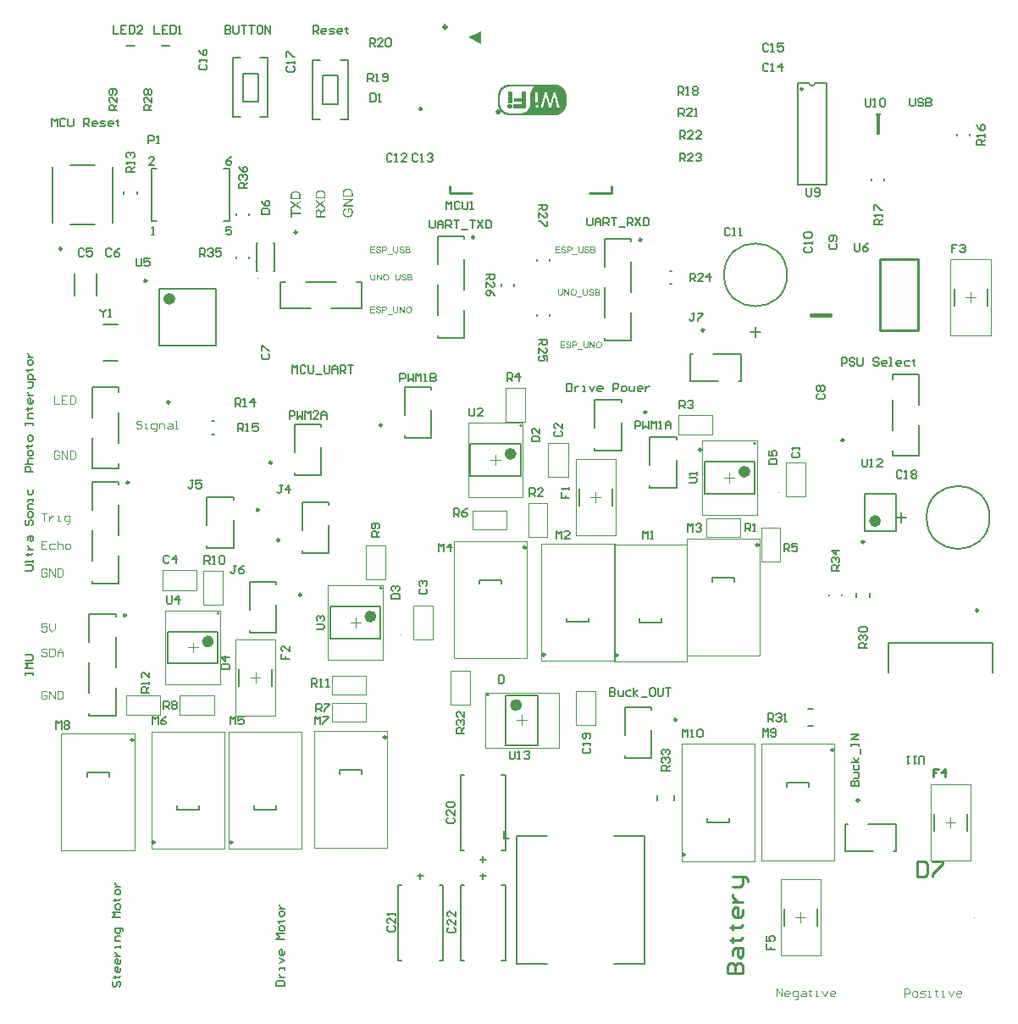
<source format=gto>
G04*
G04 #@! TF.GenerationSoftware,Altium Limited,Altium Designer,21.6.4 (81)*
G04*
G04 Layer_Color=65535*
%FSLAX25Y25*%
%MOIN*%
G70*
G04*
G04 #@! TF.SameCoordinates,85F88870-6580-45CF-999F-45165BC928DD*
G04*
G04*
G04 #@! TF.FilePolarity,Positive*
G04*
G01*
G75*
%ADD10C,0.00394*%
%ADD11C,0.00984*%
%ADD12C,0.01181*%
%ADD13C,0.00787*%
%ADD14C,0.02362*%
%ADD15C,0.01000*%
%ADD16C,0.00197*%
%ADD17C,0.00050*%
%ADD18C,0.01575*%
%ADD19C,0.00500*%
%ADD20C,0.00413*%
%ADD21C,0.00591*%
G36*
X176260Y381890D02*
X181260Y379390D01*
Y384390D01*
X176260Y381890D01*
D02*
G37*
G36*
X223106Y299519D02*
X223136Y299517D01*
X223166Y299514D01*
X223202Y299511D01*
X223278Y299500D01*
X223363Y299484D01*
X223447Y299459D01*
X223529Y299429D01*
X223532D01*
X223537Y299424D01*
X223551Y299421D01*
X223565Y299413D01*
X223581Y299402D01*
X223603Y299391D01*
X223649Y299364D01*
X223704Y299326D01*
X223759Y299279D01*
X223810Y299227D01*
X223857Y299165D01*
X223860Y299162D01*
X223862Y299156D01*
X223868Y299148D01*
X223876Y299134D01*
X223884Y299118D01*
X223895Y299099D01*
X223903Y299075D01*
X223917Y299050D01*
X223939Y298993D01*
X223958Y298924D01*
X223974Y298851D01*
X223982Y298769D01*
X223663Y298744D01*
Y298747D01*
X223660Y298755D01*
Y298766D01*
X223657Y298782D01*
X223652Y298804D01*
X223647Y298826D01*
X223630Y298878D01*
X223608Y298935D01*
X223576Y298995D01*
X223537Y299053D01*
X223513Y299077D01*
X223485Y299102D01*
X223483Y299104D01*
X223480Y299107D01*
X223469Y299113D01*
X223458Y299121D01*
X223442Y299129D01*
X223423Y299140D01*
X223401Y299151D01*
X223376Y299165D01*
X223346Y299176D01*
X223313Y299186D01*
X223278Y299197D01*
X223240Y299205D01*
X223196Y299214D01*
X223150Y299219D01*
X223101Y299225D01*
X223021D01*
X223000Y299222D01*
X222975D01*
X222948Y299219D01*
X222915Y299216D01*
X222882Y299211D01*
X222808Y299197D01*
X222738Y299178D01*
X222669Y299151D01*
X222637Y299132D01*
X222609Y299113D01*
X222606D01*
X222604Y299107D01*
X222587Y299094D01*
X222566Y299069D01*
X222541Y299036D01*
X222516Y298998D01*
X222495Y298952D01*
X222478Y298903D01*
X222475Y298875D01*
X222473Y298845D01*
Y298842D01*
Y298840D01*
X222475Y298823D01*
X222478Y298799D01*
X222484Y298769D01*
X222497Y298733D01*
X222514Y298695D01*
X222535Y298659D01*
X222568Y298624D01*
X222574Y298621D01*
X222579Y298616D01*
X222590Y298608D01*
X222604Y298599D01*
X222620Y298591D01*
X222642Y298580D01*
X222667Y298567D01*
X222696Y298553D01*
X222732Y298539D01*
X222773Y298526D01*
X222819Y298509D01*
X222874Y298493D01*
X222931Y298477D01*
X222997Y298458D01*
X223071Y298441D01*
X223076D01*
X223090Y298438D01*
X223109Y298433D01*
X223136Y298425D01*
X223169Y298419D01*
X223207Y298408D01*
X223248Y298400D01*
X223292Y298387D01*
X223384Y298362D01*
X223477Y298337D01*
X223521Y298324D01*
X223559Y298310D01*
X223597Y298296D01*
X223627Y298283D01*
X223630D01*
X223638Y298277D01*
X223649Y298272D01*
X223663Y298264D01*
X223682Y298255D01*
X223704Y298242D01*
X223750Y298212D01*
X223805Y298176D01*
X223857Y298133D01*
X223909Y298081D01*
X223931Y298054D01*
X223952Y298026D01*
Y298023D01*
X223958Y298018D01*
X223963Y298010D01*
X223969Y297999D01*
X223977Y297985D01*
X223985Y297966D01*
X224007Y297922D01*
X224026Y297870D01*
X224042Y297811D01*
X224053Y297742D01*
X224059Y297669D01*
Y297666D01*
Y297660D01*
Y297649D01*
X224056Y297636D01*
Y297617D01*
X224053Y297598D01*
X224045Y297546D01*
X224031Y297488D01*
X224010Y297426D01*
X223980Y297360D01*
X223963Y297324D01*
X223941Y297292D01*
Y297289D01*
X223936Y297284D01*
X223931Y297275D01*
X223920Y297262D01*
X223895Y297232D01*
X223857Y297191D01*
X223810Y297147D01*
X223753Y297101D01*
X223688Y297057D01*
X223611Y297016D01*
X223608D01*
X223600Y297011D01*
X223589Y297008D01*
X223573Y297000D01*
X223554Y296994D01*
X223529Y296986D01*
X223502Y296975D01*
X223469Y296967D01*
X223436Y296959D01*
X223398Y296948D01*
X223316Y296934D01*
X223226Y296923D01*
X223128Y296918D01*
X223095D01*
X223071Y296920D01*
X223041D01*
X223008Y296923D01*
X222970Y296926D01*
X222926Y296931D01*
X222836Y296942D01*
X222740Y296959D01*
X222645Y296983D01*
X222552Y297016D01*
X222549D01*
X222541Y297022D01*
X222530Y297027D01*
X222514Y297035D01*
X222495Y297046D01*
X222473Y297057D01*
X222421Y297090D01*
X222363Y297131D01*
X222303Y297183D01*
X222243Y297243D01*
X222192Y297314D01*
X222189Y297316D01*
X222186Y297322D01*
X222181Y297333D01*
X222172Y297349D01*
X222161Y297368D01*
X222150Y297390D01*
X222137Y297417D01*
X222126Y297447D01*
X222112Y297477D01*
X222101Y297513D01*
X222079Y297592D01*
X222063Y297677D01*
X222058Y297723D01*
X222055Y297769D01*
X222369Y297797D01*
Y297794D01*
Y297789D01*
X222372Y297778D01*
X222374Y297764D01*
X222377Y297748D01*
X222380Y297731D01*
X222391Y297685D01*
X222404Y297636D01*
X222421Y297584D01*
X222443Y297532D01*
X222470Y297483D01*
X222473Y297477D01*
X222486Y297464D01*
X222505Y297442D01*
X222533Y297415D01*
X222568Y297382D01*
X222612Y297352D01*
X222664Y297319D01*
X222724Y297289D01*
X222726D01*
X222732Y297286D01*
X222740Y297284D01*
X222754Y297278D01*
X222770Y297273D01*
X222789Y297265D01*
X222811Y297259D01*
X222836Y297254D01*
X222893Y297240D01*
X222961Y297226D01*
X223032Y297218D01*
X223112Y297215D01*
X223144D01*
X223161Y297218D01*
X223180D01*
X223223Y297223D01*
X223275Y297229D01*
X223333Y297237D01*
X223390Y297251D01*
X223445Y297270D01*
X223447D01*
X223450Y297273D01*
X223458Y297275D01*
X223469Y297281D01*
X223494Y297294D01*
X223526Y297311D01*
X223562Y297333D01*
X223600Y297360D01*
X223633Y297390D01*
X223663Y297426D01*
X223666Y297431D01*
X223674Y297442D01*
X223688Y297464D01*
X223701Y297491D01*
X223712Y297524D01*
X223726Y297559D01*
X223734Y297600D01*
X223737Y297641D01*
Y297644D01*
Y297647D01*
Y297660D01*
X223734Y297685D01*
X223728Y297712D01*
X223720Y297745D01*
X223707Y297780D01*
X223690Y297816D01*
X223666Y297849D01*
X223663Y297851D01*
X223652Y297862D01*
X223636Y297879D01*
X223611Y297901D01*
X223581Y297922D01*
X223540Y297947D01*
X223494Y297972D01*
X223439Y297996D01*
X223434Y297999D01*
X223428Y298002D01*
X223417Y298004D01*
X223406Y298007D01*
X223390Y298012D01*
X223368Y298021D01*
X223346Y298026D01*
X223316Y298034D01*
X223286Y298045D01*
X223248Y298054D01*
X223207Y298064D01*
X223161Y298078D01*
X223112Y298089D01*
X223054Y298105D01*
X222991Y298119D01*
X222989D01*
X222978Y298122D01*
X222959Y298127D01*
X222937Y298133D01*
X222907Y298141D01*
X222874Y298149D01*
X222841Y298160D01*
X222803Y298171D01*
X222721Y298195D01*
X222642Y298223D01*
X222604Y298236D01*
X222568Y298250D01*
X222535Y298264D01*
X222508Y298277D01*
X222505D01*
X222500Y298283D01*
X222492Y298288D01*
X222478Y298294D01*
X222445Y298313D01*
X222407Y298340D01*
X222361Y298376D01*
X222317Y298414D01*
X222273Y298460D01*
X222238Y298509D01*
Y298512D01*
X222235Y298515D01*
X222230Y298523D01*
X222224Y298534D01*
X222211Y298564D01*
X222194Y298602D01*
X222178Y298649D01*
X222164Y298703D01*
X222153Y298763D01*
X222150Y298826D01*
Y298829D01*
Y298834D01*
Y298845D01*
X222153Y298859D01*
Y298875D01*
X222156Y298894D01*
X222164Y298943D01*
X222178Y298998D01*
X222194Y299055D01*
X222221Y299118D01*
X222257Y299181D01*
Y299184D01*
X222262Y299189D01*
X222268Y299197D01*
X222276Y299208D01*
X222303Y299238D01*
X222339Y299276D01*
X222383Y299317D01*
X222437Y299358D01*
X222500Y299399D01*
X222574Y299435D01*
X222576D01*
X222582Y299438D01*
X222596Y299443D01*
X222609Y299448D01*
X222628Y299454D01*
X222653Y299462D01*
X222680Y299470D01*
X222710Y299479D01*
X222743Y299487D01*
X222778Y299495D01*
X222855Y299509D01*
X222942Y299519D01*
X223035Y299522D01*
X223081D01*
X223106Y299519D01*
D02*
G37*
G36*
X213911D02*
X213941Y299517D01*
X213971Y299514D01*
X214007Y299511D01*
X214083Y299500D01*
X214168Y299484D01*
X214253Y299459D01*
X214335Y299429D01*
X214337D01*
X214343Y299424D01*
X214356Y299421D01*
X214370Y299413D01*
X214386Y299402D01*
X214408Y299391D01*
X214455Y299364D01*
X214509Y299326D01*
X214564Y299279D01*
X214616Y299227D01*
X214662Y299165D01*
X214665Y299162D01*
X214668Y299156D01*
X214673Y299148D01*
X214681Y299134D01*
X214689Y299118D01*
X214700Y299099D01*
X214708Y299075D01*
X214722Y299050D01*
X214744Y298993D01*
X214763Y298924D01*
X214779Y298851D01*
X214788Y298769D01*
X214468Y298744D01*
Y298747D01*
X214466Y298755D01*
Y298766D01*
X214463Y298782D01*
X214457Y298804D01*
X214452Y298826D01*
X214436Y298878D01*
X214414Y298935D01*
X214381Y298995D01*
X214343Y299053D01*
X214318Y299077D01*
X214291Y299102D01*
X214288Y299104D01*
X214285Y299107D01*
X214275Y299113D01*
X214264Y299121D01*
X214247Y299129D01*
X214228Y299140D01*
X214206Y299151D01*
X214182Y299165D01*
X214152Y299176D01*
X214119Y299186D01*
X214083Y299197D01*
X214045Y299205D01*
X214001Y299214D01*
X213955Y299219D01*
X213906Y299225D01*
X213827D01*
X213805Y299222D01*
X213780D01*
X213753Y299219D01*
X213720Y299216D01*
X213687Y299211D01*
X213614Y299197D01*
X213543Y299178D01*
X213475Y299151D01*
X213442Y299132D01*
X213415Y299113D01*
X213412D01*
X213409Y299107D01*
X213393Y299094D01*
X213371Y299069D01*
X213346Y299036D01*
X213322Y298998D01*
X213300Y298952D01*
X213283Y298903D01*
X213281Y298875D01*
X213278Y298845D01*
Y298842D01*
Y298840D01*
X213281Y298823D01*
X213283Y298799D01*
X213289Y298769D01*
X213303Y298733D01*
X213319Y298695D01*
X213341Y298659D01*
X213374Y298624D01*
X213379Y298621D01*
X213385Y298616D01*
X213395Y298608D01*
X213409Y298599D01*
X213425Y298591D01*
X213447Y298580D01*
X213472Y298567D01*
X213502Y298553D01*
X213537Y298539D01*
X213578Y298526D01*
X213625Y298509D01*
X213679Y298493D01*
X213737Y298477D01*
X213802Y298458D01*
X213876Y298441D01*
X213881D01*
X213895Y298438D01*
X213914Y298433D01*
X213941Y298425D01*
X213974Y298419D01*
X214012Y298408D01*
X214053Y298400D01*
X214097Y298387D01*
X214190Y298362D01*
X214283Y298337D01*
X214326Y298324D01*
X214365Y298310D01*
X214403Y298296D01*
X214433Y298283D01*
X214436D01*
X214444Y298277D01*
X214455Y298272D01*
X214468Y298264D01*
X214487Y298255D01*
X214509Y298242D01*
X214556Y298212D01*
X214610Y298176D01*
X214662Y298133D01*
X214714Y298081D01*
X214736Y298054D01*
X214758Y298026D01*
Y298023D01*
X214763Y298018D01*
X214769Y298010D01*
X214774Y297999D01*
X214782Y297985D01*
X214790Y297966D01*
X214812Y297922D01*
X214831Y297870D01*
X214848Y297811D01*
X214859Y297742D01*
X214864Y297669D01*
Y297666D01*
Y297660D01*
Y297649D01*
X214861Y297636D01*
Y297617D01*
X214859Y297598D01*
X214850Y297546D01*
X214837Y297488D01*
X214815Y297426D01*
X214785Y297360D01*
X214769Y297324D01*
X214747Y297292D01*
Y297289D01*
X214741Y297284D01*
X214736Y297275D01*
X214725Y297262D01*
X214700Y297232D01*
X214662Y297191D01*
X214616Y297147D01*
X214558Y297101D01*
X214493Y297057D01*
X214416Y297016D01*
X214414D01*
X214405Y297011D01*
X214395Y297008D01*
X214378Y297000D01*
X214359Y296994D01*
X214335Y296986D01*
X214307Y296975D01*
X214275Y296967D01*
X214242Y296959D01*
X214204Y296948D01*
X214122Y296934D01*
X214032Y296923D01*
X213933Y296918D01*
X213900D01*
X213876Y296920D01*
X213846D01*
X213813Y296923D01*
X213775Y296926D01*
X213731Y296931D01*
X213641Y296942D01*
X213546Y296959D01*
X213450Y296983D01*
X213357Y297016D01*
X213354D01*
X213346Y297022D01*
X213335Y297027D01*
X213319Y297035D01*
X213300Y297046D01*
X213278Y297057D01*
X213226Y297090D01*
X213169Y297131D01*
X213109Y297183D01*
X213049Y297243D01*
X212997Y297314D01*
X212994Y297316D01*
X212991Y297322D01*
X212986Y297333D01*
X212978Y297349D01*
X212967Y297368D01*
X212956Y297390D01*
X212942Y297417D01*
X212931Y297447D01*
X212918Y297477D01*
X212907Y297513D01*
X212885Y297592D01*
X212868Y297677D01*
X212863Y297723D01*
X212860Y297769D01*
X213174Y297797D01*
Y297794D01*
Y297789D01*
X213177Y297778D01*
X213180Y297764D01*
X213182Y297748D01*
X213185Y297731D01*
X213196Y297685D01*
X213210Y297636D01*
X213226Y297584D01*
X213248Y297532D01*
X213275Y297483D01*
X213278Y297477D01*
X213292Y297464D01*
X213311Y297442D01*
X213338Y297415D01*
X213374Y297382D01*
X213417Y297352D01*
X213469Y297319D01*
X213529Y297289D01*
X213532D01*
X213537Y297286D01*
X213546Y297284D01*
X213559Y297278D01*
X213576Y297273D01*
X213595Y297265D01*
X213616Y297259D01*
X213641Y297254D01*
X213698Y297240D01*
X213767Y297226D01*
X213838Y297218D01*
X213917Y297215D01*
X213950D01*
X213966Y297218D01*
X213985D01*
X214029Y297223D01*
X214081Y297229D01*
X214138Y297237D01*
X214195Y297251D01*
X214250Y297270D01*
X214253D01*
X214255Y297273D01*
X214264Y297275D01*
X214275Y297281D01*
X214299Y297294D01*
X214332Y297311D01*
X214367Y297333D01*
X214405Y297360D01*
X214438Y297390D01*
X214468Y297426D01*
X214471Y297431D01*
X214479Y297442D01*
X214493Y297464D01*
X214507Y297491D01*
X214517Y297524D01*
X214531Y297559D01*
X214539Y297600D01*
X214542Y297641D01*
Y297644D01*
Y297647D01*
Y297660D01*
X214539Y297685D01*
X214534Y297712D01*
X214526Y297745D01*
X214512Y297780D01*
X214496Y297816D01*
X214471Y297849D01*
X214468Y297851D01*
X214457Y297862D01*
X214441Y297879D01*
X214416Y297901D01*
X214386Y297922D01*
X214345Y297947D01*
X214299Y297972D01*
X214244Y297996D01*
X214239Y297999D01*
X214233Y298002D01*
X214223Y298004D01*
X214212Y298007D01*
X214195Y298012D01*
X214174Y298021D01*
X214152Y298026D01*
X214122Y298034D01*
X214092Y298045D01*
X214053Y298054D01*
X214012Y298064D01*
X213966Y298078D01*
X213917Y298089D01*
X213860Y298105D01*
X213797Y298119D01*
X213794D01*
X213783Y298122D01*
X213764Y298127D01*
X213742Y298133D01*
X213712Y298141D01*
X213679Y298149D01*
X213647Y298160D01*
X213608Y298171D01*
X213527Y298195D01*
X213447Y298223D01*
X213409Y298236D01*
X213374Y298250D01*
X213341Y298264D01*
X213314Y298277D01*
X213311D01*
X213305Y298283D01*
X213297Y298288D01*
X213283Y298294D01*
X213251Y298313D01*
X213212Y298340D01*
X213166Y298376D01*
X213122Y298414D01*
X213079Y298460D01*
X213043Y298509D01*
Y298512D01*
X213040Y298515D01*
X213035Y298523D01*
X213030Y298534D01*
X213016Y298564D01*
X213000Y298602D01*
X212983Y298649D01*
X212969Y298703D01*
X212959Y298763D01*
X212956Y298826D01*
Y298829D01*
Y298834D01*
Y298845D01*
X212959Y298859D01*
Y298875D01*
X212961Y298894D01*
X212969Y298943D01*
X212983Y298998D01*
X213000Y299055D01*
X213027Y299118D01*
X213062Y299181D01*
Y299184D01*
X213068Y299189D01*
X213073Y299197D01*
X213082Y299208D01*
X213109Y299238D01*
X213144Y299276D01*
X213188Y299317D01*
X213243Y299358D01*
X213305Y299399D01*
X213379Y299435D01*
X213382D01*
X213387Y299438D01*
X213401Y299443D01*
X213415Y299448D01*
X213434Y299454D01*
X213458Y299462D01*
X213486Y299470D01*
X213515Y299479D01*
X213548Y299487D01*
X213584Y299495D01*
X213660Y299509D01*
X213748Y299519D01*
X213840Y299522D01*
X213887D01*
X213911Y299519D01*
D02*
G37*
G36*
X221610Y298023D02*
Y298018D01*
Y298007D01*
Y297988D01*
Y297961D01*
X221607Y297928D01*
X221604Y297892D01*
X221602Y297851D01*
X221599Y297805D01*
X221588Y297709D01*
X221574Y297608D01*
X221553Y297510D01*
X221539Y297464D01*
X221523Y297420D01*
Y297417D01*
X221520Y297409D01*
X221514Y297398D01*
X221506Y297382D01*
X221495Y297363D01*
X221484Y297341D01*
X221452Y297292D01*
X221432Y297262D01*
X221411Y297235D01*
X221383Y297202D01*
X221356Y297172D01*
X221323Y297142D01*
X221291Y297112D01*
X221252Y297084D01*
X221211Y297057D01*
X221209Y297054D01*
X221200Y297052D01*
X221190Y297043D01*
X221170Y297035D01*
X221149Y297024D01*
X221121Y297013D01*
X221091Y297000D01*
X221053Y296989D01*
X221015Y296975D01*
X220971Y296961D01*
X220922Y296951D01*
X220870Y296940D01*
X220813Y296931D01*
X220753Y296923D01*
X220690Y296920D01*
X220624Y296918D01*
X220589D01*
X220564Y296920D01*
X220534D01*
X220502Y296923D01*
X220461Y296929D01*
X220420Y296934D01*
X220327Y296948D01*
X220229Y296970D01*
X220133Y297000D01*
X220087Y297016D01*
X220043Y297038D01*
X220040Y297041D01*
X220032Y297043D01*
X220021Y297052D01*
X220007Y297060D01*
X219988Y297073D01*
X219967Y297090D01*
X219945Y297106D01*
X219920Y297128D01*
X219865Y297177D01*
X219814Y297237D01*
X219764Y297308D01*
X219743Y297349D01*
X219724Y297390D01*
Y297393D01*
X219721Y297401D01*
X219715Y297415D01*
X219710Y297434D01*
X219702Y297456D01*
X219693Y297486D01*
X219685Y297518D01*
X219677Y297557D01*
X219666Y297600D01*
X219658Y297647D01*
X219650Y297698D01*
X219644Y297756D01*
X219636Y297816D01*
X219634Y297882D01*
X219628Y297950D01*
Y298023D01*
Y299479D01*
X219961D01*
Y298023D01*
Y298021D01*
Y298010D01*
Y297993D01*
Y297969D01*
X219964Y297941D01*
Y297912D01*
X219967Y297876D01*
X219969Y297840D01*
X219975Y297761D01*
X219986Y297682D01*
X220002Y297606D01*
X220010Y297570D01*
X220021Y297540D01*
Y297537D01*
X220024Y297535D01*
X220027Y297527D01*
X220032Y297516D01*
X220048Y297486D01*
X220070Y297453D01*
X220098Y297412D01*
X220133Y297374D01*
X220177Y297336D01*
X220229Y297300D01*
X220231D01*
X220237Y297297D01*
X220245Y297292D01*
X220256Y297286D01*
X220269Y297281D01*
X220289Y297275D01*
X220308Y297267D01*
X220330Y297259D01*
X220384Y297245D01*
X220447Y297232D01*
X220518Y297221D01*
X220594Y297218D01*
X220630D01*
X220655Y297221D01*
X220685Y297223D01*
X220720Y297226D01*
X220758Y297232D01*
X220799Y297240D01*
X220884Y297259D01*
X220928Y297273D01*
X220971Y297289D01*
X221012Y297308D01*
X221050Y297330D01*
X221086Y297355D01*
X221119Y297385D01*
X221121Y297387D01*
X221127Y297393D01*
X221132Y297404D01*
X221143Y297417D01*
X221154Y297436D01*
X221168Y297461D01*
X221184Y297491D01*
X221198Y297527D01*
X221211Y297568D01*
X221228Y297614D01*
X221241Y297666D01*
X221252Y297723D01*
X221263Y297789D01*
X221271Y297860D01*
X221274Y297939D01*
X221277Y298023D01*
Y299479D01*
X221610D01*
Y298023D01*
D02*
G37*
G36*
X225514Y299476D02*
X225544D01*
X225574Y299473D01*
X225609Y299468D01*
X225680Y299459D01*
X225760Y299446D01*
X225833Y299427D01*
X225904Y299399D01*
X225907D01*
X225912Y299397D01*
X225921Y299391D01*
X225934Y299386D01*
X225964Y299367D01*
X226005Y299342D01*
X226049Y299309D01*
X226093Y299268D01*
X226136Y299219D01*
X226177Y299165D01*
Y299162D01*
X226183Y299156D01*
X226185Y299148D01*
X226194Y299137D01*
X226202Y299124D01*
X226210Y299104D01*
X226229Y299063D01*
X226245Y299014D01*
X226262Y298957D01*
X226273Y298897D01*
X226278Y298832D01*
Y298829D01*
Y298823D01*
Y298815D01*
Y298804D01*
X226273Y298774D01*
X226267Y298733D01*
X226256Y298687D01*
X226240Y298635D01*
X226218Y298583D01*
X226188Y298529D01*
Y298526D01*
X226185Y298523D01*
X226180Y298515D01*
X226172Y298504D01*
X226153Y298479D01*
X226123Y298447D01*
X226087Y298411D01*
X226041Y298373D01*
X225989Y298335D01*
X225926Y298299D01*
X225929D01*
X225937Y298296D01*
X225948Y298291D01*
X225964Y298286D01*
X225983Y298277D01*
X226005Y298269D01*
X226054Y298245D01*
X226112Y298215D01*
X226169Y298174D01*
X226226Y298127D01*
X226276Y298070D01*
X226278Y298067D01*
X226281Y298062D01*
X226287Y298054D01*
X226295Y298042D01*
X226306Y298026D01*
X226316Y298007D01*
X226327Y297985D01*
X226338Y297961D01*
X226360Y297906D01*
X226382Y297840D01*
X226396Y297767D01*
X226401Y297729D01*
Y297688D01*
Y297685D01*
Y297679D01*
Y297671D01*
Y297658D01*
X226398Y297641D01*
Y297625D01*
X226393Y297581D01*
X226382Y297529D01*
X226368Y297475D01*
X226349Y297415D01*
X226325Y297357D01*
Y297355D01*
X226322Y297352D01*
X226316Y297344D01*
X226311Y297333D01*
X226295Y297305D01*
X226273Y297273D01*
X226248Y297235D01*
X226216Y297196D01*
X226180Y297158D01*
X226139Y297123D01*
X226134Y297120D01*
X226120Y297109D01*
X226095Y297095D01*
X226063Y297076D01*
X226024Y297057D01*
X225978Y297035D01*
X225923Y297016D01*
X225863Y297000D01*
X225861D01*
X225855Y296997D01*
X225847D01*
X225833Y296994D01*
X225817Y296991D01*
X225798Y296986D01*
X225776Y296983D01*
X225751Y296981D01*
X225724Y296975D01*
X225691Y296972D01*
X225623Y296964D01*
X225544Y296961D01*
X225457Y296959D01*
X224498D01*
Y299479D01*
X225489D01*
X225514Y299476D01*
D02*
G37*
G36*
X216409D02*
X216472Y299473D01*
X216535Y299468D01*
X216595Y299462D01*
X216625Y299459D01*
X216650Y299454D01*
X216652D01*
X216658Y299451D01*
X216669D01*
X216680Y299448D01*
X216696Y299443D01*
X216715Y299440D01*
X216759Y299427D01*
X216808Y299410D01*
X216860Y299388D01*
X216912Y299364D01*
X216961Y299334D01*
X216964D01*
X216966Y299331D01*
X216983Y299317D01*
X217004Y299298D01*
X217035Y299271D01*
X217064Y299238D01*
X217100Y299195D01*
X217133Y299148D01*
X217163Y299091D01*
Y299088D01*
X217165Y299083D01*
X217171Y299075D01*
X217177Y299063D01*
X217182Y299050D01*
X217187Y299031D01*
X217204Y298990D01*
X217217Y298938D01*
X217231Y298881D01*
X217239Y298815D01*
X217242Y298747D01*
Y298744D01*
Y298733D01*
Y298717D01*
X217239Y298692D01*
X217236Y298665D01*
X217231Y298635D01*
X217226Y298599D01*
X217217Y298558D01*
X217207Y298517D01*
X217193Y298474D01*
X217177Y298430D01*
X217155Y298384D01*
X217133Y298337D01*
X217106Y298291D01*
X217073Y298247D01*
X217037Y298204D01*
X217035Y298201D01*
X217026Y298195D01*
X217015Y298184D01*
X216996Y298168D01*
X216974Y298152D01*
X216944Y298133D01*
X216909Y298113D01*
X216868Y298094D01*
X216819Y298073D01*
X216767Y298054D01*
X216704Y298034D01*
X216639Y298018D01*
X216562Y298004D01*
X216480Y297993D01*
X216393Y297985D01*
X216295Y297983D01*
X215650D01*
Y296959D01*
X215317D01*
Y299479D01*
X216355D01*
X216409Y299476D01*
D02*
G37*
G36*
X212454Y299181D02*
X210963D01*
Y298411D01*
X212358D01*
Y298113D01*
X210963D01*
Y297256D01*
X212511D01*
Y296959D01*
X210630D01*
Y299479D01*
X212454D01*
Y299181D01*
D02*
G37*
G36*
X219391Y296260D02*
X217340D01*
Y296484D01*
X219391D01*
Y296260D01*
D02*
G37*
G36*
X224871Y282787D02*
X224901Y282785D01*
X224931Y282782D01*
X224967Y282779D01*
X225043Y282768D01*
X225128Y282752D01*
X225212Y282727D01*
X225294Y282697D01*
X225297D01*
X225302Y282692D01*
X225316Y282689D01*
X225330Y282681D01*
X225346Y282670D01*
X225368Y282659D01*
X225414Y282632D01*
X225469Y282593D01*
X225523Y282547D01*
X225575Y282495D01*
X225622Y282432D01*
X225624Y282430D01*
X225627Y282424D01*
X225633Y282416D01*
X225641Y282402D01*
X225649Y282386D01*
X225660Y282367D01*
X225668Y282342D01*
X225682Y282318D01*
X225704Y282260D01*
X225723Y282192D01*
X225739Y282118D01*
X225747Y282036D01*
X225428Y282012D01*
Y282015D01*
X225425Y282023D01*
Y282034D01*
X225423Y282050D01*
X225417Y282072D01*
X225412Y282094D01*
X225395Y282146D01*
X225373Y282203D01*
X225341Y282263D01*
X225302Y282320D01*
X225278Y282345D01*
X225251Y282369D01*
X225248Y282372D01*
X225245Y282375D01*
X225234Y282380D01*
X225223Y282389D01*
X225207Y282397D01*
X225188Y282408D01*
X225166Y282419D01*
X225141Y282432D01*
X225111Y282443D01*
X225079Y282454D01*
X225043Y282465D01*
X225005Y282473D01*
X224961Y282481D01*
X224915Y282487D01*
X224866Y282492D01*
X224786D01*
X224765Y282490D01*
X224740D01*
X224713Y282487D01*
X224680Y282484D01*
X224647Y282479D01*
X224573Y282465D01*
X224502Y282446D01*
X224434Y282419D01*
X224401Y282400D01*
X224374Y282380D01*
X224372D01*
X224369Y282375D01*
X224352Y282361D01*
X224330Y282337D01*
X224306Y282304D01*
X224281Y282266D01*
X224259Y282219D01*
X224243Y282170D01*
X224240Y282143D01*
X224238Y282113D01*
Y282110D01*
Y282107D01*
X224240Y282091D01*
X224243Y282066D01*
X224249Y282036D01*
X224262Y282001D01*
X224279Y281963D01*
X224301Y281927D01*
X224333Y281892D01*
X224339Y281889D01*
X224344Y281884D01*
X224355Y281875D01*
X224369Y281867D01*
X224385Y281859D01*
X224407Y281848D01*
X224431Y281834D01*
X224462Y281821D01*
X224497Y281807D01*
X224538Y281793D01*
X224584Y281777D01*
X224639Y281761D01*
X224696Y281744D01*
X224762Y281725D01*
X224836Y281709D01*
X224841D01*
X224855Y281706D01*
X224874Y281701D01*
X224901Y281693D01*
X224934Y281687D01*
X224972Y281676D01*
X225013Y281668D01*
X225057Y281654D01*
X225149Y281630D01*
X225242Y281605D01*
X225286Y281591D01*
X225324Y281578D01*
X225362Y281564D01*
X225393Y281551D01*
X225395D01*
X225403Y281545D01*
X225414Y281540D01*
X225428Y281531D01*
X225447Y281523D01*
X225469Y281509D01*
X225515Y281480D01*
X225570Y281444D01*
X225622Y281400D01*
X225674Y281348D01*
X225695Y281321D01*
X225717Y281294D01*
Y281291D01*
X225723Y281286D01*
X225728Y281277D01*
X225734Y281267D01*
X225742Y281253D01*
X225750Y281234D01*
X225772Y281190D01*
X225791Y281138D01*
X225807Y281078D01*
X225818Y281010D01*
X225824Y280936D01*
Y280933D01*
Y280928D01*
Y280917D01*
X225821Y280904D01*
Y280884D01*
X225818Y280865D01*
X225810Y280813D01*
X225797Y280756D01*
X225775Y280693D01*
X225745Y280628D01*
X225728Y280592D01*
X225706Y280559D01*
Y280557D01*
X225701Y280551D01*
X225695Y280543D01*
X225685Y280529D01*
X225660Y280499D01*
X225622Y280458D01*
X225575Y280415D01*
X225518Y280368D01*
X225452Y280325D01*
X225376Y280284D01*
X225373D01*
X225365Y280278D01*
X225354Y280276D01*
X225338Y280267D01*
X225319Y280262D01*
X225294Y280254D01*
X225267Y280243D01*
X225234Y280235D01*
X225201Y280226D01*
X225163Y280216D01*
X225081Y280202D01*
X224991Y280191D01*
X224893Y280186D01*
X224860D01*
X224836Y280188D01*
X224805D01*
X224773Y280191D01*
X224734Y280194D01*
X224691Y280199D01*
X224601Y280210D01*
X224505Y280226D01*
X224410Y280251D01*
X224317Y280284D01*
X224314D01*
X224306Y280289D01*
X224295Y280295D01*
X224279Y280303D01*
X224259Y280314D01*
X224238Y280325D01*
X224186Y280358D01*
X224129Y280398D01*
X224068Y280450D01*
X224008Y280510D01*
X223956Y280581D01*
X223954Y280584D01*
X223951Y280590D01*
X223946Y280601D01*
X223937Y280617D01*
X223926Y280636D01*
X223916Y280658D01*
X223902Y280685D01*
X223891Y280715D01*
X223877Y280745D01*
X223866Y280781D01*
X223845Y280860D01*
X223828Y280944D01*
X223823Y280991D01*
X223820Y281037D01*
X224134Y281065D01*
Y281062D01*
Y281056D01*
X224137Y281045D01*
X224139Y281032D01*
X224142Y281015D01*
X224145Y280999D01*
X224156Y280953D01*
X224169Y280904D01*
X224186Y280852D01*
X224208Y280800D01*
X224235Y280751D01*
X224238Y280745D01*
X224251Y280732D01*
X224270Y280710D01*
X224298Y280682D01*
X224333Y280650D01*
X224377Y280620D01*
X224429Y280587D01*
X224489Y280557D01*
X224492D01*
X224497Y280554D01*
X224505Y280551D01*
X224519Y280546D01*
X224535Y280540D01*
X224554Y280532D01*
X224576Y280527D01*
X224601Y280521D01*
X224658Y280508D01*
X224726Y280494D01*
X224797Y280486D01*
X224876Y280483D01*
X224909D01*
X224926Y280486D01*
X224945D01*
X224988Y280491D01*
X225040Y280497D01*
X225098Y280505D01*
X225155Y280519D01*
X225210Y280538D01*
X225212D01*
X225215Y280540D01*
X225223Y280543D01*
X225234Y280549D01*
X225259Y280562D01*
X225291Y280579D01*
X225327Y280601D01*
X225365Y280628D01*
X225398Y280658D01*
X225428Y280693D01*
X225431Y280699D01*
X225439Y280710D01*
X225452Y280732D01*
X225466Y280759D01*
X225477Y280792D01*
X225491Y280827D01*
X225499Y280868D01*
X225502Y280909D01*
Y280912D01*
Y280914D01*
Y280928D01*
X225499Y280953D01*
X225494Y280980D01*
X225485Y281013D01*
X225472Y281048D01*
X225455Y281084D01*
X225431Y281116D01*
X225428Y281119D01*
X225417Y281130D01*
X225401Y281147D01*
X225376Y281168D01*
X225346Y281190D01*
X225305Y281215D01*
X225259Y281239D01*
X225204Y281264D01*
X225199Y281267D01*
X225193Y281269D01*
X225182Y281272D01*
X225171Y281275D01*
X225155Y281280D01*
X225133Y281288D01*
X225111Y281294D01*
X225081Y281302D01*
X225051Y281313D01*
X225013Y281321D01*
X224972Y281332D01*
X224926Y281346D01*
X224876Y281357D01*
X224819Y281373D01*
X224756Y281387D01*
X224754D01*
X224743Y281389D01*
X224724Y281395D01*
X224702Y281400D01*
X224672Y281409D01*
X224639Y281417D01*
X224606Y281428D01*
X224568Y281439D01*
X224486Y281463D01*
X224407Y281490D01*
X224369Y281504D01*
X224333Y281518D01*
X224301Y281531D01*
X224273Y281545D01*
X224270D01*
X224265Y281551D01*
X224257Y281556D01*
X224243Y281561D01*
X224210Y281580D01*
X224172Y281608D01*
X224126Y281643D01*
X224082Y281681D01*
X224038Y281728D01*
X224003Y281777D01*
Y281780D01*
X224000Y281783D01*
X223995Y281791D01*
X223989Y281802D01*
X223976Y281832D01*
X223959Y281870D01*
X223943Y281916D01*
X223929Y281971D01*
X223918Y282031D01*
X223916Y282094D01*
Y282097D01*
Y282102D01*
Y282113D01*
X223918Y282126D01*
Y282143D01*
X223921Y282162D01*
X223929Y282211D01*
X223943Y282266D01*
X223959Y282323D01*
X223987Y282386D01*
X224022Y282449D01*
Y282451D01*
X224027Y282457D01*
X224033Y282465D01*
X224041Y282476D01*
X224068Y282506D01*
X224104Y282544D01*
X224148Y282585D01*
X224202Y282626D01*
X224265Y282667D01*
X224339Y282703D01*
X224341D01*
X224347Y282705D01*
X224360Y282711D01*
X224374Y282716D01*
X224393Y282722D01*
X224418Y282730D01*
X224445Y282738D01*
X224475Y282746D01*
X224508Y282754D01*
X224543Y282763D01*
X224620Y282776D01*
X224707Y282787D01*
X224800Y282790D01*
X224847D01*
X224871Y282787D01*
D02*
G37*
G36*
X216132Y280226D02*
X215788D01*
X214467Y282203D01*
Y280226D01*
X214148D01*
Y282746D01*
X214489D01*
X215813Y280767D01*
Y282746D01*
X216132D01*
Y280226D01*
D02*
G37*
G36*
X223375Y281291D02*
Y281286D01*
Y281275D01*
Y281256D01*
Y281228D01*
X223372Y281196D01*
X223370Y281160D01*
X223367Y281119D01*
X223364Y281073D01*
X223353Y280977D01*
X223340Y280876D01*
X223318Y280778D01*
X223304Y280732D01*
X223288Y280688D01*
Y280685D01*
X223285Y280677D01*
X223280Y280666D01*
X223271Y280650D01*
X223260Y280630D01*
X223249Y280609D01*
X223217Y280559D01*
X223198Y280529D01*
X223176Y280502D01*
X223148Y280469D01*
X223121Y280439D01*
X223088Y280409D01*
X223056Y280379D01*
X223017Y280352D01*
X222976Y280325D01*
X222974Y280322D01*
X222966Y280319D01*
X222955Y280311D01*
X222936Y280303D01*
X222914Y280292D01*
X222886Y280281D01*
X222856Y280267D01*
X222818Y280257D01*
X222780Y280243D01*
X222736Y280229D01*
X222687Y280218D01*
X222635Y280207D01*
X222578Y280199D01*
X222518Y280191D01*
X222455Y280188D01*
X222390Y280186D01*
X222354D01*
X222329Y280188D01*
X222299D01*
X222267Y280191D01*
X222226Y280196D01*
X222185Y280202D01*
X222092Y280216D01*
X221994Y280237D01*
X221898Y280267D01*
X221852Y280284D01*
X221808Y280306D01*
X221805Y280308D01*
X221797Y280311D01*
X221786Y280319D01*
X221773Y280327D01*
X221753Y280341D01*
X221732Y280358D01*
X221710Y280374D01*
X221685Y280396D01*
X221631Y280445D01*
X221579Y280505D01*
X221530Y280576D01*
X221508Y280617D01*
X221489Y280658D01*
Y280661D01*
X221486Y280669D01*
X221480Y280682D01*
X221475Y280701D01*
X221467Y280723D01*
X221459Y280753D01*
X221450Y280786D01*
X221442Y280824D01*
X221431Y280868D01*
X221423Y280914D01*
X221415Y280966D01*
X221409Y281024D01*
X221401Y281084D01*
X221398Y281149D01*
X221393Y281217D01*
Y281291D01*
Y282746D01*
X221726D01*
Y281291D01*
Y281288D01*
Y281277D01*
Y281261D01*
Y281237D01*
X221729Y281209D01*
Y281179D01*
X221732Y281144D01*
X221734Y281108D01*
X221740Y281029D01*
X221751Y280950D01*
X221767Y280873D01*
X221775Y280838D01*
X221786Y280808D01*
Y280805D01*
X221789Y280802D01*
X221792Y280794D01*
X221797Y280783D01*
X221814Y280753D01*
X221835Y280721D01*
X221863Y280680D01*
X221898Y280641D01*
X221942Y280603D01*
X221994Y280568D01*
X221996D01*
X222002Y280565D01*
X222010Y280559D01*
X222021Y280554D01*
X222035Y280549D01*
X222054Y280543D01*
X222073Y280535D01*
X222095Y280527D01*
X222149Y280513D01*
X222212Y280499D01*
X222283Y280488D01*
X222359Y280486D01*
X222395D01*
X222420Y280488D01*
X222449Y280491D01*
X222485Y280494D01*
X222523Y280499D01*
X222564Y280508D01*
X222649Y280527D01*
X222692Y280540D01*
X222736Y280557D01*
X222777Y280576D01*
X222815Y280598D01*
X222851Y280622D01*
X222884Y280652D01*
X222886Y280655D01*
X222892Y280661D01*
X222897Y280671D01*
X222908Y280685D01*
X222919Y280704D01*
X222933Y280729D01*
X222949Y280759D01*
X222963Y280794D01*
X222976Y280835D01*
X222993Y280882D01*
X223007Y280933D01*
X223017Y280991D01*
X223028Y281056D01*
X223037Y281127D01*
X223039Y281206D01*
X223042Y281291D01*
Y282746D01*
X223375D01*
Y281291D01*
D02*
G37*
G36*
X213596D02*
Y281286D01*
Y281275D01*
Y281256D01*
Y281228D01*
X213593Y281196D01*
X213591Y281160D01*
X213588Y281119D01*
X213585Y281073D01*
X213574Y280977D01*
X213561Y280876D01*
X213539Y280778D01*
X213525Y280732D01*
X213509Y280688D01*
Y280685D01*
X213506Y280677D01*
X213501Y280666D01*
X213492Y280650D01*
X213481Y280630D01*
X213471Y280609D01*
X213438Y280559D01*
X213419Y280529D01*
X213397Y280502D01*
X213370Y280469D01*
X213342Y280439D01*
X213310Y280409D01*
X213277Y280379D01*
X213239Y280352D01*
X213198Y280325D01*
X213195Y280322D01*
X213187Y280319D01*
X213176Y280311D01*
X213157Y280303D01*
X213135Y280292D01*
X213107Y280281D01*
X213077Y280267D01*
X213039Y280257D01*
X213001Y280243D01*
X212957Y280229D01*
X212908Y280218D01*
X212856Y280207D01*
X212799Y280199D01*
X212739Y280191D01*
X212676Y280188D01*
X212611Y280186D01*
X212575D01*
X212551Y280188D01*
X212521D01*
X212488Y280191D01*
X212447Y280196D01*
X212406Y280202D01*
X212313Y280216D01*
X212215Y280237D01*
X212119Y280267D01*
X212073Y280284D01*
X212029Y280306D01*
X212026Y280308D01*
X212018Y280311D01*
X212007Y280319D01*
X211994Y280327D01*
X211975Y280341D01*
X211953Y280358D01*
X211931Y280374D01*
X211906Y280396D01*
X211852Y280445D01*
X211800Y280505D01*
X211751Y280576D01*
X211729Y280617D01*
X211710Y280658D01*
Y280661D01*
X211707Y280669D01*
X211701Y280682D01*
X211696Y280701D01*
X211688Y280723D01*
X211680Y280753D01*
X211671Y280786D01*
X211663Y280824D01*
X211652Y280868D01*
X211644Y280914D01*
X211636Y280966D01*
X211631Y281024D01*
X211622Y281084D01*
X211620Y281149D01*
X211614Y281217D01*
Y281291D01*
Y282746D01*
X211947D01*
Y281291D01*
Y281288D01*
Y281277D01*
Y281261D01*
Y281237D01*
X211950Y281209D01*
Y281179D01*
X211953Y281144D01*
X211955Y281108D01*
X211961Y281029D01*
X211972Y280950D01*
X211988Y280873D01*
X211996Y280838D01*
X212007Y280808D01*
Y280805D01*
X212010Y280802D01*
X212013Y280794D01*
X212018Y280783D01*
X212035Y280753D01*
X212056Y280721D01*
X212084Y280680D01*
X212119Y280641D01*
X212163Y280603D01*
X212215Y280568D01*
X212217D01*
X212223Y280565D01*
X212231Y280559D01*
X212242Y280554D01*
X212256Y280549D01*
X212275Y280543D01*
X212294Y280535D01*
X212316Y280527D01*
X212370Y280513D01*
X212433Y280499D01*
X212504Y280488D01*
X212581Y280486D01*
X212616D01*
X212641Y280488D01*
X212671Y280491D01*
X212706Y280494D01*
X212744Y280499D01*
X212785Y280508D01*
X212870Y280527D01*
X212914Y280540D01*
X212957Y280557D01*
X212998Y280576D01*
X213036Y280598D01*
X213072Y280622D01*
X213105Y280652D01*
X213107Y280655D01*
X213113Y280661D01*
X213118Y280671D01*
X213129Y280685D01*
X213140Y280704D01*
X213154Y280729D01*
X213170Y280759D01*
X213184Y280794D01*
X213198Y280835D01*
X213214Y280882D01*
X213228Y280933D01*
X213239Y280991D01*
X213249Y281056D01*
X213258Y281127D01*
X213260Y281206D01*
X213263Y281291D01*
Y282746D01*
X213596D01*
Y281291D01*
D02*
G37*
G36*
X227279Y282744D02*
X227309D01*
X227339Y282741D01*
X227375Y282735D01*
X227445Y282727D01*
X227525Y282714D01*
X227598Y282694D01*
X227669Y282667D01*
X227672D01*
X227677Y282664D01*
X227686Y282659D01*
X227699Y282653D01*
X227729Y282634D01*
X227770Y282610D01*
X227814Y282577D01*
X227858Y282536D01*
X227901Y282487D01*
X227942Y282432D01*
Y282430D01*
X227948Y282424D01*
X227951Y282416D01*
X227959Y282405D01*
X227967Y282391D01*
X227975Y282372D01*
X227994Y282331D01*
X228011Y282282D01*
X228027Y282225D01*
X228038Y282165D01*
X228043Y282099D01*
Y282097D01*
Y282091D01*
Y282083D01*
Y282072D01*
X228038Y282042D01*
X228032Y282001D01*
X228022Y281955D01*
X228005Y281903D01*
X227983Y281851D01*
X227953Y281796D01*
Y281793D01*
X227951Y281791D01*
X227945Y281783D01*
X227937Y281772D01*
X227918Y281747D01*
X227888Y281714D01*
X227852Y281679D01*
X227806Y281641D01*
X227754Y281602D01*
X227691Y281567D01*
X227694D01*
X227702Y281564D01*
X227713Y281559D01*
X227729Y281553D01*
X227748Y281545D01*
X227770Y281537D01*
X227819Y281512D01*
X227877Y281482D01*
X227934Y281441D01*
X227991Y281395D01*
X228041Y281338D01*
X228043Y281335D01*
X228046Y281329D01*
X228051Y281321D01*
X228060Y281310D01*
X228071Y281294D01*
X228081Y281275D01*
X228093Y281253D01*
X228103Y281228D01*
X228125Y281174D01*
X228147Y281108D01*
X228161Y281034D01*
X228166Y280996D01*
Y280955D01*
Y280953D01*
Y280947D01*
Y280939D01*
Y280925D01*
X228163Y280909D01*
Y280893D01*
X228158Y280849D01*
X228147Y280797D01*
X228133Y280742D01*
X228114Y280682D01*
X228090Y280625D01*
Y280622D01*
X228087Y280620D01*
X228081Y280611D01*
X228076Y280601D01*
X228060Y280573D01*
X228038Y280540D01*
X228013Y280502D01*
X227980Y280464D01*
X227945Y280426D01*
X227904Y280390D01*
X227899Y280387D01*
X227885Y280377D01*
X227860Y280363D01*
X227828Y280344D01*
X227789Y280325D01*
X227743Y280303D01*
X227688Y280284D01*
X227628Y280267D01*
X227626D01*
X227620Y280265D01*
X227612D01*
X227598Y280262D01*
X227582Y280259D01*
X227563Y280254D01*
X227541Y280251D01*
X227516Y280248D01*
X227489Y280243D01*
X227456Y280240D01*
X227388Y280232D01*
X227309Y280229D01*
X227222Y280226D01*
X226263D01*
Y282746D01*
X227254D01*
X227279Y282744D01*
D02*
G37*
G36*
X217855Y282787D02*
X217888Y282785D01*
X217923Y282782D01*
X217961Y282776D01*
X218005Y282768D01*
X218054Y282760D01*
X218103Y282749D01*
X218155Y282735D01*
X218210Y282719D01*
X218264Y282700D01*
X218319Y282678D01*
X218371Y282653D01*
X218425Y282623D01*
X218428Y282621D01*
X218439Y282615D01*
X218453Y282607D01*
X218472Y282593D01*
X218496Y282577D01*
X218521Y282555D01*
X218551Y282531D01*
X218584Y282503D01*
X218619Y282470D01*
X218655Y282435D01*
X218690Y282397D01*
X218726Y282356D01*
X218759Y282312D01*
X218794Y282263D01*
X218824Y282211D01*
X218854Y282157D01*
X218857Y282154D01*
X218860Y282143D01*
X218868Y282126D01*
X218876Y282105D01*
X218890Y282077D01*
X218900Y282042D01*
X218914Y282004D01*
X218928Y281960D01*
X218941Y281914D01*
X218955Y281862D01*
X218969Y281804D01*
X218980Y281747D01*
X218988Y281684D01*
X218996Y281619D01*
X218999Y281553D01*
X219002Y281482D01*
Y281477D01*
Y281466D01*
Y281444D01*
X218999Y281417D01*
X218996Y281384D01*
X218993Y281346D01*
X218988Y281302D01*
X218982Y281253D01*
X218974Y281201D01*
X218963Y281147D01*
X218952Y281089D01*
X218936Y281032D01*
X218917Y280972D01*
X218898Y280914D01*
X218873Y280854D01*
X218846Y280797D01*
X218843Y280794D01*
X218838Y280783D01*
X218830Y280767D01*
X218819Y280748D01*
X218802Y280723D01*
X218783Y280693D01*
X218759Y280661D01*
X218734Y280625D01*
X218704Y280590D01*
X218671Y280551D01*
X218633Y280513D01*
X218595Y280475D01*
X218554Y280439D01*
X218507Y280404D01*
X218458Y280368D01*
X218406Y280338D01*
X218404Y280336D01*
X218393Y280333D01*
X218379Y280325D01*
X218357Y280314D01*
X218330Y280303D01*
X218300Y280289D01*
X218264Y280276D01*
X218224Y280262D01*
X218180Y280248D01*
X218133Y280235D01*
X218081Y280221D01*
X218030Y280210D01*
X217915Y280191D01*
X217855Y280188D01*
X217795Y280186D01*
X217759D01*
X217735Y280188D01*
X217705Y280191D01*
X217667Y280194D01*
X217628Y280199D01*
X217582Y280207D01*
X217535Y280216D01*
X217484Y280226D01*
X217432Y280240D01*
X217377Y280257D01*
X217323Y280276D01*
X217268Y280300D01*
X217213Y280325D01*
X217159Y280355D01*
X217156Y280358D01*
X217148Y280363D01*
X217131Y280374D01*
X217112Y280387D01*
X217091Y280404D01*
X217063Y280426D01*
X217033Y280450D01*
X217001Y280478D01*
X216965Y280510D01*
X216932Y280546D01*
X216897Y280584D01*
X216861Y280625D01*
X216826Y280671D01*
X216793Y280718D01*
X216763Y280770D01*
X216733Y280824D01*
X216730Y280827D01*
X216727Y280838D01*
X216719Y280854D01*
X216711Y280876D01*
X216700Y280904D01*
X216689Y280936D01*
X216676Y280972D01*
X216662Y281015D01*
X216648Y281059D01*
X216635Y281108D01*
X216624Y281160D01*
X216613Y281215D01*
X216596Y281329D01*
X216594Y281392D01*
X216591Y281452D01*
Y281455D01*
Y281460D01*
Y281469D01*
Y281480D01*
X216594Y281496D01*
Y281512D01*
X216596Y281556D01*
X216602Y281608D01*
X216610Y281671D01*
X216618Y281736D01*
X216632Y281810D01*
X216651Y281889D01*
X216673Y281968D01*
X216700Y282050D01*
X216733Y282132D01*
X216771Y282214D01*
X216815Y282290D01*
X216867Y282367D01*
X216927Y282435D01*
X216930Y282438D01*
X216943Y282451D01*
X216962Y282468D01*
X216987Y282490D01*
X217022Y282517D01*
X217060Y282547D01*
X217107Y282580D01*
X217161Y282612D01*
X217222Y282645D01*
X217287Y282678D01*
X217358Y282708D01*
X217437Y282735D01*
X217519Y282757D01*
X217606Y282773D01*
X217699Y282787D01*
X217798Y282790D01*
X217830D01*
X217855Y282787D01*
D02*
G37*
G36*
X221156Y279528D02*
X219105D01*
Y279751D01*
X221156D01*
Y279528D01*
D02*
G37*
G36*
X215880Y262118D02*
X215910Y262115D01*
X215940Y262112D01*
X215975Y262110D01*
X216052Y262099D01*
X216137Y262082D01*
X216221Y262058D01*
X216303Y262028D01*
X216306D01*
X216311Y262022D01*
X216325Y262020D01*
X216338Y262011D01*
X216355Y262000D01*
X216377Y261990D01*
X216423Y261962D01*
X216478Y261924D01*
X216532Y261878D01*
X216584Y261826D01*
X216631Y261763D01*
X216633Y261760D01*
X216636Y261755D01*
X216642Y261747D01*
X216650Y261733D01*
X216658Y261717D01*
X216669Y261698D01*
X216677Y261673D01*
X216691Y261648D01*
X216712Y261591D01*
X216732Y261523D01*
X216748Y261449D01*
X216756Y261367D01*
X216437Y261343D01*
Y261345D01*
X216434Y261353D01*
Y261364D01*
X216431Y261381D01*
X216426Y261403D01*
X216420Y261424D01*
X216404Y261476D01*
X216382Y261534D01*
X216349Y261594D01*
X216311Y261651D01*
X216287Y261676D01*
X216259Y261700D01*
X216257Y261703D01*
X216254Y261706D01*
X216243Y261711D01*
X216232Y261719D01*
X216216Y261727D01*
X216197Y261738D01*
X216175Y261749D01*
X216150Y261763D01*
X216120Y261774D01*
X216087Y261785D01*
X216052Y261796D01*
X216014Y261804D01*
X215970Y261812D01*
X215924Y261818D01*
X215874Y261823D01*
X215795D01*
X215773Y261820D01*
X215749D01*
X215722Y261818D01*
X215689Y261815D01*
X215656Y261809D01*
X215582Y261796D01*
X215511Y261777D01*
X215443Y261749D01*
X215410Y261730D01*
X215383Y261711D01*
X215380D01*
X215378Y261706D01*
X215361Y261692D01*
X215339Y261667D01*
X215315Y261635D01*
X215290Y261596D01*
X215268Y261550D01*
X215252Y261501D01*
X215249Y261474D01*
X215247Y261444D01*
Y261441D01*
Y261438D01*
X215249Y261422D01*
X215252Y261397D01*
X215258Y261367D01*
X215271Y261332D01*
X215287Y261293D01*
X215309Y261258D01*
X215342Y261222D01*
X215348Y261220D01*
X215353Y261214D01*
X215364Y261206D01*
X215378Y261198D01*
X215394Y261190D01*
X215416Y261179D01*
X215440Y261165D01*
X215470Y261152D01*
X215506Y261138D01*
X215547Y261124D01*
X215593Y261108D01*
X215648Y261091D01*
X215705Y261075D01*
X215771Y261056D01*
X215844Y261039D01*
X215850D01*
X215863Y261037D01*
X215883Y261031D01*
X215910Y261023D01*
X215943Y261018D01*
X215981Y261007D01*
X216022Y260999D01*
X216066Y260985D01*
X216158Y260960D01*
X216251Y260936D01*
X216295Y260922D01*
X216333Y260909D01*
X216371Y260895D01*
X216401Y260881D01*
X216404D01*
X216412Y260876D01*
X216423Y260870D01*
X216437Y260862D01*
X216456Y260854D01*
X216478Y260840D01*
X216524Y260810D01*
X216579Y260775D01*
X216631Y260731D01*
X216683Y260679D01*
X216704Y260652D01*
X216726Y260625D01*
Y260622D01*
X216732Y260616D01*
X216737Y260608D01*
X216743Y260597D01*
X216751Y260584D01*
X216759Y260564D01*
X216781Y260521D01*
X216800Y260469D01*
X216816Y260409D01*
X216827Y260341D01*
X216833Y260267D01*
Y260264D01*
Y260259D01*
Y260248D01*
X216830Y260234D01*
Y260215D01*
X216827Y260196D01*
X216819Y260144D01*
X216805Y260087D01*
X216783Y260024D01*
X216754Y259959D01*
X216737Y259923D01*
X216715Y259890D01*
Y259888D01*
X216710Y259882D01*
X216704Y259874D01*
X216693Y259860D01*
X216669Y259830D01*
X216631Y259789D01*
X216584Y259746D01*
X216527Y259699D01*
X216461Y259655D01*
X216385Y259614D01*
X216382D01*
X216374Y259609D01*
X216363Y259606D01*
X216347Y259598D01*
X216328Y259593D01*
X216303Y259584D01*
X216276Y259574D01*
X216243Y259565D01*
X216210Y259557D01*
X216172Y259546D01*
X216090Y259533D01*
X216000Y259522D01*
X215902Y259516D01*
X215869D01*
X215844Y259519D01*
X215814D01*
X215782Y259522D01*
X215743Y259524D01*
X215700Y259530D01*
X215610Y259541D01*
X215514Y259557D01*
X215419Y259582D01*
X215326Y259614D01*
X215323D01*
X215315Y259620D01*
X215304Y259625D01*
X215287Y259634D01*
X215268Y259645D01*
X215247Y259655D01*
X215195Y259688D01*
X215137Y259729D01*
X215077Y259781D01*
X215017Y259841D01*
X214965Y259912D01*
X214963Y259915D01*
X214960Y259920D01*
X214954Y259931D01*
X214946Y259947D01*
X214935Y259967D01*
X214924Y259988D01*
X214911Y260016D01*
X214900Y260046D01*
X214886Y260076D01*
X214875Y260111D01*
X214853Y260191D01*
X214837Y260275D01*
X214832Y260321D01*
X214829Y260368D01*
X215143Y260395D01*
Y260392D01*
Y260387D01*
X215145Y260376D01*
X215148Y260363D01*
X215151Y260346D01*
X215154Y260330D01*
X215165Y260283D01*
X215178Y260234D01*
X215195Y260182D01*
X215216Y260131D01*
X215244Y260081D01*
X215247Y260076D01*
X215260Y260062D01*
X215279Y260040D01*
X215307Y260013D01*
X215342Y259980D01*
X215386Y259950D01*
X215438Y259917D01*
X215498Y259888D01*
X215500D01*
X215506Y259885D01*
X215514Y259882D01*
X215528Y259877D01*
X215544Y259871D01*
X215563Y259863D01*
X215585Y259858D01*
X215610Y259852D01*
X215667Y259838D01*
X215735Y259825D01*
X215806Y259817D01*
X215885Y259814D01*
X215918D01*
X215934Y259817D01*
X215954D01*
X215997Y259822D01*
X216049Y259827D01*
X216107Y259836D01*
X216164Y259849D01*
X216218Y259868D01*
X216221D01*
X216224Y259871D01*
X216232Y259874D01*
X216243Y259879D01*
X216267Y259893D01*
X216300Y259909D01*
X216336Y259931D01*
X216374Y259959D01*
X216407Y259988D01*
X216437Y260024D01*
X216440Y260029D01*
X216448Y260040D01*
X216461Y260062D01*
X216475Y260089D01*
X216486Y260122D01*
X216500Y260158D01*
X216508Y260199D01*
X216511Y260240D01*
Y260242D01*
Y260245D01*
Y260259D01*
X216508Y260283D01*
X216502Y260311D01*
X216494Y260343D01*
X216480Y260379D01*
X216464Y260414D01*
X216440Y260447D01*
X216437Y260450D01*
X216426Y260461D01*
X216409Y260477D01*
X216385Y260499D01*
X216355Y260521D01*
X216314Y260545D01*
X216267Y260570D01*
X216213Y260595D01*
X216208Y260597D01*
X216202Y260600D01*
X216191Y260603D01*
X216180Y260606D01*
X216164Y260611D01*
X216142Y260619D01*
X216120Y260625D01*
X216090Y260633D01*
X216060Y260644D01*
X216022Y260652D01*
X215981Y260663D01*
X215934Y260677D01*
X215885Y260687D01*
X215828Y260704D01*
X215765Y260717D01*
X215762D01*
X215752Y260720D01*
X215733Y260726D01*
X215711Y260731D01*
X215681Y260739D01*
X215648Y260747D01*
X215615Y260758D01*
X215577Y260769D01*
X215495Y260794D01*
X215416Y260821D01*
X215378Y260835D01*
X215342Y260848D01*
X215309Y260862D01*
X215282Y260876D01*
X215279D01*
X215274Y260881D01*
X215266Y260887D01*
X215252Y260892D01*
X215219Y260911D01*
X215181Y260939D01*
X215135Y260974D01*
X215091Y261012D01*
X215047Y261059D01*
X215012Y261108D01*
Y261110D01*
X215009Y261113D01*
X215004Y261121D01*
X214998Y261132D01*
X214984Y261162D01*
X214968Y261201D01*
X214952Y261247D01*
X214938Y261302D01*
X214927Y261362D01*
X214924Y261424D01*
Y261427D01*
Y261433D01*
Y261444D01*
X214927Y261457D01*
Y261474D01*
X214930Y261493D01*
X214938Y261542D01*
X214952Y261596D01*
X214968Y261654D01*
X214995Y261717D01*
X215031Y261779D01*
Y261782D01*
X215036Y261788D01*
X215042Y261796D01*
X215050Y261807D01*
X215077Y261837D01*
X215113Y261875D01*
X215156Y261916D01*
X215211Y261957D01*
X215274Y261998D01*
X215348Y262033D01*
X215350D01*
X215356Y262036D01*
X215369Y262041D01*
X215383Y262047D01*
X215402Y262052D01*
X215427Y262061D01*
X215454Y262069D01*
X215484Y262077D01*
X215517Y262085D01*
X215552Y262093D01*
X215629Y262107D01*
X215716Y262118D01*
X215809Y262121D01*
X215855D01*
X215880Y262118D01*
D02*
G37*
G36*
X226115Y259557D02*
X225771D01*
X224449Y261534D01*
Y259557D01*
X224130D01*
Y262077D01*
X224471D01*
X225795Y260098D01*
Y262077D01*
X226115D01*
Y259557D01*
D02*
G37*
G36*
X223579Y260622D02*
Y260616D01*
Y260606D01*
Y260586D01*
Y260559D01*
X223576Y260526D01*
X223573Y260491D01*
X223570Y260450D01*
X223568Y260403D01*
X223557Y260308D01*
X223543Y260207D01*
X223521Y260109D01*
X223507Y260062D01*
X223491Y260018D01*
Y260016D01*
X223488Y260008D01*
X223483Y259997D01*
X223475Y259980D01*
X223464Y259961D01*
X223453Y259939D01*
X223420Y259890D01*
X223401Y259860D01*
X223379Y259833D01*
X223352Y259800D01*
X223325Y259770D01*
X223292Y259740D01*
X223259Y259710D01*
X223221Y259683D01*
X223180Y259655D01*
X223177Y259653D01*
X223169Y259650D01*
X223158Y259642D01*
X223139Y259634D01*
X223117Y259623D01*
X223090Y259612D01*
X223060Y259598D01*
X223022Y259587D01*
X222983Y259574D01*
X222940Y259560D01*
X222890Y259549D01*
X222839Y259538D01*
X222781Y259530D01*
X222721Y259522D01*
X222658Y259519D01*
X222593Y259516D01*
X222557D01*
X222533Y259519D01*
X222503D01*
X222470Y259522D01*
X222429Y259527D01*
X222388Y259533D01*
X222295Y259546D01*
X222197Y259568D01*
X222102Y259598D01*
X222055Y259614D01*
X222011Y259636D01*
X222009Y259639D01*
X222001Y259642D01*
X221990Y259650D01*
X221976Y259658D01*
X221957Y259672D01*
X221935Y259688D01*
X221913Y259705D01*
X221889Y259726D01*
X221834Y259776D01*
X221782Y259836D01*
X221733Y259907D01*
X221711Y259947D01*
X221692Y259988D01*
Y259991D01*
X221689Y259999D01*
X221684Y260013D01*
X221678Y260032D01*
X221670Y260054D01*
X221662Y260084D01*
X221654Y260117D01*
X221646Y260155D01*
X221635Y260199D01*
X221626Y260245D01*
X221618Y260297D01*
X221613Y260354D01*
X221605Y260414D01*
X221602Y260480D01*
X221597Y260548D01*
Y260622D01*
Y262077D01*
X221930D01*
Y260622D01*
Y260619D01*
Y260608D01*
Y260592D01*
Y260567D01*
X221932Y260540D01*
Y260510D01*
X221935Y260474D01*
X221938Y260439D01*
X221943Y260360D01*
X221954Y260281D01*
X221971Y260204D01*
X221979Y260169D01*
X221990Y260139D01*
Y260136D01*
X221992Y260133D01*
X221995Y260125D01*
X222001Y260114D01*
X222017Y260084D01*
X222039Y260051D01*
X222066Y260010D01*
X222102Y259972D01*
X222145Y259934D01*
X222197Y259898D01*
X222200D01*
X222205Y259896D01*
X222214Y259890D01*
X222224Y259885D01*
X222238Y259879D01*
X222257Y259874D01*
X222276Y259866D01*
X222298Y259858D01*
X222353Y259844D01*
X222415Y259830D01*
X222486Y259819D01*
X222563Y259817D01*
X222598D01*
X222623Y259819D01*
X222653Y259822D01*
X222689Y259825D01*
X222727Y259830D01*
X222768Y259838D01*
X222852Y259858D01*
X222896Y259871D01*
X222940Y259888D01*
X222981Y259907D01*
X223019Y259928D01*
X223054Y259953D01*
X223087Y259983D01*
X223090Y259986D01*
X223095Y259991D01*
X223101Y260002D01*
X223112Y260016D01*
X223123Y260035D01*
X223136Y260059D01*
X223153Y260089D01*
X223166Y260125D01*
X223180Y260166D01*
X223196Y260212D01*
X223210Y260264D01*
X223221Y260321D01*
X223232Y260387D01*
X223240Y260458D01*
X223243Y260537D01*
X223245Y260622D01*
Y262077D01*
X223579D01*
Y260622D01*
D02*
G37*
G36*
X218378Y262074D02*
X218441Y262071D01*
X218503Y262066D01*
X218564Y262061D01*
X218594Y262058D01*
X218618Y262052D01*
X218621D01*
X218626Y262050D01*
X218637D01*
X218648Y262047D01*
X218665Y262041D01*
X218684Y262039D01*
X218727Y262025D01*
X218776Y262009D01*
X218828Y261987D01*
X218880Y261962D01*
X218929Y261932D01*
X218932D01*
X218935Y261929D01*
X218951Y261916D01*
X218973Y261897D01*
X219003Y261870D01*
X219033Y261837D01*
X219069Y261793D01*
X219101Y261747D01*
X219131Y261689D01*
Y261686D01*
X219134Y261681D01*
X219140Y261673D01*
X219145Y261662D01*
X219150Y261648D01*
X219156Y261629D01*
X219172Y261588D01*
X219186Y261536D01*
X219200Y261479D01*
X219208Y261414D01*
X219211Y261345D01*
Y261343D01*
Y261332D01*
Y261315D01*
X219208Y261291D01*
X219205Y261263D01*
X219200Y261233D01*
X219194Y261198D01*
X219186Y261157D01*
X219175Y261116D01*
X219161Y261072D01*
X219145Y261029D01*
X219123Y260982D01*
X219101Y260936D01*
X219074Y260889D01*
X219041Y260846D01*
X219006Y260802D01*
X219003Y260799D01*
X218995Y260794D01*
X218984Y260783D01*
X218965Y260767D01*
X218943Y260750D01*
X218913Y260731D01*
X218877Y260712D01*
X218836Y260693D01*
X218787Y260671D01*
X218736Y260652D01*
X218673Y260633D01*
X218607Y260616D01*
X218531Y260603D01*
X218449Y260592D01*
X218361Y260584D01*
X218263Y260581D01*
X217619D01*
Y259557D01*
X217286D01*
Y262077D01*
X218323D01*
X218378Y262074D01*
D02*
G37*
G36*
X214422Y261779D02*
X212931D01*
Y261010D01*
X214327D01*
Y260712D01*
X212931D01*
Y259855D01*
X214479D01*
Y259557D01*
X212598D01*
Y262077D01*
X214422D01*
Y261779D01*
D02*
G37*
G36*
X227837Y262118D02*
X227870Y262115D01*
X227906Y262112D01*
X227944Y262107D01*
X227987Y262099D01*
X228037Y262091D01*
X228086Y262080D01*
X228138Y262066D01*
X228192Y262050D01*
X228247Y262031D01*
X228301Y262009D01*
X228353Y261984D01*
X228408Y261954D01*
X228411Y261951D01*
X228421Y261946D01*
X228435Y261938D01*
X228454Y261924D01*
X228479Y261908D01*
X228503Y261886D01*
X228533Y261861D01*
X228566Y261834D01*
X228602Y261801D01*
X228637Y261766D01*
X228673Y261727D01*
X228708Y261686D01*
X228741Y261643D01*
X228776Y261594D01*
X228806Y261542D01*
X228836Y261487D01*
X228839Y261485D01*
X228842Y261474D01*
X228850Y261457D01*
X228858Y261435D01*
X228872Y261408D01*
X228883Y261373D01*
X228896Y261334D01*
X228910Y261291D01*
X228924Y261244D01*
X228938Y261192D01*
X228951Y261135D01*
X228962Y261078D01*
X228970Y261015D01*
X228978Y260949D01*
X228981Y260884D01*
X228984Y260813D01*
Y260807D01*
Y260797D01*
Y260775D01*
X228981Y260747D01*
X228978Y260715D01*
X228976Y260677D01*
X228970Y260633D01*
X228965Y260584D01*
X228957Y260532D01*
X228946Y260477D01*
X228935Y260420D01*
X228918Y260363D01*
X228899Y260302D01*
X228880Y260245D01*
X228856Y260185D01*
X228828Y260128D01*
X228826Y260125D01*
X228820Y260114D01*
X228812Y260098D01*
X228801Y260079D01*
X228785Y260054D01*
X228766Y260024D01*
X228741Y259991D01*
X228716Y259956D01*
X228686Y259920D01*
X228654Y259882D01*
X228615Y259844D01*
X228577Y259806D01*
X228536Y259770D01*
X228490Y259735D01*
X228441Y259699D01*
X228389Y259669D01*
X228386Y259666D01*
X228375Y259664D01*
X228362Y259655D01*
X228340Y259645D01*
X228312Y259634D01*
X228282Y259620D01*
X228247Y259606D01*
X228206Y259593D01*
X228162Y259579D01*
X228116Y259565D01*
X228064Y259552D01*
X228012Y259541D01*
X227897Y259522D01*
X227837Y259519D01*
X227777Y259516D01*
X227742D01*
X227717Y259519D01*
X227687Y259522D01*
X227649Y259524D01*
X227611Y259530D01*
X227564Y259538D01*
X227518Y259546D01*
X227466Y259557D01*
X227414Y259571D01*
X227360Y259587D01*
X227305Y259606D01*
X227250Y259631D01*
X227196Y259655D01*
X227141Y259685D01*
X227138Y259688D01*
X227130Y259694D01*
X227114Y259705D01*
X227095Y259718D01*
X227073Y259735D01*
X227046Y259756D01*
X227016Y259781D01*
X226983Y259808D01*
X226947Y259841D01*
X226915Y259877D01*
X226879Y259915D01*
X226844Y259956D01*
X226808Y260002D01*
X226775Y260049D01*
X226745Y260100D01*
X226715Y260155D01*
X226712Y260158D01*
X226710Y260169D01*
X226702Y260185D01*
X226693Y260207D01*
X226682Y260234D01*
X226672Y260267D01*
X226658Y260302D01*
X226644Y260346D01*
X226631Y260390D01*
X226617Y260439D01*
X226606Y260491D01*
X226595Y260545D01*
X226579Y260660D01*
X226576Y260723D01*
X226573Y260783D01*
Y260786D01*
Y260791D01*
Y260799D01*
Y260810D01*
X226576Y260827D01*
Y260843D01*
X226579Y260887D01*
X226584Y260939D01*
X226592Y261001D01*
X226601Y261067D01*
X226614Y261140D01*
X226633Y261220D01*
X226655Y261299D01*
X226682Y261381D01*
X226715Y261463D01*
X226753Y261545D01*
X226797Y261621D01*
X226849Y261698D01*
X226909Y261766D01*
X226912Y261768D01*
X226925Y261782D01*
X226945Y261799D01*
X226969Y261820D01*
X227005Y261848D01*
X227043Y261878D01*
X227089Y261910D01*
X227144Y261943D01*
X227204Y261976D01*
X227270Y262009D01*
X227340Y262039D01*
X227420Y262066D01*
X227502Y262088D01*
X227589Y262104D01*
X227682Y262118D01*
X227780Y262121D01*
X227813D01*
X227837Y262118D01*
D02*
G37*
G36*
X221359Y258858D02*
X219309D01*
Y259082D01*
X221359D01*
Y258858D01*
D02*
G37*
G36*
X141077Y275897D02*
X141107Y275895D01*
X141137Y275892D01*
X141172Y275889D01*
X141249Y275878D01*
X141333Y275862D01*
X141418Y275837D01*
X141500Y275807D01*
X141503D01*
X141508Y275802D01*
X141522Y275799D01*
X141535Y275791D01*
X141552Y275780D01*
X141574Y275769D01*
X141620Y275742D01*
X141675Y275704D01*
X141729Y275657D01*
X141781Y275605D01*
X141827Y275542D01*
X141830Y275540D01*
X141833Y275534D01*
X141838Y275526D01*
X141847Y275513D01*
X141855Y275496D01*
X141866Y275477D01*
X141874Y275452D01*
X141888Y275428D01*
X141909Y275371D01*
X141929Y275302D01*
X141945Y275229D01*
X141953Y275147D01*
X141634Y275122D01*
Y275125D01*
X141631Y275133D01*
Y275144D01*
X141628Y275160D01*
X141623Y275182D01*
X141617Y275204D01*
X141601Y275256D01*
X141579Y275313D01*
X141546Y275373D01*
X141508Y275431D01*
X141483Y275455D01*
X141456Y275480D01*
X141454Y275483D01*
X141451Y275485D01*
X141440Y275491D01*
X141429Y275499D01*
X141412Y275507D01*
X141393Y275518D01*
X141372Y275529D01*
X141347Y275542D01*
X141317Y275553D01*
X141284Y275564D01*
X141249Y275575D01*
X141210Y275584D01*
X141167Y275592D01*
X141120Y275597D01*
X141071Y275603D01*
X140992D01*
X140970Y275600D01*
X140946D01*
X140918Y275597D01*
X140886Y275594D01*
X140853Y275589D01*
X140779Y275575D01*
X140708Y275556D01*
X140640Y275529D01*
X140607Y275510D01*
X140580Y275491D01*
X140577D01*
X140574Y275485D01*
X140558Y275471D01*
X140536Y275447D01*
X140512Y275414D01*
X140487Y275376D01*
X140465Y275330D01*
X140449Y275280D01*
X140446Y275253D01*
X140443Y275223D01*
Y275220D01*
Y275218D01*
X140446Y275201D01*
X140449Y275177D01*
X140454Y275147D01*
X140468Y275111D01*
X140484Y275073D01*
X140506Y275038D01*
X140539Y275002D01*
X140544Y274999D01*
X140550Y274994D01*
X140561Y274986D01*
X140574Y274977D01*
X140591Y274969D01*
X140613Y274958D01*
X140637Y274945D01*
X140667Y274931D01*
X140703Y274917D01*
X140744Y274904D01*
X140790Y274887D01*
X140845Y274871D01*
X140902Y274855D01*
X140968Y274835D01*
X141041Y274819D01*
X141047D01*
X141060Y274816D01*
X141079Y274811D01*
X141107Y274803D01*
X141139Y274797D01*
X141178Y274786D01*
X141219Y274778D01*
X141262Y274764D01*
X141355Y274740D01*
X141448Y274715D01*
X141492Y274702D01*
X141530Y274688D01*
X141568Y274674D01*
X141598Y274661D01*
X141601D01*
X141609Y274655D01*
X141620Y274650D01*
X141634Y274642D01*
X141653Y274633D01*
X141675Y274620D01*
X141721Y274590D01*
X141776Y274554D01*
X141827Y274511D01*
X141879Y274459D01*
X141901Y274431D01*
X141923Y274404D01*
Y274401D01*
X141929Y274396D01*
X141934Y274388D01*
X141939Y274377D01*
X141948Y274363D01*
X141956Y274344D01*
X141978Y274300D01*
X141997Y274249D01*
X142013Y274188D01*
X142024Y274120D01*
X142030Y274046D01*
Y274044D01*
Y274038D01*
Y274027D01*
X142027Y274014D01*
Y273995D01*
X142024Y273975D01*
X142016Y273924D01*
X142002Y273866D01*
X141980Y273803D01*
X141950Y273738D01*
X141934Y273703D01*
X141912Y273670D01*
Y273667D01*
X141907Y273661D01*
X141901Y273653D01*
X141890Y273640D01*
X141866Y273610D01*
X141827Y273569D01*
X141781Y273525D01*
X141724Y273479D01*
X141658Y273435D01*
X141582Y273394D01*
X141579D01*
X141571Y273389D01*
X141560Y273386D01*
X141544Y273378D01*
X141525Y273372D01*
X141500Y273364D01*
X141473Y273353D01*
X141440Y273345D01*
X141407Y273337D01*
X141369Y273326D01*
X141287Y273312D01*
X141197Y273301D01*
X141099Y273296D01*
X141066D01*
X141041Y273299D01*
X141011D01*
X140979Y273301D01*
X140940Y273304D01*
X140897Y273309D01*
X140806Y273320D01*
X140711Y273337D01*
X140615Y273361D01*
X140523Y273394D01*
X140520D01*
X140512Y273399D01*
X140501Y273405D01*
X140484Y273413D01*
X140465Y273424D01*
X140443Y273435D01*
X140392Y273468D01*
X140334Y273509D01*
X140274Y273561D01*
X140214Y273621D01*
X140162Y273692D01*
X140159Y273694D01*
X140157Y273700D01*
X140151Y273711D01*
X140143Y273727D01*
X140132Y273746D01*
X140121Y273768D01*
X140108Y273795D01*
X140097Y273825D01*
X140083Y273855D01*
X140072Y273891D01*
X140050Y273970D01*
X140034Y274055D01*
X140028Y274101D01*
X140026Y274148D01*
X140340Y274175D01*
Y274172D01*
Y274167D01*
X140342Y274156D01*
X140345Y274142D01*
X140348Y274126D01*
X140351Y274109D01*
X140361Y274063D01*
X140375Y274014D01*
X140392Y273962D01*
X140413Y273910D01*
X140441Y273861D01*
X140443Y273855D01*
X140457Y273842D01*
X140476Y273820D01*
X140503Y273793D01*
X140539Y273760D01*
X140583Y273730D01*
X140635Y273697D01*
X140694Y273667D01*
X140697D01*
X140703Y273664D01*
X140711Y273661D01*
X140725Y273656D01*
X140741Y273651D01*
X140760Y273642D01*
X140782Y273637D01*
X140806Y273632D01*
X140864Y273618D01*
X140932Y273604D01*
X141003Y273596D01*
X141082Y273593D01*
X141115D01*
X141131Y273596D01*
X141150D01*
X141194Y273602D01*
X141246Y273607D01*
X141303Y273615D01*
X141361Y273629D01*
X141415Y273648D01*
X141418D01*
X141421Y273651D01*
X141429Y273653D01*
X141440Y273659D01*
X141464Y273673D01*
X141497Y273689D01*
X141533Y273711D01*
X141571Y273738D01*
X141604Y273768D01*
X141634Y273803D01*
X141636Y273809D01*
X141645Y273820D01*
X141658Y273842D01*
X141672Y273869D01*
X141683Y273902D01*
X141697Y273937D01*
X141705Y273978D01*
X141707Y274019D01*
Y274022D01*
Y274025D01*
Y274038D01*
X141705Y274063D01*
X141699Y274090D01*
X141691Y274123D01*
X141677Y274158D01*
X141661Y274194D01*
X141636Y274227D01*
X141634Y274229D01*
X141623Y274240D01*
X141606Y274257D01*
X141582Y274278D01*
X141552Y274300D01*
X141511Y274325D01*
X141464Y274349D01*
X141410Y274374D01*
X141404Y274377D01*
X141399Y274379D01*
X141388Y274382D01*
X141377Y274385D01*
X141361Y274391D01*
X141339Y274399D01*
X141317Y274404D01*
X141287Y274412D01*
X141257Y274423D01*
X141219Y274431D01*
X141178Y274442D01*
X141131Y274456D01*
X141082Y274467D01*
X141025Y274483D01*
X140962Y274497D01*
X140959D01*
X140948Y274500D01*
X140929Y274505D01*
X140908Y274511D01*
X140877Y274519D01*
X140845Y274527D01*
X140812Y274538D01*
X140774Y274549D01*
X140692Y274573D01*
X140613Y274601D01*
X140574Y274614D01*
X140539Y274628D01*
X140506Y274642D01*
X140479Y274655D01*
X140476D01*
X140471Y274661D01*
X140463Y274666D01*
X140449Y274672D01*
X140416Y274691D01*
X140378Y274718D01*
X140331Y274753D01*
X140288Y274792D01*
X140244Y274838D01*
X140209Y274887D01*
Y274890D01*
X140206Y274893D01*
X140200Y274901D01*
X140195Y274912D01*
X140181Y274942D01*
X140165Y274980D01*
X140148Y275026D01*
X140135Y275081D01*
X140124Y275141D01*
X140121Y275204D01*
Y275207D01*
Y275212D01*
Y275223D01*
X140124Y275237D01*
Y275253D01*
X140127Y275272D01*
X140135Y275321D01*
X140148Y275376D01*
X140165Y275433D01*
X140192Y275496D01*
X140228Y275559D01*
Y275562D01*
X140233Y275567D01*
X140239Y275575D01*
X140247Y275586D01*
X140274Y275616D01*
X140310Y275654D01*
X140353Y275695D01*
X140408Y275736D01*
X140471Y275777D01*
X140544Y275813D01*
X140547D01*
X140553Y275816D01*
X140566Y275821D01*
X140580Y275826D01*
X140599Y275832D01*
X140624Y275840D01*
X140651Y275848D01*
X140681Y275856D01*
X140714Y275865D01*
X140749Y275873D01*
X140826Y275887D01*
X140913Y275897D01*
X141006Y275900D01*
X141052D01*
X141077Y275897D01*
D02*
G37*
G36*
X151312Y273337D02*
X150968D01*
X149646Y275313D01*
Y273337D01*
X149327D01*
Y275856D01*
X149668D01*
X150992Y273877D01*
Y275856D01*
X151312D01*
Y273337D01*
D02*
G37*
G36*
X148775Y274401D02*
Y274396D01*
Y274385D01*
Y274366D01*
Y274339D01*
X148773Y274306D01*
X148770Y274270D01*
X148767Y274229D01*
X148764Y274183D01*
X148753Y274087D01*
X148740Y273986D01*
X148718Y273888D01*
X148704Y273842D01*
X148688Y273798D01*
Y273795D01*
X148685Y273787D01*
X148680Y273776D01*
X148672Y273760D01*
X148661Y273741D01*
X148650Y273719D01*
X148617Y273670D01*
X148598Y273640D01*
X148576Y273612D01*
X148549Y273580D01*
X148521Y273550D01*
X148489Y273520D01*
X148456Y273490D01*
X148418Y273462D01*
X148377Y273435D01*
X148374Y273432D01*
X148366Y273429D01*
X148355Y273421D01*
X148336Y273413D01*
X148314Y273402D01*
X148287Y273391D01*
X148257Y273378D01*
X148218Y273367D01*
X148180Y273353D01*
X148136Y273339D01*
X148087Y273328D01*
X148036Y273318D01*
X147978Y273309D01*
X147918Y273301D01*
X147855Y273299D01*
X147790Y273296D01*
X147754D01*
X147730Y273299D01*
X147700D01*
X147667Y273301D01*
X147626Y273307D01*
X147585Y273312D01*
X147492Y273326D01*
X147394Y273348D01*
X147298Y273378D01*
X147252Y273394D01*
X147208Y273416D01*
X147206Y273419D01*
X147197Y273421D01*
X147187Y273429D01*
X147173Y273438D01*
X147154Y273451D01*
X147132Y273468D01*
X147110Y273484D01*
X147085Y273506D01*
X147031Y273555D01*
X146979Y273615D01*
X146930Y273686D01*
X146908Y273727D01*
X146889Y273768D01*
Y273771D01*
X146886Y273779D01*
X146881Y273793D01*
X146875Y273812D01*
X146867Y273833D01*
X146859Y273864D01*
X146851Y273896D01*
X146843Y273935D01*
X146832Y273978D01*
X146823Y274025D01*
X146815Y274077D01*
X146810Y274134D01*
X146801Y274194D01*
X146799Y274259D01*
X146793Y274328D01*
Y274401D01*
Y275856D01*
X147126D01*
Y274401D01*
Y274399D01*
Y274388D01*
Y274371D01*
Y274347D01*
X147129Y274320D01*
Y274289D01*
X147132Y274254D01*
X147135Y274219D01*
X147140Y274139D01*
X147151Y274060D01*
X147167Y273984D01*
X147176Y273948D01*
X147187Y273918D01*
Y273915D01*
X147189Y273913D01*
X147192Y273904D01*
X147197Y273894D01*
X147214Y273864D01*
X147236Y273831D01*
X147263Y273790D01*
X147298Y273752D01*
X147342Y273713D01*
X147394Y273678D01*
X147397D01*
X147402Y273675D01*
X147410Y273670D01*
X147421Y273664D01*
X147435Y273659D01*
X147454Y273653D01*
X147473Y273645D01*
X147495Y273637D01*
X147550Y273623D01*
X147612Y273610D01*
X147683Y273599D01*
X147760Y273596D01*
X147795D01*
X147820Y273599D01*
X147850Y273602D01*
X147885Y273604D01*
X147924Y273610D01*
X147965Y273618D01*
X148049Y273637D01*
X148093Y273651D01*
X148136Y273667D01*
X148178Y273686D01*
X148216Y273708D01*
X148251Y273732D01*
X148284Y273763D01*
X148287Y273765D01*
X148292Y273771D01*
X148298Y273782D01*
X148309Y273795D01*
X148319Y273814D01*
X148333Y273839D01*
X148349Y273869D01*
X148363Y273904D01*
X148377Y273945D01*
X148393Y273992D01*
X148407Y274044D01*
X148418Y274101D01*
X148429Y274167D01*
X148437Y274238D01*
X148440Y274317D01*
X148442Y274401D01*
Y275856D01*
X148775D01*
Y274401D01*
D02*
G37*
G36*
X143575Y275854D02*
X143638Y275851D01*
X143700Y275846D01*
X143760Y275840D01*
X143790Y275837D01*
X143815Y275832D01*
X143818D01*
X143823Y275829D01*
X143834D01*
X143845Y275826D01*
X143861Y275821D01*
X143880Y275818D01*
X143924Y275805D01*
X143973Y275788D01*
X144025Y275766D01*
X144077Y275742D01*
X144126Y275712D01*
X144129D01*
X144132Y275709D01*
X144148Y275695D01*
X144170Y275676D01*
X144200Y275649D01*
X144230Y275616D01*
X144265Y275573D01*
X144298Y275526D01*
X144328Y275469D01*
Y275466D01*
X144331Y275461D01*
X144336Y275452D01*
X144342Y275442D01*
X144347Y275428D01*
X144353Y275409D01*
X144369Y275368D01*
X144383Y275316D01*
X144396Y275259D01*
X144405Y275193D01*
X144407Y275125D01*
Y275122D01*
Y275111D01*
Y275095D01*
X144405Y275070D01*
X144402Y275043D01*
X144396Y275013D01*
X144391Y274977D01*
X144383Y274937D01*
X144372Y274896D01*
X144358Y274852D01*
X144342Y274808D01*
X144320Y274762D01*
X144298Y274715D01*
X144271Y274669D01*
X144238Y274625D01*
X144203Y274582D01*
X144200Y274579D01*
X144192Y274573D01*
X144181Y274562D01*
X144162Y274546D01*
X144140Y274530D01*
X144110Y274511D01*
X144074Y274492D01*
X144033Y274472D01*
X143984Y274450D01*
X143932Y274431D01*
X143869Y274412D01*
X143804Y274396D01*
X143728Y274382D01*
X143646Y274371D01*
X143558Y274363D01*
X143460Y274360D01*
X142816D01*
Y273337D01*
X142483D01*
Y275856D01*
X143520D01*
X143575Y275854D01*
D02*
G37*
G36*
X139619Y275559D02*
X138128D01*
Y274789D01*
X139523D01*
Y274492D01*
X138128D01*
Y273634D01*
X139676D01*
Y273337D01*
X137795D01*
Y275856D01*
X139619D01*
Y275559D01*
D02*
G37*
G36*
X153034Y275897D02*
X153067Y275895D01*
X153102Y275892D01*
X153141Y275887D01*
X153184Y275878D01*
X153233Y275870D01*
X153283Y275859D01*
X153334Y275846D01*
X153389Y275829D01*
X153444Y275810D01*
X153498Y275788D01*
X153550Y275764D01*
X153605Y275734D01*
X153607Y275731D01*
X153618Y275725D01*
X153632Y275717D01*
X153651Y275704D01*
X153676Y275687D01*
X153700Y275665D01*
X153730Y275641D01*
X153763Y275613D01*
X153798Y275581D01*
X153834Y275545D01*
X153869Y275507D01*
X153905Y275466D01*
X153938Y275422D01*
X153973Y275373D01*
X154003Y275321D01*
X154033Y275267D01*
X154036Y275264D01*
X154039Y275253D01*
X154047Y275237D01*
X154055Y275215D01*
X154069Y275188D01*
X154080Y275152D01*
X154093Y275114D01*
X154107Y275070D01*
X154121Y275024D01*
X154134Y274972D01*
X154148Y274915D01*
X154159Y274857D01*
X154167Y274795D01*
X154175Y274729D01*
X154178Y274663D01*
X154181Y274592D01*
Y274587D01*
Y274576D01*
Y274554D01*
X154178Y274527D01*
X154175Y274494D01*
X154173Y274456D01*
X154167Y274412D01*
X154162Y274363D01*
X154153Y274311D01*
X154142Y274257D01*
X154132Y274199D01*
X154115Y274142D01*
X154096Y274082D01*
X154077Y274025D01*
X154052Y273965D01*
X154025Y273907D01*
X154022Y273904D01*
X154017Y273894D01*
X154009Y273877D01*
X153998Y273858D01*
X153981Y273833D01*
X153962Y273803D01*
X153938Y273771D01*
X153913Y273735D01*
X153883Y273700D01*
X153850Y273661D01*
X153812Y273623D01*
X153774Y273585D01*
X153733Y273550D01*
X153687Y273514D01*
X153638Y273479D01*
X153586Y273449D01*
X153583Y273446D01*
X153572Y273443D01*
X153558Y273435D01*
X153536Y273424D01*
X153509Y273413D01*
X153479Y273399D01*
X153444Y273386D01*
X153403Y273372D01*
X153359Y273358D01*
X153313Y273345D01*
X153261Y273331D01*
X153209Y273320D01*
X153094Y273301D01*
X153034Y273299D01*
X152974Y273296D01*
X152939D01*
X152914Y273299D01*
X152884Y273301D01*
X152846Y273304D01*
X152807Y273309D01*
X152761Y273318D01*
X152715Y273326D01*
X152663Y273337D01*
X152611Y273350D01*
X152556Y273367D01*
X152502Y273386D01*
X152447Y273410D01*
X152393Y273435D01*
X152338Y273465D01*
X152335Y273468D01*
X152327Y273473D01*
X152311Y273484D01*
X152292Y273498D01*
X152270Y273514D01*
X152242Y273536D01*
X152212Y273561D01*
X152180Y273588D01*
X152144Y273621D01*
X152111Y273656D01*
X152076Y273694D01*
X152040Y273735D01*
X152005Y273782D01*
X151972Y273828D01*
X151942Y273880D01*
X151912Y273935D01*
X151909Y273937D01*
X151907Y273948D01*
X151899Y273965D01*
X151890Y273986D01*
X151879Y274014D01*
X151868Y274046D01*
X151855Y274082D01*
X151841Y274126D01*
X151828Y274169D01*
X151814Y274219D01*
X151803Y274270D01*
X151792Y274325D01*
X151776Y274440D01*
X151773Y274502D01*
X151770Y274562D01*
Y274565D01*
Y274571D01*
Y274579D01*
Y274590D01*
X151773Y274606D01*
Y274623D01*
X151776Y274666D01*
X151781Y274718D01*
X151789Y274781D01*
X151797Y274846D01*
X151811Y274920D01*
X151830Y274999D01*
X151852Y275078D01*
X151879Y275160D01*
X151912Y275242D01*
X151950Y275324D01*
X151994Y275401D01*
X152046Y275477D01*
X152106Y275545D01*
X152109Y275548D01*
X152122Y275562D01*
X152141Y275578D01*
X152166Y275600D01*
X152201Y275627D01*
X152240Y275657D01*
X152286Y275690D01*
X152341Y275723D01*
X152401Y275756D01*
X152466Y275788D01*
X152537Y275818D01*
X152617Y275846D01*
X152698Y275867D01*
X152786Y275884D01*
X152878Y275897D01*
X152977Y275900D01*
X153010D01*
X153034Y275897D01*
D02*
G37*
G36*
X146556Y272638D02*
X144506D01*
Y272862D01*
X146556D01*
Y272638D01*
D02*
G37*
G36*
X151052Y288693D02*
X151082Y288690D01*
X151112Y288687D01*
X151148Y288685D01*
X151224Y288674D01*
X151309Y288657D01*
X151393Y288633D01*
X151475Y288603D01*
X151478D01*
X151484Y288597D01*
X151497Y288594D01*
X151511Y288586D01*
X151527Y288575D01*
X151549Y288564D01*
X151595Y288537D01*
X151650Y288499D01*
X151705Y288452D01*
X151757Y288401D01*
X151803Y288338D01*
X151806Y288335D01*
X151808Y288330D01*
X151814Y288321D01*
X151822Y288308D01*
X151830Y288291D01*
X151841Y288272D01*
X151849Y288248D01*
X151863Y288223D01*
X151885Y288166D01*
X151904Y288098D01*
X151920Y288024D01*
X151928Y287942D01*
X151609Y287917D01*
Y287920D01*
X151606Y287928D01*
Y287939D01*
X151604Y287956D01*
X151598Y287977D01*
X151593Y287999D01*
X151576Y288051D01*
X151555Y288108D01*
X151522Y288169D01*
X151484Y288226D01*
X151459Y288250D01*
X151432Y288275D01*
X151429Y288278D01*
X151426Y288281D01*
X151415Y288286D01*
X151404Y288294D01*
X151388Y288302D01*
X151369Y288313D01*
X151347Y288324D01*
X151322Y288338D01*
X151292Y288349D01*
X151260Y288360D01*
X151224Y288371D01*
X151186Y288379D01*
X151142Y288387D01*
X151096Y288392D01*
X151047Y288398D01*
X150968D01*
X150946Y288395D01*
X150921D01*
X150894Y288392D01*
X150861Y288390D01*
X150828Y288384D01*
X150755Y288371D01*
X150684Y288351D01*
X150615Y288324D01*
X150583Y288305D01*
X150555Y288286D01*
X150553D01*
X150550Y288281D01*
X150533Y288267D01*
X150512Y288242D01*
X150487Y288210D01*
X150462Y288171D01*
X150441Y288125D01*
X150424Y288076D01*
X150422Y288048D01*
X150419Y288018D01*
Y288016D01*
Y288013D01*
X150422Y287997D01*
X150424Y287972D01*
X150430Y287942D01*
X150443Y287906D01*
X150460Y287868D01*
X150482Y287833D01*
X150514Y287797D01*
X150520Y287794D01*
X150525Y287789D01*
X150536Y287781D01*
X150550Y287773D01*
X150566Y287765D01*
X150588Y287754D01*
X150613Y287740D01*
X150643Y287726D01*
X150678Y287713D01*
X150719Y287699D01*
X150766Y287683D01*
X150820Y287666D01*
X150877Y287650D01*
X150943Y287631D01*
X151017Y287614D01*
X151022D01*
X151036Y287612D01*
X151055Y287606D01*
X151082Y287598D01*
X151115Y287593D01*
X151153Y287582D01*
X151194Y287573D01*
X151238Y287560D01*
X151331Y287535D01*
X151423Y287511D01*
X151467Y287497D01*
X151505Y287483D01*
X151544Y287470D01*
X151574Y287456D01*
X151576D01*
X151584Y287451D01*
X151595Y287445D01*
X151609Y287437D01*
X151628Y287429D01*
X151650Y287415D01*
X151696Y287385D01*
X151751Y287350D01*
X151803Y287306D01*
X151855Y287254D01*
X151877Y287227D01*
X151899Y287199D01*
Y287197D01*
X151904Y287191D01*
X151909Y287183D01*
X151915Y287172D01*
X151923Y287158D01*
X151931Y287139D01*
X151953Y287096D01*
X151972Y287044D01*
X151989Y286984D01*
X151999Y286915D01*
X152005Y286842D01*
Y286839D01*
Y286834D01*
Y286823D01*
X152002Y286809D01*
Y286790D01*
X151999Y286771D01*
X151991Y286719D01*
X151978Y286662D01*
X151956Y286599D01*
X151926Y286533D01*
X151909Y286498D01*
X151888Y286465D01*
Y286462D01*
X151882Y286457D01*
X151877Y286449D01*
X151866Y286435D01*
X151841Y286405D01*
X151803Y286364D01*
X151757Y286320D01*
X151699Y286274D01*
X151634Y286230D01*
X151557Y286189D01*
X151555D01*
X151546Y286184D01*
X151535Y286181D01*
X151519Y286173D01*
X151500Y286167D01*
X151475Y286159D01*
X151448Y286148D01*
X151415Y286140D01*
X151383Y286132D01*
X151344Y286121D01*
X151262Y286107D01*
X151172Y286097D01*
X151074Y286091D01*
X151041D01*
X151017Y286094D01*
X150987D01*
X150954Y286097D01*
X150916Y286099D01*
X150872Y286105D01*
X150782Y286116D01*
X150686Y286132D01*
X150591Y286157D01*
X150498Y286189D01*
X150495D01*
X150487Y286195D01*
X150476Y286200D01*
X150460Y286208D01*
X150441Y286219D01*
X150419Y286230D01*
X150367Y286263D01*
X150310Y286304D01*
X150250Y286356D01*
X150189Y286416D01*
X150138Y286487D01*
X150135Y286490D01*
X150132Y286495D01*
X150127Y286506D01*
X150119Y286522D01*
X150108Y286541D01*
X150097Y286563D01*
X150083Y286591D01*
X150072Y286621D01*
X150058Y286651D01*
X150048Y286686D01*
X150026Y286765D01*
X150009Y286850D01*
X150004Y286896D01*
X150001Y286943D01*
X150315Y286970D01*
Y286967D01*
Y286962D01*
X150318Y286951D01*
X150320Y286937D01*
X150323Y286921D01*
X150326Y286905D01*
X150337Y286858D01*
X150350Y286809D01*
X150367Y286757D01*
X150389Y286705D01*
X150416Y286656D01*
X150419Y286651D01*
X150432Y286637D01*
X150452Y286615D01*
X150479Y286588D01*
X150514Y286555D01*
X150558Y286525D01*
X150610Y286492D01*
X150670Y286462D01*
X150673D01*
X150678Y286459D01*
X150686Y286457D01*
X150700Y286451D01*
X150716Y286446D01*
X150735Y286438D01*
X150757Y286432D01*
X150782Y286427D01*
X150839Y286413D01*
X150908Y286400D01*
X150978Y286391D01*
X151058Y286389D01*
X151090D01*
X151107Y286391D01*
X151126D01*
X151170Y286397D01*
X151221Y286402D01*
X151279Y286410D01*
X151336Y286424D01*
X151391Y286443D01*
X151393D01*
X151396Y286446D01*
X151404Y286449D01*
X151415Y286454D01*
X151440Y286468D01*
X151473Y286484D01*
X151508Y286506D01*
X151546Y286533D01*
X151579Y286563D01*
X151609Y286599D01*
X151612Y286604D01*
X151620Y286615D01*
X151634Y286637D01*
X151647Y286664D01*
X151658Y286697D01*
X151672Y286733D01*
X151680Y286773D01*
X151683Y286814D01*
Y286817D01*
Y286820D01*
Y286834D01*
X151680Y286858D01*
X151675Y286885D01*
X151666Y286918D01*
X151653Y286954D01*
X151636Y286989D01*
X151612Y287022D01*
X151609Y287025D01*
X151598Y287036D01*
X151582Y287052D01*
X151557Y287074D01*
X151527Y287096D01*
X151486Y287120D01*
X151440Y287145D01*
X151385Y287169D01*
X151380Y287172D01*
X151374Y287175D01*
X151363Y287177D01*
X151353Y287180D01*
X151336Y287186D01*
X151314Y287194D01*
X151292Y287199D01*
X151262Y287208D01*
X151232Y287218D01*
X151194Y287227D01*
X151153Y287238D01*
X151107Y287251D01*
X151058Y287262D01*
X151000Y287279D01*
X150937Y287292D01*
X150935D01*
X150924Y287295D01*
X150905Y287300D01*
X150883Y287306D01*
X150853Y287314D01*
X150820Y287322D01*
X150787Y287333D01*
X150749Y287344D01*
X150667Y287369D01*
X150588Y287396D01*
X150550Y287410D01*
X150514Y287423D01*
X150482Y287437D01*
X150454Y287451D01*
X150452D01*
X150446Y287456D01*
X150438Y287461D01*
X150424Y287467D01*
X150391Y287486D01*
X150353Y287513D01*
X150307Y287549D01*
X150263Y287587D01*
X150220Y287633D01*
X150184Y287683D01*
Y287685D01*
X150181Y287688D01*
X150176Y287696D01*
X150170Y287707D01*
X150157Y287737D01*
X150140Y287775D01*
X150124Y287822D01*
X150110Y287876D01*
X150099Y287936D01*
X150097Y287999D01*
Y288002D01*
Y288007D01*
Y288018D01*
X150099Y288032D01*
Y288048D01*
X150102Y288068D01*
X150110Y288117D01*
X150124Y288171D01*
X150140Y288229D01*
X150168Y288291D01*
X150203Y288354D01*
Y288357D01*
X150209Y288362D01*
X150214Y288371D01*
X150222Y288382D01*
X150250Y288411D01*
X150285Y288450D01*
X150329Y288491D01*
X150383Y288532D01*
X150446Y288573D01*
X150520Y288608D01*
X150522D01*
X150528Y288611D01*
X150542Y288616D01*
X150555Y288622D01*
X150574Y288627D01*
X150599Y288635D01*
X150626Y288644D01*
X150656Y288652D01*
X150689Y288660D01*
X150725Y288668D01*
X150801Y288682D01*
X150888Y288693D01*
X150981Y288695D01*
X151028D01*
X151052Y288693D01*
D02*
G37*
G36*
X142313Y286132D02*
X141970D01*
X140648Y288108D01*
Y286132D01*
X140329D01*
Y288652D01*
X140670D01*
X141994Y286672D01*
Y288652D01*
X142313D01*
Y286132D01*
D02*
G37*
G36*
X149556Y287197D02*
Y287191D01*
Y287180D01*
Y287161D01*
Y287134D01*
X149553Y287101D01*
X149551Y287066D01*
X149548Y287025D01*
X149545Y286978D01*
X149534Y286883D01*
X149521Y286782D01*
X149499Y286683D01*
X149485Y286637D01*
X149469Y286593D01*
Y286591D01*
X149466Y286582D01*
X149461Y286572D01*
X149452Y286555D01*
X149442Y286536D01*
X149431Y286514D01*
X149398Y286465D01*
X149379Y286435D01*
X149357Y286408D01*
X149329Y286375D01*
X149302Y286345D01*
X149269Y286315D01*
X149237Y286285D01*
X149198Y286258D01*
X149158Y286230D01*
X149155Y286227D01*
X149147Y286225D01*
X149136Y286217D01*
X149117Y286208D01*
X149095Y286197D01*
X149067Y286187D01*
X149037Y286173D01*
X148999Y286162D01*
X148961Y286148D01*
X148917Y286135D01*
X148868Y286124D01*
X148816Y286113D01*
X148759Y286105D01*
X148699Y286097D01*
X148636Y286094D01*
X148571Y286091D01*
X148535D01*
X148511Y286094D01*
X148480D01*
X148448Y286097D01*
X148407Y286102D01*
X148366Y286107D01*
X148273Y286121D01*
X148175Y286143D01*
X148079Y286173D01*
X148033Y286189D01*
X147989Y286211D01*
X147986Y286214D01*
X147978Y286217D01*
X147967Y286225D01*
X147954Y286233D01*
X147934Y286247D01*
X147913Y286263D01*
X147891Y286279D01*
X147866Y286301D01*
X147812Y286350D01*
X147760Y286410D01*
X147711Y286481D01*
X147689Y286522D01*
X147670Y286563D01*
Y286566D01*
X147667Y286574D01*
X147661Y286588D01*
X147656Y286607D01*
X147648Y286629D01*
X147640Y286659D01*
X147632Y286692D01*
X147623Y286730D01*
X147612Y286773D01*
X147604Y286820D01*
X147596Y286872D01*
X147590Y286929D01*
X147582Y286989D01*
X147580Y287055D01*
X147574Y287123D01*
Y287197D01*
Y288652D01*
X147907D01*
Y287197D01*
Y287194D01*
Y287183D01*
Y287167D01*
Y287142D01*
X147910Y287115D01*
Y287085D01*
X147913Y287049D01*
X147915Y287014D01*
X147921Y286935D01*
X147932Y286855D01*
X147948Y286779D01*
X147956Y286743D01*
X147967Y286713D01*
Y286711D01*
X147970Y286708D01*
X147973Y286700D01*
X147978Y286689D01*
X147995Y286659D01*
X148016Y286626D01*
X148044Y286585D01*
X148079Y286547D01*
X148123Y286509D01*
X148175Y286473D01*
X148178D01*
X148183Y286471D01*
X148191Y286465D01*
X148202Y286459D01*
X148216Y286454D01*
X148235Y286449D01*
X148254Y286440D01*
X148276Y286432D01*
X148330Y286419D01*
X148393Y286405D01*
X148464Y286394D01*
X148541Y286391D01*
X148576D01*
X148601Y286394D01*
X148631Y286397D01*
X148666Y286400D01*
X148704Y286405D01*
X148745Y286413D01*
X148830Y286432D01*
X148874Y286446D01*
X148917Y286462D01*
X148958Y286481D01*
X148996Y286503D01*
X149032Y286528D01*
X149065Y286558D01*
X149067Y286561D01*
X149073Y286566D01*
X149078Y286577D01*
X149089Y286591D01*
X149100Y286610D01*
X149114Y286634D01*
X149130Y286664D01*
X149144Y286700D01*
X149158Y286741D01*
X149174Y286787D01*
X149188Y286839D01*
X149198Y286896D01*
X149209Y286962D01*
X149218Y287033D01*
X149220Y287112D01*
X149223Y287197D01*
Y288652D01*
X149556D01*
Y287197D01*
D02*
G37*
G36*
X139777D02*
Y287191D01*
Y287180D01*
Y287161D01*
Y287134D01*
X139775Y287101D01*
X139772Y287066D01*
X139769Y287025D01*
X139766Y286978D01*
X139755Y286883D01*
X139742Y286782D01*
X139720Y286683D01*
X139706Y286637D01*
X139690Y286593D01*
Y286591D01*
X139687Y286582D01*
X139682Y286572D01*
X139673Y286555D01*
X139663Y286536D01*
X139652Y286514D01*
X139619Y286465D01*
X139600Y286435D01*
X139578Y286408D01*
X139551Y286375D01*
X139523Y286345D01*
X139491Y286315D01*
X139458Y286285D01*
X139420Y286258D01*
X139379Y286230D01*
X139376Y286227D01*
X139368Y286225D01*
X139357Y286217D01*
X139338Y286208D01*
X139316Y286197D01*
X139289Y286187D01*
X139259Y286173D01*
X139220Y286162D01*
X139182Y286148D01*
X139138Y286135D01*
X139089Y286124D01*
X139037Y286113D01*
X138980Y286105D01*
X138920Y286097D01*
X138857Y286094D01*
X138792Y286091D01*
X138756D01*
X138732Y286094D01*
X138702D01*
X138669Y286097D01*
X138628Y286102D01*
X138587Y286107D01*
X138494Y286121D01*
X138396Y286143D01*
X138300Y286173D01*
X138254Y286189D01*
X138210Y286211D01*
X138207Y286214D01*
X138199Y286217D01*
X138188Y286225D01*
X138175Y286233D01*
X138156Y286247D01*
X138134Y286263D01*
X138112Y286279D01*
X138087Y286301D01*
X138033Y286350D01*
X137981Y286410D01*
X137932Y286481D01*
X137910Y286522D01*
X137891Y286563D01*
Y286566D01*
X137888Y286574D01*
X137883Y286588D01*
X137877Y286607D01*
X137869Y286629D01*
X137861Y286659D01*
X137853Y286692D01*
X137844Y286730D01*
X137833Y286773D01*
X137825Y286820D01*
X137817Y286872D01*
X137812Y286929D01*
X137803Y286989D01*
X137801Y287055D01*
X137795Y287123D01*
Y287197D01*
Y288652D01*
X138128D01*
Y287197D01*
Y287194D01*
Y287183D01*
Y287167D01*
Y287142D01*
X138131Y287115D01*
Y287085D01*
X138134Y287049D01*
X138136Y287014D01*
X138142Y286935D01*
X138153Y286855D01*
X138169Y286779D01*
X138178Y286743D01*
X138188Y286713D01*
Y286711D01*
X138191Y286708D01*
X138194Y286700D01*
X138199Y286689D01*
X138216Y286659D01*
X138238Y286626D01*
X138265Y286585D01*
X138300Y286547D01*
X138344Y286509D01*
X138396Y286473D01*
X138399D01*
X138404Y286471D01*
X138412Y286465D01*
X138423Y286459D01*
X138437Y286454D01*
X138456Y286449D01*
X138475Y286440D01*
X138497Y286432D01*
X138551Y286419D01*
X138614Y286405D01*
X138685Y286394D01*
X138762Y286391D01*
X138797D01*
X138822Y286394D01*
X138852Y286397D01*
X138887Y286400D01*
X138926Y286405D01*
X138967Y286413D01*
X139051Y286432D01*
X139095Y286446D01*
X139138Y286462D01*
X139179Y286481D01*
X139218Y286503D01*
X139253Y286528D01*
X139286Y286558D01*
X139289Y286561D01*
X139294Y286566D01*
X139299Y286577D01*
X139310Y286591D01*
X139321Y286610D01*
X139335Y286634D01*
X139351Y286664D01*
X139365Y286700D01*
X139379Y286741D01*
X139395Y286787D01*
X139409Y286839D01*
X139420Y286896D01*
X139430Y286962D01*
X139439Y287033D01*
X139442Y287112D01*
X139444Y287197D01*
Y288652D01*
X139777D01*
Y287197D01*
D02*
G37*
G36*
X153460Y288649D02*
X153490D01*
X153520Y288646D01*
X153556Y288641D01*
X153627Y288633D01*
X153706Y288619D01*
X153779Y288600D01*
X153850Y288573D01*
X153853D01*
X153859Y288570D01*
X153867Y288564D01*
X153880Y288559D01*
X153911Y288540D01*
X153951Y288515D01*
X153995Y288482D01*
X154039Y288441D01*
X154083Y288392D01*
X154123Y288338D01*
Y288335D01*
X154129Y288330D01*
X154132Y288321D01*
X154140Y288311D01*
X154148Y288297D01*
X154156Y288278D01*
X154175Y288237D01*
X154192Y288188D01*
X154208Y288130D01*
X154219Y288070D01*
X154224Y288005D01*
Y288002D01*
Y287997D01*
Y287988D01*
Y287977D01*
X154219Y287947D01*
X154214Y287906D01*
X154203Y287860D01*
X154186Y287808D01*
X154164Y287756D01*
X154134Y287702D01*
Y287699D01*
X154132Y287696D01*
X154126Y287688D01*
X154118Y287677D01*
X154099Y287653D01*
X154069Y287620D01*
X154033Y287584D01*
X153987Y287546D01*
X153935Y287508D01*
X153872Y287472D01*
X153875D01*
X153883Y287470D01*
X153894Y287464D01*
X153911Y287459D01*
X153930Y287451D01*
X153951Y287442D01*
X154001Y287418D01*
X154058Y287388D01*
X154115Y287347D01*
X154173Y287300D01*
X154222Y287243D01*
X154224Y287240D01*
X154227Y287235D01*
X154233Y287227D01*
X154241Y287216D01*
X154252Y287199D01*
X154263Y287180D01*
X154274Y287158D01*
X154285Y287134D01*
X154306Y287079D01*
X154328Y287014D01*
X154342Y286940D01*
X154347Y286902D01*
Y286861D01*
Y286858D01*
Y286853D01*
Y286844D01*
Y286831D01*
X154344Y286814D01*
Y286798D01*
X154339Y286754D01*
X154328Y286702D01*
X154314Y286648D01*
X154295Y286588D01*
X154271Y286530D01*
Y286528D01*
X154268Y286525D01*
X154263Y286517D01*
X154257Y286506D01*
X154241Y286479D01*
X154219Y286446D01*
X154194Y286408D01*
X154162Y286369D01*
X154126Y286331D01*
X154085Y286296D01*
X154080Y286293D01*
X154066Y286282D01*
X154042Y286268D01*
X154009Y286249D01*
X153971Y286230D01*
X153924Y286208D01*
X153869Y286189D01*
X153809Y286173D01*
X153807D01*
X153801Y286170D01*
X153793D01*
X153779Y286167D01*
X153763Y286165D01*
X153744Y286159D01*
X153722Y286157D01*
X153698Y286154D01*
X153670Y286148D01*
X153638Y286146D01*
X153569Y286137D01*
X153490Y286135D01*
X153403Y286132D01*
X152445D01*
Y288652D01*
X153435D01*
X153460Y288649D01*
D02*
G37*
G36*
X144036Y288693D02*
X144069Y288690D01*
X144104Y288687D01*
X144142Y288682D01*
X144186Y288674D01*
X144235Y288665D01*
X144284Y288654D01*
X144336Y288641D01*
X144391Y288624D01*
X144446Y288605D01*
X144500Y288583D01*
X144552Y288559D01*
X144607Y288529D01*
X144609Y288526D01*
X144620Y288521D01*
X144634Y288512D01*
X144653Y288499D01*
X144678Y288482D01*
X144702Y288461D01*
X144732Y288436D01*
X144765Y288409D01*
X144800Y288376D01*
X144836Y288340D01*
X144871Y288302D01*
X144907Y288261D01*
X144940Y288218D01*
X144975Y288169D01*
X145005Y288117D01*
X145035Y288062D01*
X145038Y288059D01*
X145041Y288048D01*
X145049Y288032D01*
X145057Y288010D01*
X145071Y287983D01*
X145082Y287947D01*
X145095Y287909D01*
X145109Y287865D01*
X145123Y287819D01*
X145136Y287767D01*
X145150Y287710D01*
X145161Y287653D01*
X145169Y287590D01*
X145177Y287524D01*
X145180Y287459D01*
X145183Y287388D01*
Y287382D01*
Y287371D01*
Y287350D01*
X145180Y287322D01*
X145177Y287290D01*
X145175Y287251D01*
X145169Y287208D01*
X145164Y287158D01*
X145155Y287107D01*
X145144Y287052D01*
X145133Y286995D01*
X145117Y286937D01*
X145098Y286877D01*
X145079Y286820D01*
X145054Y286760D01*
X145027Y286702D01*
X145024Y286700D01*
X145019Y286689D01*
X145011Y286672D01*
X145000Y286653D01*
X144983Y286629D01*
X144964Y286599D01*
X144940Y286566D01*
X144915Y286530D01*
X144885Y286495D01*
X144852Y286457D01*
X144814Y286419D01*
X144776Y286380D01*
X144735Y286345D01*
X144688Y286309D01*
X144639Y286274D01*
X144588Y286244D01*
X144585Y286241D01*
X144574Y286238D01*
X144560Y286230D01*
X144538Y286219D01*
X144511Y286208D01*
X144481Y286195D01*
X144446Y286181D01*
X144405Y286167D01*
X144361Y286154D01*
X144315Y286140D01*
X144263Y286126D01*
X144211Y286116D01*
X144096Y286097D01*
X144036Y286094D01*
X143976Y286091D01*
X143940D01*
X143916Y286094D01*
X143886Y286097D01*
X143848Y286099D01*
X143809Y286105D01*
X143763Y286113D01*
X143717Y286121D01*
X143665Y286132D01*
X143613Y286146D01*
X143558Y286162D01*
X143504Y286181D01*
X143449Y286206D01*
X143394Y286230D01*
X143340Y286260D01*
X143337Y286263D01*
X143329Y286268D01*
X143313Y286279D01*
X143293Y286293D01*
X143272Y286309D01*
X143244Y286331D01*
X143214Y286356D01*
X143182Y286383D01*
X143146Y286416D01*
X143113Y286451D01*
X143078Y286490D01*
X143042Y286530D01*
X143007Y286577D01*
X142974Y286623D01*
X142944Y286675D01*
X142914Y286730D01*
X142911Y286733D01*
X142909Y286743D01*
X142900Y286760D01*
X142892Y286782D01*
X142881Y286809D01*
X142870Y286842D01*
X142857Y286877D01*
X142843Y286921D01*
X142829Y286965D01*
X142816Y287014D01*
X142805Y287066D01*
X142794Y287120D01*
X142778Y287235D01*
X142775Y287298D01*
X142772Y287358D01*
Y287360D01*
Y287366D01*
Y287374D01*
Y287385D01*
X142775Y287401D01*
Y287418D01*
X142778Y287461D01*
X142783Y287513D01*
X142791Y287576D01*
X142799Y287642D01*
X142813Y287715D01*
X142832Y287794D01*
X142854Y287874D01*
X142881Y287956D01*
X142914Y288037D01*
X142952Y288119D01*
X142996Y288196D01*
X143048Y288272D01*
X143108Y288340D01*
X143111Y288343D01*
X143124Y288357D01*
X143143Y288373D01*
X143168Y288395D01*
X143203Y288422D01*
X143242Y288452D01*
X143288Y288485D01*
X143343Y288518D01*
X143403Y288551D01*
X143468Y288583D01*
X143539Y288614D01*
X143618Y288641D01*
X143700Y288663D01*
X143788Y288679D01*
X143880Y288693D01*
X143979Y288695D01*
X144011D01*
X144036Y288693D01*
D02*
G37*
G36*
X147337Y285433D02*
X145286D01*
Y285657D01*
X147337D01*
Y285433D01*
D02*
G37*
G36*
X150271Y299519D02*
X150301Y299517D01*
X150331Y299514D01*
X150367Y299511D01*
X150443Y299500D01*
X150528Y299484D01*
X150613Y299459D01*
X150695Y299429D01*
X150697D01*
X150703Y299424D01*
X150716Y299421D01*
X150730Y299413D01*
X150746Y299402D01*
X150768Y299391D01*
X150815Y299364D01*
X150869Y299326D01*
X150924Y299279D01*
X150976Y299227D01*
X151022Y299165D01*
X151025Y299162D01*
X151028Y299156D01*
X151033Y299148D01*
X151041Y299134D01*
X151049Y299118D01*
X151060Y299099D01*
X151068Y299075D01*
X151082Y299050D01*
X151104Y298993D01*
X151123Y298924D01*
X151139Y298851D01*
X151148Y298769D01*
X150828Y298744D01*
Y298747D01*
X150826Y298755D01*
Y298766D01*
X150823Y298782D01*
X150817Y298804D01*
X150812Y298826D01*
X150795Y298878D01*
X150774Y298935D01*
X150741Y298995D01*
X150703Y299053D01*
X150678Y299077D01*
X150651Y299102D01*
X150648Y299104D01*
X150645Y299107D01*
X150635Y299113D01*
X150624Y299121D01*
X150607Y299129D01*
X150588Y299140D01*
X150566Y299151D01*
X150542Y299165D01*
X150512Y299176D01*
X150479Y299186D01*
X150443Y299197D01*
X150405Y299205D01*
X150362Y299214D01*
X150315Y299219D01*
X150266Y299225D01*
X150187D01*
X150165Y299222D01*
X150140D01*
X150113Y299219D01*
X150080Y299216D01*
X150048Y299211D01*
X149974Y299197D01*
X149903Y299178D01*
X149835Y299151D01*
X149802Y299132D01*
X149775Y299113D01*
X149772D01*
X149769Y299107D01*
X149753Y299094D01*
X149731Y299069D01*
X149706Y299036D01*
X149682Y298998D01*
X149660Y298952D01*
X149644Y298903D01*
X149641Y298875D01*
X149638Y298845D01*
Y298842D01*
Y298840D01*
X149641Y298823D01*
X149644Y298799D01*
X149649Y298769D01*
X149663Y298733D01*
X149679Y298695D01*
X149701Y298659D01*
X149734Y298624D01*
X149739Y298621D01*
X149744Y298616D01*
X149755Y298608D01*
X149769Y298599D01*
X149785Y298591D01*
X149807Y298580D01*
X149832Y298567D01*
X149862Y298553D01*
X149897Y298539D01*
X149938Y298526D01*
X149985Y298509D01*
X150039Y298493D01*
X150097Y298477D01*
X150162Y298458D01*
X150236Y298441D01*
X150241D01*
X150255Y298438D01*
X150274Y298433D01*
X150301Y298425D01*
X150334Y298419D01*
X150372Y298408D01*
X150413Y298400D01*
X150457Y298387D01*
X150550Y298362D01*
X150643Y298337D01*
X150686Y298324D01*
X150725Y298310D01*
X150763Y298296D01*
X150793Y298283D01*
X150795D01*
X150804Y298277D01*
X150815Y298272D01*
X150828Y298264D01*
X150847Y298255D01*
X150869Y298242D01*
X150916Y298212D01*
X150970Y298176D01*
X151022Y298133D01*
X151074Y298081D01*
X151096Y298054D01*
X151118Y298026D01*
Y298023D01*
X151123Y298018D01*
X151129Y298010D01*
X151134Y297999D01*
X151142Y297985D01*
X151150Y297966D01*
X151172Y297922D01*
X151191Y297870D01*
X151208Y297811D01*
X151219Y297742D01*
X151224Y297669D01*
Y297666D01*
Y297660D01*
Y297649D01*
X151221Y297636D01*
Y297617D01*
X151219Y297598D01*
X151210Y297546D01*
X151197Y297488D01*
X151175Y297426D01*
X151145Y297360D01*
X151129Y297324D01*
X151107Y297292D01*
Y297289D01*
X151101Y297284D01*
X151096Y297275D01*
X151085Y297262D01*
X151060Y297232D01*
X151022Y297191D01*
X150976Y297147D01*
X150918Y297101D01*
X150853Y297057D01*
X150776Y297016D01*
X150774D01*
X150766Y297011D01*
X150755Y297008D01*
X150738Y297000D01*
X150719Y296994D01*
X150695Y296986D01*
X150667Y296975D01*
X150635Y296967D01*
X150602Y296959D01*
X150564Y296948D01*
X150482Y296934D01*
X150391Y296923D01*
X150293Y296918D01*
X150260D01*
X150236Y296920D01*
X150206D01*
X150173Y296923D01*
X150135Y296926D01*
X150091Y296931D01*
X150001Y296942D01*
X149906Y296959D01*
X149810Y296983D01*
X149717Y297016D01*
X149715D01*
X149706Y297022D01*
X149695Y297027D01*
X149679Y297035D01*
X149660Y297046D01*
X149638Y297057D01*
X149586Y297090D01*
X149529Y297131D01*
X149469Y297183D01*
X149409Y297243D01*
X149357Y297314D01*
X149354Y297316D01*
X149351Y297322D01*
X149346Y297333D01*
X149338Y297349D01*
X149327Y297368D01*
X149316Y297390D01*
X149302Y297417D01*
X149291Y297447D01*
X149278Y297477D01*
X149267Y297513D01*
X149245Y297592D01*
X149229Y297677D01*
X149223Y297723D01*
X149220Y297769D01*
X149534Y297797D01*
Y297794D01*
Y297789D01*
X149537Y297778D01*
X149540Y297764D01*
X149542Y297748D01*
X149545Y297731D01*
X149556Y297685D01*
X149570Y297636D01*
X149586Y297584D01*
X149608Y297532D01*
X149635Y297483D01*
X149638Y297477D01*
X149652Y297464D01*
X149671Y297442D01*
X149698Y297415D01*
X149734Y297382D01*
X149777Y297352D01*
X149829Y297319D01*
X149889Y297289D01*
X149892D01*
X149897Y297286D01*
X149906Y297284D01*
X149919Y297278D01*
X149936Y297273D01*
X149955Y297265D01*
X149977Y297259D01*
X150001Y297254D01*
X150058Y297240D01*
X150127Y297226D01*
X150198Y297218D01*
X150277Y297215D01*
X150310D01*
X150326Y297218D01*
X150345D01*
X150389Y297223D01*
X150441Y297229D01*
X150498Y297237D01*
X150555Y297251D01*
X150610Y297270D01*
X150613D01*
X150615Y297273D01*
X150624Y297275D01*
X150635Y297281D01*
X150659Y297294D01*
X150692Y297311D01*
X150727Y297333D01*
X150766Y297360D01*
X150798Y297390D01*
X150828Y297426D01*
X150831Y297431D01*
X150839Y297442D01*
X150853Y297464D01*
X150866Y297491D01*
X150877Y297524D01*
X150891Y297559D01*
X150899Y297600D01*
X150902Y297641D01*
Y297644D01*
Y297647D01*
Y297660D01*
X150899Y297685D01*
X150894Y297712D01*
X150886Y297745D01*
X150872Y297780D01*
X150856Y297816D01*
X150831Y297849D01*
X150828Y297851D01*
X150817Y297862D01*
X150801Y297879D01*
X150776Y297901D01*
X150746Y297922D01*
X150705Y297947D01*
X150659Y297972D01*
X150604Y297996D01*
X150599Y297999D01*
X150593Y298002D01*
X150583Y298004D01*
X150572Y298007D01*
X150555Y298012D01*
X150533Y298021D01*
X150512Y298026D01*
X150482Y298034D01*
X150452Y298045D01*
X150413Y298054D01*
X150372Y298064D01*
X150326Y298078D01*
X150277Y298089D01*
X150220Y298105D01*
X150157Y298119D01*
X150154D01*
X150143Y298122D01*
X150124Y298127D01*
X150102Y298133D01*
X150072Y298141D01*
X150039Y298149D01*
X150007Y298160D01*
X149968Y298171D01*
X149886Y298195D01*
X149807Y298223D01*
X149769Y298236D01*
X149734Y298250D01*
X149701Y298264D01*
X149673Y298277D01*
X149671D01*
X149665Y298283D01*
X149657Y298288D01*
X149644Y298294D01*
X149611Y298313D01*
X149573Y298340D01*
X149526Y298376D01*
X149482Y298414D01*
X149439Y298460D01*
X149403Y298509D01*
Y298512D01*
X149400Y298515D01*
X149395Y298523D01*
X149390Y298534D01*
X149376Y298564D01*
X149360Y298602D01*
X149343Y298649D01*
X149329Y298703D01*
X149319Y298763D01*
X149316Y298826D01*
Y298829D01*
Y298834D01*
Y298845D01*
X149319Y298859D01*
Y298875D01*
X149321Y298894D01*
X149329Y298943D01*
X149343Y298998D01*
X149360Y299055D01*
X149387Y299118D01*
X149422Y299181D01*
Y299184D01*
X149428Y299189D01*
X149433Y299197D01*
X149442Y299208D01*
X149469Y299238D01*
X149504Y299276D01*
X149548Y299317D01*
X149602Y299358D01*
X149665Y299399D01*
X149739Y299435D01*
X149742D01*
X149747Y299438D01*
X149761Y299443D01*
X149775Y299448D01*
X149794Y299454D01*
X149818Y299462D01*
X149846Y299470D01*
X149875Y299479D01*
X149908Y299487D01*
X149944Y299495D01*
X150020Y299509D01*
X150108Y299519D01*
X150200Y299522D01*
X150247D01*
X150271Y299519D01*
D02*
G37*
G36*
X141077D02*
X141107Y299517D01*
X141137Y299514D01*
X141172Y299511D01*
X141249Y299500D01*
X141333Y299484D01*
X141418Y299459D01*
X141500Y299429D01*
X141503D01*
X141508Y299424D01*
X141522Y299421D01*
X141535Y299413D01*
X141552Y299402D01*
X141574Y299391D01*
X141620Y299364D01*
X141675Y299326D01*
X141729Y299279D01*
X141781Y299227D01*
X141827Y299165D01*
X141830Y299162D01*
X141833Y299156D01*
X141838Y299148D01*
X141847Y299134D01*
X141855Y299118D01*
X141866Y299099D01*
X141874Y299075D01*
X141888Y299050D01*
X141909Y298993D01*
X141929Y298924D01*
X141945Y298851D01*
X141953Y298769D01*
X141634Y298744D01*
Y298747D01*
X141631Y298755D01*
Y298766D01*
X141628Y298782D01*
X141623Y298804D01*
X141617Y298826D01*
X141601Y298878D01*
X141579Y298935D01*
X141546Y298995D01*
X141508Y299053D01*
X141483Y299077D01*
X141456Y299102D01*
X141454Y299104D01*
X141451Y299107D01*
X141440Y299113D01*
X141429Y299121D01*
X141412Y299129D01*
X141393Y299140D01*
X141372Y299151D01*
X141347Y299165D01*
X141317Y299176D01*
X141284Y299186D01*
X141249Y299197D01*
X141210Y299205D01*
X141167Y299214D01*
X141120Y299219D01*
X141071Y299225D01*
X140992D01*
X140970Y299222D01*
X140946D01*
X140918Y299219D01*
X140886Y299216D01*
X140853Y299211D01*
X140779Y299197D01*
X140708Y299178D01*
X140640Y299151D01*
X140607Y299132D01*
X140580Y299113D01*
X140577D01*
X140574Y299107D01*
X140558Y299094D01*
X140536Y299069D01*
X140512Y299036D01*
X140487Y298998D01*
X140465Y298952D01*
X140449Y298903D01*
X140446Y298875D01*
X140443Y298845D01*
Y298842D01*
Y298840D01*
X140446Y298823D01*
X140449Y298799D01*
X140454Y298769D01*
X140468Y298733D01*
X140484Y298695D01*
X140506Y298659D01*
X140539Y298624D01*
X140544Y298621D01*
X140550Y298616D01*
X140561Y298608D01*
X140574Y298599D01*
X140591Y298591D01*
X140613Y298580D01*
X140637Y298567D01*
X140667Y298553D01*
X140703Y298539D01*
X140744Y298526D01*
X140790Y298509D01*
X140845Y298493D01*
X140902Y298477D01*
X140968Y298458D01*
X141041Y298441D01*
X141047D01*
X141060Y298438D01*
X141079Y298433D01*
X141107Y298425D01*
X141139Y298419D01*
X141178Y298408D01*
X141219Y298400D01*
X141262Y298387D01*
X141355Y298362D01*
X141448Y298337D01*
X141492Y298324D01*
X141530Y298310D01*
X141568Y298296D01*
X141598Y298283D01*
X141601D01*
X141609Y298277D01*
X141620Y298272D01*
X141634Y298264D01*
X141653Y298255D01*
X141675Y298242D01*
X141721Y298212D01*
X141776Y298176D01*
X141827Y298133D01*
X141879Y298081D01*
X141901Y298054D01*
X141923Y298026D01*
Y298023D01*
X141929Y298018D01*
X141934Y298010D01*
X141939Y297999D01*
X141948Y297985D01*
X141956Y297966D01*
X141978Y297922D01*
X141997Y297870D01*
X142013Y297811D01*
X142024Y297742D01*
X142030Y297669D01*
Y297666D01*
Y297660D01*
Y297649D01*
X142027Y297636D01*
Y297617D01*
X142024Y297598D01*
X142016Y297546D01*
X142002Y297488D01*
X141980Y297426D01*
X141950Y297360D01*
X141934Y297324D01*
X141912Y297292D01*
Y297289D01*
X141907Y297284D01*
X141901Y297275D01*
X141890Y297262D01*
X141866Y297232D01*
X141827Y297191D01*
X141781Y297147D01*
X141724Y297101D01*
X141658Y297057D01*
X141582Y297016D01*
X141579D01*
X141571Y297011D01*
X141560Y297008D01*
X141544Y297000D01*
X141525Y296994D01*
X141500Y296986D01*
X141473Y296975D01*
X141440Y296967D01*
X141407Y296959D01*
X141369Y296948D01*
X141287Y296934D01*
X141197Y296923D01*
X141099Y296918D01*
X141066D01*
X141041Y296920D01*
X141011D01*
X140979Y296923D01*
X140940Y296926D01*
X140897Y296931D01*
X140806Y296942D01*
X140711Y296959D01*
X140615Y296983D01*
X140523Y297016D01*
X140520D01*
X140512Y297022D01*
X140501Y297027D01*
X140484Y297035D01*
X140465Y297046D01*
X140443Y297057D01*
X140392Y297090D01*
X140334Y297131D01*
X140274Y297183D01*
X140214Y297243D01*
X140162Y297314D01*
X140159Y297316D01*
X140157Y297322D01*
X140151Y297333D01*
X140143Y297349D01*
X140132Y297368D01*
X140121Y297390D01*
X140108Y297417D01*
X140097Y297447D01*
X140083Y297477D01*
X140072Y297513D01*
X140050Y297592D01*
X140034Y297677D01*
X140028Y297723D01*
X140026Y297769D01*
X140340Y297797D01*
Y297794D01*
Y297789D01*
X140342Y297778D01*
X140345Y297764D01*
X140348Y297748D01*
X140351Y297731D01*
X140361Y297685D01*
X140375Y297636D01*
X140392Y297584D01*
X140413Y297532D01*
X140441Y297483D01*
X140443Y297477D01*
X140457Y297464D01*
X140476Y297442D01*
X140503Y297415D01*
X140539Y297382D01*
X140583Y297352D01*
X140635Y297319D01*
X140694Y297289D01*
X140697D01*
X140703Y297286D01*
X140711Y297284D01*
X140725Y297278D01*
X140741Y297273D01*
X140760Y297265D01*
X140782Y297259D01*
X140806Y297254D01*
X140864Y297240D01*
X140932Y297226D01*
X141003Y297218D01*
X141082Y297215D01*
X141115D01*
X141131Y297218D01*
X141150D01*
X141194Y297223D01*
X141246Y297229D01*
X141303Y297237D01*
X141361Y297251D01*
X141415Y297270D01*
X141418D01*
X141421Y297273D01*
X141429Y297275D01*
X141440Y297281D01*
X141464Y297294D01*
X141497Y297311D01*
X141533Y297333D01*
X141571Y297360D01*
X141604Y297390D01*
X141634Y297426D01*
X141636Y297431D01*
X141645Y297442D01*
X141658Y297464D01*
X141672Y297491D01*
X141683Y297524D01*
X141697Y297559D01*
X141705Y297600D01*
X141707Y297641D01*
Y297644D01*
Y297647D01*
Y297660D01*
X141705Y297685D01*
X141699Y297712D01*
X141691Y297745D01*
X141677Y297780D01*
X141661Y297816D01*
X141636Y297849D01*
X141634Y297851D01*
X141623Y297862D01*
X141606Y297879D01*
X141582Y297901D01*
X141552Y297922D01*
X141511Y297947D01*
X141464Y297972D01*
X141410Y297996D01*
X141404Y297999D01*
X141399Y298002D01*
X141388Y298004D01*
X141377Y298007D01*
X141361Y298012D01*
X141339Y298021D01*
X141317Y298026D01*
X141287Y298034D01*
X141257Y298045D01*
X141219Y298054D01*
X141178Y298064D01*
X141131Y298078D01*
X141082Y298089D01*
X141025Y298105D01*
X140962Y298119D01*
X140959D01*
X140948Y298122D01*
X140929Y298127D01*
X140908Y298133D01*
X140877Y298141D01*
X140845Y298149D01*
X140812Y298160D01*
X140774Y298171D01*
X140692Y298195D01*
X140613Y298223D01*
X140574Y298236D01*
X140539Y298250D01*
X140506Y298264D01*
X140479Y298277D01*
X140476D01*
X140471Y298283D01*
X140463Y298288D01*
X140449Y298294D01*
X140416Y298313D01*
X140378Y298340D01*
X140331Y298376D01*
X140288Y298414D01*
X140244Y298460D01*
X140209Y298509D01*
Y298512D01*
X140206Y298515D01*
X140200Y298523D01*
X140195Y298534D01*
X140181Y298564D01*
X140165Y298602D01*
X140148Y298649D01*
X140135Y298703D01*
X140124Y298763D01*
X140121Y298826D01*
Y298829D01*
Y298834D01*
Y298845D01*
X140124Y298859D01*
Y298875D01*
X140127Y298894D01*
X140135Y298943D01*
X140148Y298998D01*
X140165Y299055D01*
X140192Y299118D01*
X140228Y299181D01*
Y299184D01*
X140233Y299189D01*
X140239Y299197D01*
X140247Y299208D01*
X140274Y299238D01*
X140310Y299276D01*
X140353Y299317D01*
X140408Y299358D01*
X140471Y299399D01*
X140544Y299435D01*
X140547D01*
X140553Y299438D01*
X140566Y299443D01*
X140580Y299448D01*
X140599Y299454D01*
X140624Y299462D01*
X140651Y299470D01*
X140681Y299479D01*
X140714Y299487D01*
X140749Y299495D01*
X140826Y299509D01*
X140913Y299519D01*
X141006Y299522D01*
X141052D01*
X141077Y299519D01*
D02*
G37*
G36*
X148775Y298023D02*
Y298018D01*
Y298007D01*
Y297988D01*
Y297961D01*
X148773Y297928D01*
X148770Y297892D01*
X148767Y297851D01*
X148764Y297805D01*
X148753Y297709D01*
X148740Y297608D01*
X148718Y297510D01*
X148704Y297464D01*
X148688Y297420D01*
Y297417D01*
X148685Y297409D01*
X148680Y297398D01*
X148672Y297382D01*
X148661Y297363D01*
X148650Y297341D01*
X148617Y297292D01*
X148598Y297262D01*
X148576Y297235D01*
X148549Y297202D01*
X148521Y297172D01*
X148489Y297142D01*
X148456Y297112D01*
X148418Y297084D01*
X148377Y297057D01*
X148374Y297054D01*
X148366Y297052D01*
X148355Y297043D01*
X148336Y297035D01*
X148314Y297024D01*
X148287Y297013D01*
X148257Y297000D01*
X148218Y296989D01*
X148180Y296975D01*
X148136Y296961D01*
X148087Y296951D01*
X148036Y296940D01*
X147978Y296931D01*
X147918Y296923D01*
X147855Y296920D01*
X147790Y296918D01*
X147754D01*
X147730Y296920D01*
X147700D01*
X147667Y296923D01*
X147626Y296929D01*
X147585Y296934D01*
X147492Y296948D01*
X147394Y296970D01*
X147298Y297000D01*
X147252Y297016D01*
X147208Y297038D01*
X147206Y297041D01*
X147197Y297043D01*
X147187Y297052D01*
X147173Y297060D01*
X147154Y297073D01*
X147132Y297090D01*
X147110Y297106D01*
X147085Y297128D01*
X147031Y297177D01*
X146979Y297237D01*
X146930Y297308D01*
X146908Y297349D01*
X146889Y297390D01*
Y297393D01*
X146886Y297401D01*
X146881Y297415D01*
X146875Y297434D01*
X146867Y297456D01*
X146859Y297486D01*
X146851Y297518D01*
X146843Y297557D01*
X146832Y297600D01*
X146823Y297647D01*
X146815Y297698D01*
X146810Y297756D01*
X146801Y297816D01*
X146799Y297882D01*
X146793Y297950D01*
Y298023D01*
Y299479D01*
X147126D01*
Y298023D01*
Y298021D01*
Y298010D01*
Y297993D01*
Y297969D01*
X147129Y297941D01*
Y297912D01*
X147132Y297876D01*
X147135Y297840D01*
X147140Y297761D01*
X147151Y297682D01*
X147167Y297606D01*
X147176Y297570D01*
X147187Y297540D01*
Y297537D01*
X147189Y297535D01*
X147192Y297527D01*
X147197Y297516D01*
X147214Y297486D01*
X147236Y297453D01*
X147263Y297412D01*
X147298Y297374D01*
X147342Y297336D01*
X147394Y297300D01*
X147397D01*
X147402Y297297D01*
X147410Y297292D01*
X147421Y297286D01*
X147435Y297281D01*
X147454Y297275D01*
X147473Y297267D01*
X147495Y297259D01*
X147550Y297245D01*
X147612Y297232D01*
X147683Y297221D01*
X147760Y297218D01*
X147795D01*
X147820Y297221D01*
X147850Y297223D01*
X147885Y297226D01*
X147924Y297232D01*
X147965Y297240D01*
X148049Y297259D01*
X148093Y297273D01*
X148136Y297289D01*
X148178Y297308D01*
X148216Y297330D01*
X148251Y297355D01*
X148284Y297385D01*
X148287Y297387D01*
X148292Y297393D01*
X148298Y297404D01*
X148309Y297417D01*
X148319Y297436D01*
X148333Y297461D01*
X148349Y297491D01*
X148363Y297527D01*
X148377Y297568D01*
X148393Y297614D01*
X148407Y297666D01*
X148418Y297723D01*
X148429Y297789D01*
X148437Y297860D01*
X148440Y297939D01*
X148442Y298023D01*
Y299479D01*
X148775D01*
Y298023D01*
D02*
G37*
G36*
X152679Y299476D02*
X152709D01*
X152739Y299473D01*
X152775Y299468D01*
X152846Y299459D01*
X152925Y299446D01*
X152999Y299427D01*
X153070Y299399D01*
X153072D01*
X153078Y299397D01*
X153086Y299391D01*
X153100Y299386D01*
X153130Y299367D01*
X153171Y299342D01*
X153214Y299309D01*
X153258Y299268D01*
X153302Y299219D01*
X153343Y299165D01*
Y299162D01*
X153348Y299156D01*
X153351Y299148D01*
X153359Y299137D01*
X153367Y299124D01*
X153375Y299104D01*
X153394Y299063D01*
X153411Y299014D01*
X153427Y298957D01*
X153438Y298897D01*
X153444Y298832D01*
Y298829D01*
Y298823D01*
Y298815D01*
Y298804D01*
X153438Y298774D01*
X153433Y298733D01*
X153422Y298687D01*
X153405Y298635D01*
X153384Y298583D01*
X153354Y298529D01*
Y298526D01*
X153351Y298523D01*
X153345Y298515D01*
X153337Y298504D01*
X153318Y298479D01*
X153288Y298447D01*
X153252Y298411D01*
X153206Y298373D01*
X153154Y298335D01*
X153092Y298299D01*
X153094D01*
X153102Y298296D01*
X153113Y298291D01*
X153130Y298286D01*
X153149Y298277D01*
X153171Y298269D01*
X153220Y298245D01*
X153277Y298215D01*
X153334Y298174D01*
X153392Y298127D01*
X153441Y298070D01*
X153444Y298067D01*
X153446Y298062D01*
X153452Y298054D01*
X153460Y298042D01*
X153471Y298026D01*
X153482Y298007D01*
X153493Y297985D01*
X153504Y297961D01*
X153525Y297906D01*
X153547Y297840D01*
X153561Y297767D01*
X153567Y297729D01*
Y297688D01*
Y297685D01*
Y297679D01*
Y297671D01*
Y297658D01*
X153564Y297641D01*
Y297625D01*
X153558Y297581D01*
X153547Y297529D01*
X153534Y297475D01*
X153515Y297415D01*
X153490Y297357D01*
Y297355D01*
X153487Y297352D01*
X153482Y297344D01*
X153476Y297333D01*
X153460Y297305D01*
X153438Y297273D01*
X153414Y297235D01*
X153381Y297196D01*
X153345Y297158D01*
X153304Y297123D01*
X153299Y297120D01*
X153285Y297109D01*
X153261Y297095D01*
X153228Y297076D01*
X153190Y297057D01*
X153143Y297035D01*
X153089Y297016D01*
X153029Y297000D01*
X153026D01*
X153021Y296997D01*
X153012D01*
X152999Y296994D01*
X152982Y296991D01*
X152963Y296986D01*
X152941Y296983D01*
X152917Y296981D01*
X152890Y296975D01*
X152857Y296972D01*
X152788Y296964D01*
X152709Y296961D01*
X152622Y296959D01*
X151664D01*
Y299479D01*
X152655D01*
X152679Y299476D01*
D02*
G37*
G36*
X143575D02*
X143638Y299473D01*
X143700Y299468D01*
X143760Y299462D01*
X143790Y299459D01*
X143815Y299454D01*
X143818D01*
X143823Y299451D01*
X143834D01*
X143845Y299448D01*
X143861Y299443D01*
X143880Y299440D01*
X143924Y299427D01*
X143973Y299410D01*
X144025Y299388D01*
X144077Y299364D01*
X144126Y299334D01*
X144129D01*
X144132Y299331D01*
X144148Y299317D01*
X144170Y299298D01*
X144200Y299271D01*
X144230Y299238D01*
X144265Y299195D01*
X144298Y299148D01*
X144328Y299091D01*
Y299088D01*
X144331Y299083D01*
X144336Y299075D01*
X144342Y299063D01*
X144347Y299050D01*
X144353Y299031D01*
X144369Y298990D01*
X144383Y298938D01*
X144396Y298881D01*
X144405Y298815D01*
X144407Y298747D01*
Y298744D01*
Y298733D01*
Y298717D01*
X144405Y298692D01*
X144402Y298665D01*
X144396Y298635D01*
X144391Y298599D01*
X144383Y298558D01*
X144372Y298517D01*
X144358Y298474D01*
X144342Y298430D01*
X144320Y298384D01*
X144298Y298337D01*
X144271Y298291D01*
X144238Y298247D01*
X144203Y298204D01*
X144200Y298201D01*
X144192Y298195D01*
X144181Y298184D01*
X144162Y298168D01*
X144140Y298152D01*
X144110Y298133D01*
X144074Y298113D01*
X144033Y298094D01*
X143984Y298073D01*
X143932Y298054D01*
X143869Y298034D01*
X143804Y298018D01*
X143728Y298004D01*
X143646Y297993D01*
X143558Y297985D01*
X143460Y297983D01*
X142816D01*
Y296959D01*
X142483D01*
Y299479D01*
X143520D01*
X143575Y299476D01*
D02*
G37*
G36*
X139619Y299181D02*
X138128D01*
Y298411D01*
X139523D01*
Y298113D01*
X138128D01*
Y297256D01*
X139676D01*
Y296959D01*
X137795D01*
Y299479D01*
X139619D01*
Y299181D01*
D02*
G37*
G36*
X146556Y296260D02*
X144506D01*
Y296484D01*
X146556D01*
Y296260D01*
D02*
G37*
G36*
X129017Y322364D02*
X129063D01*
X129113Y322360D01*
X129167Y322356D01*
X129287Y322343D01*
X129416Y322322D01*
X129549Y322297D01*
X129683Y322264D01*
X129687D01*
X129699Y322260D01*
X129716Y322252D01*
X129736Y322247D01*
X129766Y322235D01*
X129799Y322222D01*
X129878Y322193D01*
X129965Y322156D01*
X130061Y322110D01*
X130152Y322060D01*
X130240Y322002D01*
X130244D01*
X130248Y321994D01*
X130261Y321985D01*
X130277Y321973D01*
X130315Y321944D01*
X130365Y321898D01*
X130423Y321848D01*
X130481Y321790D01*
X130535Y321723D01*
X130589Y321652D01*
Y321648D01*
X130594Y321644D01*
X130610Y321619D01*
X130631Y321578D01*
X130660Y321523D01*
X130689Y321457D01*
X130722Y321378D01*
X130752Y321286D01*
X130781Y321191D01*
Y321186D01*
X130785Y321178D01*
Y321166D01*
X130789Y321145D01*
X130793Y321120D01*
X130801Y321087D01*
X130806Y321053D01*
X130810Y321016D01*
X130822Y320924D01*
X130835Y320820D01*
X130839Y320704D01*
X130843Y320579D01*
Y319194D01*
X127003D01*
Y320625D01*
X127008Y320667D01*
Y320716D01*
X127012Y320766D01*
X127016Y320879D01*
X127028Y320991D01*
X127041Y321103D01*
X127053Y321153D01*
X127062Y321199D01*
Y321203D01*
X127066Y321216D01*
X127070Y321232D01*
X127078Y321253D01*
X127087Y321282D01*
X127095Y321316D01*
X127124Y321394D01*
X127162Y321482D01*
X127207Y321573D01*
X127266Y321669D01*
X127336Y321761D01*
X127340Y321765D01*
X127349Y321773D01*
X127361Y321790D01*
X127382Y321811D01*
X127407Y321835D01*
X127440Y321865D01*
X127473Y321898D01*
X127515Y321931D01*
X127561Y321969D01*
X127611Y322006D01*
X127665Y322043D01*
X127723Y322081D01*
X127852Y322152D01*
X127994Y322214D01*
X127998D01*
X128010Y322222D01*
X128035Y322227D01*
X128064Y322239D01*
X128102Y322252D01*
X128147Y322264D01*
X128197Y322276D01*
X128256Y322293D01*
X128322Y322305D01*
X128393Y322318D01*
X128468Y322330D01*
X128547Y322343D01*
X128630Y322356D01*
X128717Y322360D01*
X128904Y322368D01*
X128909D01*
X128925D01*
X128946D01*
X128979D01*
X129017Y322364D01*
D02*
G37*
G36*
X130843Y317817D02*
X127831Y315804D01*
X130843D01*
Y315317D01*
X127003D01*
Y315837D01*
X130019Y317854D01*
X127003D01*
Y318341D01*
X130843D01*
Y317817D01*
D02*
G37*
G36*
X130315Y314568D02*
X130323Y314556D01*
X130340Y314535D01*
X130360Y314506D01*
X130385Y314472D01*
X130411Y314431D01*
X130444Y314385D01*
X130477Y314335D01*
X130510Y314281D01*
X130548Y314218D01*
X130623Y314090D01*
X130693Y313948D01*
X130756Y313798D01*
Y313794D01*
X130764Y313782D01*
X130768Y313761D01*
X130781Y313728D01*
X130789Y313694D01*
X130801Y313649D01*
X130818Y313603D01*
X130831Y313549D01*
X130843Y313486D01*
X130860Y313424D01*
X130880Y313287D01*
X130897Y313137D01*
X130905Y312983D01*
Y312929D01*
X130901Y312887D01*
X130897Y312837D01*
X130893Y312779D01*
X130885Y312713D01*
X130876Y312642D01*
X130864Y312567D01*
X130847Y312484D01*
X130826Y312401D01*
X130801Y312309D01*
X130777Y312222D01*
X130743Y312134D01*
X130706Y312043D01*
X130664Y311955D01*
X130660Y311951D01*
X130652Y311935D01*
X130639Y311910D01*
X130619Y311881D01*
X130594Y311843D01*
X130564Y311797D01*
X130527Y311748D01*
X130485Y311693D01*
X130440Y311639D01*
X130385Y311581D01*
X130331Y311523D01*
X130269Y311465D01*
X130198Y311410D01*
X130128Y311356D01*
X130049Y311302D01*
X129965Y311257D01*
X129961Y311252D01*
X129945Y311248D01*
X129920Y311236D01*
X129886Y311219D01*
X129841Y311203D01*
X129791Y311182D01*
X129732Y311161D01*
X129666Y311140D01*
X129595Y311119D01*
X129516Y311099D01*
X129429Y311078D01*
X129341Y311061D01*
X129246Y311044D01*
X129150Y311032D01*
X129046Y311028D01*
X128942Y311024D01*
X128934D01*
X128917D01*
X128888D01*
X128846Y311028D01*
X128796Y311032D01*
X128738Y311036D01*
X128672Y311044D01*
X128601Y311053D01*
X128522Y311065D01*
X128439Y311082D01*
X128264Y311123D01*
X128172Y311148D01*
X128081Y311182D01*
X127989Y311215D01*
X127898Y311257D01*
X127894Y311261D01*
X127877Y311269D01*
X127852Y311282D01*
X127819Y311298D01*
X127777Y311323D01*
X127731Y311352D01*
X127682Y311390D01*
X127623Y311427D01*
X127565Y311473D01*
X127507Y311523D01*
X127448Y311577D01*
X127386Y311639D01*
X127328Y311702D01*
X127274Y311772D01*
X127220Y311847D01*
X127174Y311926D01*
X127170Y311930D01*
X127166Y311947D01*
X127153Y311972D01*
X127137Y312005D01*
X127120Y312047D01*
X127099Y312097D01*
X127078Y312155D01*
X127053Y312217D01*
X127032Y312288D01*
X127012Y312367D01*
X126991Y312451D01*
X126974Y312542D01*
X126958Y312634D01*
X126945Y312733D01*
X126941Y312837D01*
X126937Y312941D01*
Y313012D01*
X126941Y313050D01*
X126945Y313091D01*
X126949Y313137D01*
X126953Y313191D01*
X126970Y313307D01*
X126995Y313436D01*
X127028Y313565D01*
X127074Y313694D01*
Y313699D01*
X127078Y313711D01*
X127087Y313728D01*
X127099Y313748D01*
X127112Y313778D01*
X127128Y313811D01*
X127170Y313886D01*
X127224Y313973D01*
X127286Y314060D01*
X127361Y314144D01*
X127448Y314223D01*
X127453Y314227D01*
X127461Y314231D01*
X127473Y314239D01*
X127490Y314256D01*
X127515Y314268D01*
X127544Y314289D01*
X127577Y314310D01*
X127619Y314331D01*
X127661Y314356D01*
X127707Y314377D01*
X127761Y314402D01*
X127815Y314426D01*
X127939Y314472D01*
X128077Y314514D01*
X128201Y314052D01*
X128197D01*
X128189Y314048D01*
X128172Y314044D01*
X128152Y314036D01*
X128131Y314027D01*
X128102Y314019D01*
X128035Y313994D01*
X127960Y313961D01*
X127885Y313923D01*
X127811Y313882D01*
X127744Y313836D01*
X127736Y313832D01*
X127715Y313811D01*
X127686Y313782D01*
X127644Y313744D01*
X127603Y313690D01*
X127557Y313628D01*
X127515Y313553D01*
X127473Y313470D01*
Y313465D01*
X127469Y313457D01*
X127465Y313445D01*
X127457Y313428D01*
X127448Y313407D01*
X127440Y313378D01*
X127419Y313316D01*
X127403Y313237D01*
X127386Y313149D01*
X127374Y313050D01*
X127369Y312946D01*
Y312887D01*
X127374Y312858D01*
Y312821D01*
X127378Y312783D01*
X127382Y312738D01*
X127394Y312646D01*
X127415Y312542D01*
X127440Y312442D01*
X127478Y312342D01*
Y312338D01*
X127482Y312330D01*
X127490Y312317D01*
X127498Y312301D01*
X127519Y312255D01*
X127552Y312197D01*
X127594Y312130D01*
X127644Y312064D01*
X127698Y311993D01*
X127761Y311930D01*
X127769Y311922D01*
X127790Y311906D01*
X127827Y311876D01*
X127873Y311843D01*
X127927Y311806D01*
X127994Y311764D01*
X128064Y311727D01*
X128139Y311693D01*
X128143D01*
X128156Y311689D01*
X128172Y311681D01*
X128201Y311673D01*
X128235Y311660D01*
X128272Y311648D01*
X128318Y311635D01*
X128368Y311623D01*
X128422Y311606D01*
X128484Y311594D01*
X128613Y311573D01*
X128759Y311556D01*
X128913Y311548D01*
X128917D01*
X128934D01*
X128963D01*
X128996Y311552D01*
X129042D01*
X129092Y311556D01*
X129150Y311564D01*
X129212Y311569D01*
X129350Y311589D01*
X129491Y311623D01*
X129637Y311664D01*
X129774Y311722D01*
X129778Y311727D01*
X129791Y311731D01*
X129807Y311739D01*
X129832Y311756D01*
X129857Y311772D01*
X129891Y311797D01*
X129965Y311852D01*
X130049Y311926D01*
X130136Y312014D01*
X130215Y312113D01*
X130252Y312172D01*
X130286Y312234D01*
Y312238D01*
X130294Y312251D01*
X130302Y312267D01*
X130311Y312292D01*
X130323Y312326D01*
X130340Y312363D01*
X130352Y312405D01*
X130369Y312451D01*
X130385Y312500D01*
X130398Y312559D01*
X130427Y312679D01*
X130444Y312812D01*
X130452Y312954D01*
Y312987D01*
X130448Y313012D01*
Y313041D01*
X130444Y313074D01*
X130440Y313112D01*
X130435Y313158D01*
X130423Y313253D01*
X130398Y313362D01*
X130369Y313478D01*
X130327Y313595D01*
Y313599D01*
X130323Y313607D01*
X130315Y313624D01*
X130306Y313649D01*
X130294Y313673D01*
X130277Y313703D01*
X130244Y313773D01*
X130202Y313852D01*
X130157Y313931D01*
X130111Y314006D01*
X130057Y314073D01*
X129337D01*
Y312946D01*
X128884D01*
Y314572D01*
X130311D01*
X130315Y314568D01*
D02*
G37*
G36*
X118253Y321636D02*
X118298D01*
X118348Y321632D01*
X118402Y321627D01*
X118523Y321615D01*
X118652Y321594D01*
X118785Y321569D01*
X118918Y321536D01*
X118922D01*
X118935Y321532D01*
X118951Y321523D01*
X118972Y321519D01*
X119001Y321507D01*
X119035Y321494D01*
X119114Y321465D01*
X119201Y321428D01*
X119297Y321382D01*
X119388Y321332D01*
X119475Y321274D01*
X119480D01*
X119484Y321266D01*
X119496Y321257D01*
X119513Y321245D01*
X119550Y321216D01*
X119600Y321170D01*
X119659Y321120D01*
X119717Y321062D01*
X119771Y320995D01*
X119825Y320924D01*
Y320920D01*
X119829Y320916D01*
X119846Y320891D01*
X119867Y320849D01*
X119896Y320795D01*
X119925Y320729D01*
X119958Y320650D01*
X119987Y320558D01*
X120016Y320463D01*
Y320459D01*
X120020Y320450D01*
Y320438D01*
X120025Y320417D01*
X120029Y320392D01*
X120037Y320359D01*
X120041Y320325D01*
X120045Y320288D01*
X120058Y320196D01*
X120070Y320092D01*
X120075Y319976D01*
X120079Y319851D01*
Y318466D01*
X116239D01*
Y319897D01*
X116243Y319938D01*
Y319988D01*
X116247Y320038D01*
X116252Y320151D01*
X116264Y320263D01*
X116277Y320375D01*
X116289Y320425D01*
X116297Y320471D01*
Y320475D01*
X116301Y320488D01*
X116306Y320504D01*
X116314Y320525D01*
X116322Y320554D01*
X116331Y320587D01*
X116360Y320667D01*
X116397Y320754D01*
X116443Y320845D01*
X116501Y320941D01*
X116572Y321033D01*
X116576Y321037D01*
X116584Y321045D01*
X116597Y321062D01*
X116618Y321082D01*
X116643Y321108D01*
X116676Y321137D01*
X116709Y321170D01*
X116751Y321203D01*
X116797Y321241D01*
X116846Y321278D01*
X116901Y321316D01*
X116959Y321353D01*
X117088Y321424D01*
X117229Y321486D01*
X117233D01*
X117246Y321494D01*
X117271Y321498D01*
X117300Y321511D01*
X117337Y321523D01*
X117383Y321536D01*
X117433Y321548D01*
X117491Y321565D01*
X117558Y321578D01*
X117629Y321590D01*
X117703Y321603D01*
X117782Y321615D01*
X117866Y321627D01*
X117953Y321632D01*
X118140Y321640D01*
X118144D01*
X118161D01*
X118182D01*
X118215D01*
X118253Y321636D01*
D02*
G37*
G36*
X120079Y317397D02*
X118710Y316423D01*
X118706Y316419D01*
X118689Y316411D01*
X118668Y316394D01*
X118635Y316373D01*
X118602Y316348D01*
X118564Y316323D01*
X118477Y316265D01*
X118481D01*
X118485Y316261D01*
X118510Y316244D01*
X118544Y316224D01*
X118585Y316195D01*
X118673Y316132D01*
X118714Y316107D01*
X118747Y316082D01*
X120079Y315109D01*
Y314497D01*
X118090Y315982D01*
X116239Y314672D01*
Y315275D01*
X117225Y315978D01*
X117229Y315982D01*
X117237Y315986D01*
X117254Y315999D01*
X117275Y316016D01*
X117300Y316032D01*
X117329Y316053D01*
X117395Y316099D01*
X117475Y316149D01*
X117549Y316199D01*
X117629Y316249D01*
X117695Y316286D01*
X117691D01*
X117687Y316290D01*
X117674Y316299D01*
X117658Y316311D01*
X117620Y316336D01*
X117566Y316373D01*
X117499Y316419D01*
X117425Y316469D01*
X117346Y316531D01*
X117262Y316594D01*
X116239Y317359D01*
Y317913D01*
X118065Y316577D01*
X120079Y318017D01*
Y317397D01*
D02*
G37*
G36*
Y313765D02*
X119280Y313258D01*
X119276Y313253D01*
X119263Y313249D01*
X119247Y313237D01*
X119222Y313220D01*
X119193Y313204D01*
X119159Y313178D01*
X119085Y313129D01*
X118997Y313070D01*
X118910Y313012D01*
X118827Y312950D01*
X118752Y312892D01*
X118747D01*
X118743Y312883D01*
X118723Y312866D01*
X118689Y312842D01*
X118652Y312804D01*
X118610Y312767D01*
X118569Y312721D01*
X118527Y312675D01*
X118498Y312633D01*
X118494Y312629D01*
X118485Y312613D01*
X118473Y312592D01*
X118456Y312563D01*
X118440Y312525D01*
X118423Y312488D01*
X118406Y312446D01*
X118394Y312401D01*
Y312396D01*
X118390Y312384D01*
X118386Y312363D01*
X118381Y312334D01*
Y312292D01*
X118377Y312243D01*
X118373Y312184D01*
Y311531D01*
X120079D01*
Y311024D01*
X116239D01*
Y312808D01*
X116243Y312854D01*
Y312900D01*
X116247Y312954D01*
X116252Y313016D01*
X116264Y313141D01*
X116285Y313270D01*
X116310Y313395D01*
X116326Y313449D01*
X116343Y313503D01*
Y313507D01*
X116347Y313515D01*
X116356Y313528D01*
X116364Y313549D01*
X116389Y313599D01*
X116426Y313657D01*
X116476Y313728D01*
X116543Y313798D01*
X116618Y313869D01*
X116709Y313931D01*
X116713D01*
X116722Y313940D01*
X116734Y313948D01*
X116755Y313956D01*
X116780Y313969D01*
X116809Y313981D01*
X116842Y313998D01*
X116880Y314015D01*
X116967Y314044D01*
X117063Y314069D01*
X117171Y314085D01*
X117287Y314094D01*
X117291D01*
X117304D01*
X117329D01*
X117354Y314089D01*
X117391Y314085D01*
X117433Y314081D01*
X117479Y314073D01*
X117529Y314060D01*
X117637Y314027D01*
X117695Y314006D01*
X117753Y313981D01*
X117812Y313952D01*
X117870Y313915D01*
X117924Y313873D01*
X117978Y313827D01*
X117982Y313823D01*
X117990Y313815D01*
X118003Y313798D01*
X118024Y313777D01*
X118044Y313748D01*
X118069Y313715D01*
X118099Y313673D01*
X118128Y313624D01*
X118157Y313569D01*
X118186Y313511D01*
X118215Y313445D01*
X118244Y313370D01*
X118269Y313291D01*
X118294Y313204D01*
X118315Y313108D01*
X118332Y313008D01*
Y313012D01*
X118336Y313016D01*
X118348Y313041D01*
X118369Y313079D01*
X118394Y313124D01*
X118423Y313174D01*
X118452Y313224D01*
X118490Y313274D01*
X118523Y313316D01*
X118527Y313320D01*
X118531Y313324D01*
X118544Y313337D01*
X118560Y313353D01*
X118581Y313374D01*
X118606Y313399D01*
X118664Y313453D01*
X118739Y313515D01*
X118827Y313586D01*
X118926Y313661D01*
X119035Y313736D01*
X120079Y314402D01*
Y313765D01*
D02*
G37*
G36*
X108410Y321332D02*
X108456D01*
X108506Y321328D01*
X108560Y321324D01*
X108680Y321311D01*
X108809Y321290D01*
X108942Y321266D01*
X109076Y321232D01*
X109080D01*
X109092Y321228D01*
X109109Y321220D01*
X109130Y321216D01*
X109159Y321203D01*
X109192Y321191D01*
X109271Y321162D01*
X109359Y321124D01*
X109454Y321078D01*
X109546Y321028D01*
X109633Y320970D01*
X109637D01*
X109641Y320962D01*
X109654Y320953D01*
X109670Y320941D01*
X109708Y320912D01*
X109758Y320866D01*
X109816Y320816D01*
X109874Y320758D01*
X109928Y320691D01*
X109983Y320621D01*
Y320617D01*
X109987Y320612D01*
X110003Y320587D01*
X110024Y320546D01*
X110053Y320492D01*
X110082Y320425D01*
X110116Y320346D01*
X110145Y320255D01*
X110174Y320159D01*
Y320155D01*
X110178Y320146D01*
Y320134D01*
X110182Y320113D01*
X110186Y320088D01*
X110195Y320055D01*
X110199Y320022D01*
X110203Y319984D01*
X110215Y319893D01*
X110228Y319789D01*
X110232Y319672D01*
X110236Y319548D01*
Y318162D01*
X106396D01*
Y319593D01*
X106401Y319635D01*
Y319685D01*
X106405Y319735D01*
X106409Y319847D01*
X106421Y319959D01*
X106434Y320072D01*
X106447Y320122D01*
X106455Y320167D01*
Y320171D01*
X106459Y320184D01*
X106463Y320201D01*
X106471Y320221D01*
X106480Y320251D01*
X106488Y320284D01*
X106517Y320363D01*
X106555Y320450D01*
X106600Y320542D01*
X106659Y320637D01*
X106729Y320729D01*
X106734Y320733D01*
X106742Y320741D01*
X106754Y320758D01*
X106775Y320779D01*
X106800Y320804D01*
X106833Y320833D01*
X106867Y320866D01*
X106908Y320900D01*
X106954Y320937D01*
X107004Y320974D01*
X107058Y321012D01*
X107116Y321049D01*
X107245Y321120D01*
X107387Y321182D01*
X107391D01*
X107403Y321191D01*
X107428Y321195D01*
X107457Y321207D01*
X107495Y321220D01*
X107541Y321232D01*
X107590Y321245D01*
X107649Y321261D01*
X107715Y321274D01*
X107786Y321286D01*
X107861Y321299D01*
X107940Y321311D01*
X108023Y321324D01*
X108110Y321328D01*
X108298Y321336D01*
X108302D01*
X108318D01*
X108339D01*
X108372D01*
X108410Y321332D01*
D02*
G37*
G36*
X110236Y317093D02*
X108868Y316120D01*
X108863Y316115D01*
X108847Y316107D01*
X108826Y316090D01*
X108793Y316070D01*
X108759Y316045D01*
X108722Y316020D01*
X108635Y315962D01*
X108639D01*
X108643Y315957D01*
X108668Y315941D01*
X108701Y315920D01*
X108743Y315891D01*
X108830Y315828D01*
X108872Y315804D01*
X108905Y315778D01*
X110236Y314805D01*
Y314194D01*
X108248Y315679D01*
X106396Y314368D01*
Y314971D01*
X107383Y315674D01*
X107387Y315679D01*
X107395Y315683D01*
X107412Y315695D01*
X107432Y315712D01*
X107457Y315729D01*
X107486Y315749D01*
X107553Y315795D01*
X107632Y315845D01*
X107707Y315895D01*
X107786Y315945D01*
X107852Y315982D01*
X107848D01*
X107844Y315986D01*
X107832Y315995D01*
X107815Y316007D01*
X107778Y316032D01*
X107724Y316070D01*
X107657Y316115D01*
X107582Y316165D01*
X107503Y316228D01*
X107420Y316290D01*
X106396Y317056D01*
Y317609D01*
X108223Y316273D01*
X110236Y317713D01*
Y317093D01*
D02*
G37*
G36*
X106850Y312796D02*
X110236D01*
Y312288D01*
X106850D01*
Y311024D01*
X106396D01*
Y314060D01*
X106850D01*
Y312796D01*
D02*
G37*
%LPC*%
G36*
X225383Y299181D02*
X224831D01*
Y298419D01*
X225429D01*
X225451Y298422D01*
X225498D01*
X225549Y298425D01*
X225604Y298430D01*
X225653Y298438D01*
X225675Y298441D01*
X225694Y298447D01*
X225697D01*
X225699Y298449D01*
X225716Y298455D01*
X225738Y298463D01*
X225765Y298477D01*
X225795Y298493D01*
X225828Y298515D01*
X225858Y298542D01*
X225885Y298572D01*
X225888Y298578D01*
X225896Y298588D01*
X225907Y298608D01*
X225918Y298632D01*
X225929Y298665D01*
X225940Y298703D01*
X225948Y298744D01*
X225951Y298793D01*
Y298796D01*
Y298799D01*
Y298815D01*
X225948Y298837D01*
X225942Y298867D01*
X225934Y298903D01*
X225923Y298941D01*
X225910Y298979D01*
X225888Y299014D01*
X225885Y299020D01*
X225877Y299031D01*
X225863Y299047D01*
X225844Y299066D01*
X225820Y299088D01*
X225790Y299110D01*
X225757Y299129D01*
X225716Y299145D01*
X225710Y299148D01*
X225705D01*
X225694Y299151D01*
X225683Y299154D01*
X225667Y299156D01*
X225648Y299159D01*
X225628Y299165D01*
X225604Y299167D01*
X225574Y299170D01*
X225544Y299173D01*
X225508Y299176D01*
X225470Y299178D01*
X225429D01*
X225383Y299181D01*
D02*
G37*
G36*
X225413Y298122D02*
X224831D01*
Y297256D01*
X225514D01*
X225549Y297259D01*
X225585D01*
X225623Y297262D01*
X225659Y297265D01*
X225686Y297267D01*
X225691D01*
X225705Y297270D01*
X225727Y297275D01*
X225754Y297284D01*
X225784Y297292D01*
X225814Y297305D01*
X225847Y297319D01*
X225877Y297336D01*
X225880Y297338D01*
X225891Y297344D01*
X225904Y297355D01*
X225923Y297371D01*
X225942Y297390D01*
X225964Y297415D01*
X225986Y297442D01*
X226005Y297475D01*
X226008Y297480D01*
X226013Y297491D01*
X226022Y297510D01*
X226033Y297537D01*
X226041Y297568D01*
X226049Y297603D01*
X226054Y297644D01*
X226057Y297688D01*
Y297690D01*
Y297693D01*
Y297701D01*
Y297712D01*
X226054Y297737D01*
X226049Y297772D01*
X226038Y297811D01*
X226027Y297851D01*
X226008Y297892D01*
X225983Y297933D01*
X225981Y297939D01*
X225970Y297950D01*
X225953Y297969D01*
X225932Y297991D01*
X225902Y298015D01*
X225866Y298037D01*
X225828Y298059D01*
X225781Y298078D01*
X225779D01*
X225776Y298081D01*
X225768Y298083D01*
X225757Y298086D01*
X225743Y298089D01*
X225730Y298092D01*
X225710Y298097D01*
X225689Y298100D01*
X225661Y298105D01*
X225634Y298108D01*
X225604Y298111D01*
X225571Y298116D01*
X225498Y298119D01*
X225413Y298122D01*
D02*
G37*
G36*
X216374Y299181D02*
X215650D01*
Y298280D01*
X216330D01*
X216352Y298283D01*
X216379D01*
X216409Y298286D01*
X216445Y298291D01*
X216480Y298296D01*
X216557Y298310D01*
X216633Y298332D01*
X216669Y298346D01*
X216701Y298362D01*
X216734Y298378D01*
X216761Y298400D01*
X216764Y298403D01*
X216767Y298406D01*
X216775Y298414D01*
X216783Y298422D01*
X216805Y298449D01*
X216830Y298487D01*
X216854Y298537D01*
X216876Y298594D01*
X216893Y298662D01*
X216895Y298698D01*
X216898Y298739D01*
Y298741D01*
Y298747D01*
Y298755D01*
Y298766D01*
X216893Y298796D01*
X216887Y298832D01*
X216879Y298875D01*
X216863Y298919D01*
X216843Y298965D01*
X216816Y299009D01*
X216813Y299014D01*
X216802Y299028D01*
X216783Y299047D01*
X216761Y299069D01*
X216729Y299094D01*
X216693Y299118D01*
X216652Y299140D01*
X216606Y299156D01*
X216603D01*
X216589Y299159D01*
X216568Y299165D01*
X216535Y299170D01*
X216516D01*
X216494Y299173D01*
X216467Y299176D01*
X216439Y299178D01*
X216407D01*
X216374Y299181D01*
D02*
G37*
G36*
X227148Y282449D02*
X226596D01*
Y281687D01*
X227194D01*
X227216Y281690D01*
X227262D01*
X227314Y281693D01*
X227369Y281698D01*
X227418Y281706D01*
X227440Y281709D01*
X227459Y281714D01*
X227462D01*
X227465Y281717D01*
X227481Y281722D01*
X227503Y281731D01*
X227530Y281744D01*
X227560Y281761D01*
X227593Y281783D01*
X227623Y281810D01*
X227650Y281840D01*
X227653Y281845D01*
X227661Y281856D01*
X227672Y281875D01*
X227683Y281900D01*
X227694Y281933D01*
X227705Y281971D01*
X227713Y282012D01*
X227716Y282061D01*
Y282064D01*
Y282066D01*
Y282083D01*
X227713Y282105D01*
X227708Y282135D01*
X227699Y282170D01*
X227688Y282208D01*
X227675Y282247D01*
X227653Y282282D01*
X227650Y282288D01*
X227642Y282298D01*
X227628Y282315D01*
X227609Y282334D01*
X227585Y282356D01*
X227555Y282378D01*
X227522Y282397D01*
X227481Y282413D01*
X227476Y282416D01*
X227470D01*
X227459Y282419D01*
X227448Y282421D01*
X227432Y282424D01*
X227413Y282427D01*
X227394Y282432D01*
X227369Y282435D01*
X227339Y282438D01*
X227309Y282440D01*
X227274Y282443D01*
X227235Y282446D01*
X227194D01*
X227148Y282449D01*
D02*
G37*
G36*
X227178Y281389D02*
X226596D01*
Y280524D01*
X227279D01*
X227314Y280527D01*
X227350D01*
X227388Y280529D01*
X227424Y280532D01*
X227451Y280535D01*
X227456D01*
X227470Y280538D01*
X227492Y280543D01*
X227519Y280551D01*
X227549Y280559D01*
X227579Y280573D01*
X227612Y280587D01*
X227642Y280603D01*
X227645Y280606D01*
X227656Y280611D01*
X227669Y280622D01*
X227688Y280639D01*
X227708Y280658D01*
X227729Y280682D01*
X227751Y280710D01*
X227770Y280742D01*
X227773Y280748D01*
X227779Y280759D01*
X227787Y280778D01*
X227798Y280805D01*
X227806Y280835D01*
X227814Y280871D01*
X227819Y280912D01*
X227822Y280955D01*
Y280958D01*
Y280961D01*
Y280969D01*
Y280980D01*
X227819Y281005D01*
X227814Y281040D01*
X227803Y281078D01*
X227792Y281119D01*
X227773Y281160D01*
X227748Y281201D01*
X227746Y281206D01*
X227735Y281217D01*
X227718Y281237D01*
X227697Y281258D01*
X227667Y281283D01*
X227631Y281305D01*
X227593Y281327D01*
X227547Y281346D01*
X227544D01*
X227541Y281348D01*
X227533Y281351D01*
X227522Y281354D01*
X227508Y281357D01*
X227495Y281359D01*
X227476Y281365D01*
X227454Y281368D01*
X227426Y281373D01*
X227399Y281376D01*
X227369Y281379D01*
X227336Y281384D01*
X227262Y281387D01*
X227178Y281389D01*
D02*
G37*
G36*
X217844Y282503D02*
X217781D01*
X217765Y282501D01*
X217738D01*
X217707Y282495D01*
X217672Y282490D01*
X217634Y282481D01*
X217590Y282473D01*
X217544Y282460D01*
X217495Y282443D01*
X217443Y282424D01*
X217394Y282400D01*
X217342Y282372D01*
X217290Y282340D01*
X217238Y282301D01*
X217189Y282258D01*
X217186Y282255D01*
X217178Y282247D01*
X217164Y282230D01*
X217151Y282211D01*
X217129Y282184D01*
X217110Y282151D01*
X217085Y282110D01*
X217063Y282066D01*
X217039Y282012D01*
X217014Y281952D01*
X216995Y281886D01*
X216976Y281813D01*
X216960Y281733D01*
X216946Y281646D01*
X216938Y281551D01*
X216935Y281447D01*
Y281441D01*
Y281428D01*
X216938Y281403D01*
Y281370D01*
X216943Y281332D01*
X216949Y281288D01*
X216954Y281239D01*
X216965Y281187D01*
X216979Y281130D01*
X216995Y281070D01*
X217014Y281013D01*
X217039Y280953D01*
X217066Y280893D01*
X217099Y280835D01*
X217134Y280781D01*
X217178Y280729D01*
X217181Y280726D01*
X217189Y280718D01*
X217202Y280704D01*
X217222Y280688D01*
X217246Y280669D01*
X217276Y280647D01*
X217309Y280622D01*
X217347Y280601D01*
X217388Y280576D01*
X217437Y280551D01*
X217486Y280529D01*
X217541Y280510D01*
X217598Y280494D01*
X217661Y280480D01*
X217724Y280472D01*
X217792Y280469D01*
X217809D01*
X217828Y280472D01*
X217855Y280475D01*
X217888Y280478D01*
X217923Y280483D01*
X217967Y280491D01*
X218011Y280502D01*
X218060Y280516D01*
X218109Y280532D01*
X218161Y280554D01*
X218213Y280581D01*
X218264Y280611D01*
X218316Y280644D01*
X218366Y280685D01*
X218412Y280732D01*
X218415Y280734D01*
X218423Y280745D01*
X218434Y280759D01*
X218450Y280781D01*
X218469Y280808D01*
X218491Y280841D01*
X218513Y280879D01*
X218535Y280925D01*
X218557Y280975D01*
X218581Y281032D01*
X218600Y281092D01*
X218619Y281160D01*
X218636Y281234D01*
X218647Y281310D01*
X218655Y281395D01*
X218658Y281482D01*
Y281485D01*
Y281496D01*
Y281512D01*
X218655Y281534D01*
Y281561D01*
X218652Y281591D01*
X218649Y281627D01*
X218644Y281665D01*
X218633Y281750D01*
X218614Y281840D01*
X218587Y281930D01*
X218551Y282020D01*
Y282023D01*
X218546Y282031D01*
X218540Y282042D01*
X218532Y282058D01*
X218521Y282077D01*
X218507Y282099D01*
X218475Y282151D01*
X218431Y282208D01*
X218379Y282266D01*
X218319Y282323D01*
X218248Y282375D01*
X218245Y282378D01*
X218240Y282380D01*
X218229Y282386D01*
X218213Y282394D01*
X218194Y282405D01*
X218172Y282416D01*
X218147Y282427D01*
X218117Y282440D01*
X218084Y282451D01*
X218052Y282462D01*
X217975Y282484D01*
X217890Y282498D01*
X217844Y282503D01*
D02*
G37*
G36*
X218342Y261779D02*
X217619D01*
Y260878D01*
X218299D01*
X218320Y260881D01*
X218348D01*
X218378Y260884D01*
X218413Y260889D01*
X218449Y260895D01*
X218525Y260909D01*
X218602Y260930D01*
X218637Y260944D01*
X218670Y260960D01*
X218703Y260977D01*
X218730Y260999D01*
X218733Y261001D01*
X218736Y261004D01*
X218744Y261012D01*
X218752Y261020D01*
X218774Y261048D01*
X218798Y261086D01*
X218823Y261135D01*
X218845Y261192D01*
X218861Y261261D01*
X218864Y261296D01*
X218866Y261337D01*
Y261340D01*
Y261345D01*
Y261353D01*
Y261364D01*
X218861Y261394D01*
X218856Y261430D01*
X218847Y261474D01*
X218831Y261517D01*
X218812Y261564D01*
X218785Y261607D01*
X218782Y261613D01*
X218771Y261627D01*
X218752Y261646D01*
X218730Y261667D01*
X218697Y261692D01*
X218662Y261717D01*
X218621Y261738D01*
X218574Y261755D01*
X218572D01*
X218558Y261757D01*
X218536Y261763D01*
X218503Y261768D01*
X218484D01*
X218462Y261771D01*
X218435Y261774D01*
X218408Y261777D01*
X218375D01*
X218342Y261779D01*
D02*
G37*
G36*
X227826Y261834D02*
X227764D01*
X227747Y261831D01*
X227720D01*
X227690Y261826D01*
X227654Y261820D01*
X227616Y261812D01*
X227572Y261804D01*
X227526Y261790D01*
X227477Y261774D01*
X227425Y261755D01*
X227376Y261730D01*
X227324Y261703D01*
X227272Y261670D01*
X227220Y261632D01*
X227171Y261588D01*
X227168Y261585D01*
X227160Y261577D01*
X227147Y261561D01*
X227133Y261542D01*
X227111Y261515D01*
X227092Y261482D01*
X227067Y261441D01*
X227046Y261397D01*
X227021Y261343D01*
X226996Y261282D01*
X226977Y261217D01*
X226958Y261143D01*
X226942Y261064D01*
X226928Y260977D01*
X226920Y260881D01*
X226917Y260777D01*
Y260772D01*
Y260758D01*
X226920Y260734D01*
Y260701D01*
X226925Y260663D01*
X226931Y260619D01*
X226936Y260570D01*
X226947Y260518D01*
X226961Y260461D01*
X226977Y260401D01*
X226996Y260343D01*
X227021Y260283D01*
X227048Y260223D01*
X227081Y260166D01*
X227117Y260111D01*
X227160Y260059D01*
X227163Y260057D01*
X227171Y260049D01*
X227185Y260035D01*
X227204Y260018D01*
X227228Y259999D01*
X227258Y259978D01*
X227291Y259953D01*
X227329Y259931D01*
X227371Y259907D01*
X227420Y259882D01*
X227469Y259860D01*
X227523Y259841D01*
X227581Y259825D01*
X227643Y259811D01*
X227706Y259803D01*
X227775Y259800D01*
X227791D01*
X227810Y259803D01*
X227837Y259806D01*
X227870Y259808D01*
X227906Y259814D01*
X227949Y259822D01*
X227993Y259833D01*
X228042Y259846D01*
X228091Y259863D01*
X228143Y259885D01*
X228195Y259912D01*
X228247Y259942D01*
X228299Y259975D01*
X228348Y260016D01*
X228394Y260062D01*
X228397Y260065D01*
X228405Y260076D01*
X228416Y260089D01*
X228432Y260111D01*
X228451Y260139D01*
X228473Y260171D01*
X228495Y260210D01*
X228517Y260256D01*
X228539Y260305D01*
X228563Y260363D01*
X228583Y260423D01*
X228602Y260491D01*
X228618Y260564D01*
X228629Y260641D01*
X228637Y260726D01*
X228640Y260813D01*
Y260816D01*
Y260827D01*
Y260843D01*
X228637Y260865D01*
Y260892D01*
X228635Y260922D01*
X228632Y260958D01*
X228626Y260996D01*
X228615Y261081D01*
X228596Y261171D01*
X228569Y261261D01*
X228533Y261351D01*
Y261353D01*
X228528Y261362D01*
X228522Y261373D01*
X228514Y261389D01*
X228503Y261408D01*
X228490Y261430D01*
X228457Y261482D01*
X228413Y261539D01*
X228362Y261596D01*
X228301Y261654D01*
X228230Y261706D01*
X228228Y261708D01*
X228222Y261711D01*
X228211Y261717D01*
X228195Y261725D01*
X228176Y261736D01*
X228154Y261747D01*
X228129Y261757D01*
X228099Y261771D01*
X228067Y261782D01*
X228034Y261793D01*
X227957Y261815D01*
X227873Y261828D01*
X227826Y261834D01*
D02*
G37*
G36*
X143539Y275559D02*
X142816D01*
Y274658D01*
X143496D01*
X143517Y274661D01*
X143545D01*
X143575Y274663D01*
X143610Y274669D01*
X143646Y274674D01*
X143722Y274688D01*
X143799Y274710D01*
X143834Y274724D01*
X143867Y274740D01*
X143900Y274756D01*
X143927Y274778D01*
X143930Y274781D01*
X143932Y274784D01*
X143940Y274792D01*
X143949Y274800D01*
X143971Y274827D01*
X143995Y274866D01*
X144020Y274915D01*
X144042Y274972D01*
X144058Y275040D01*
X144061Y275076D01*
X144063Y275117D01*
Y275119D01*
Y275125D01*
Y275133D01*
Y275144D01*
X144058Y275174D01*
X144052Y275209D01*
X144044Y275253D01*
X144028Y275297D01*
X144009Y275343D01*
X143982Y275387D01*
X143979Y275392D01*
X143968Y275406D01*
X143949Y275425D01*
X143927Y275447D01*
X143894Y275471D01*
X143859Y275496D01*
X143818Y275518D01*
X143771Y275534D01*
X143769D01*
X143755Y275537D01*
X143733Y275542D01*
X143700Y275548D01*
X143681D01*
X143659Y275551D01*
X143632Y275553D01*
X143605Y275556D01*
X143572D01*
X143539Y275559D01*
D02*
G37*
G36*
X153023Y275613D02*
X152960D01*
X152944Y275611D01*
X152917D01*
X152887Y275605D01*
X152851Y275600D01*
X152813Y275592D01*
X152769Y275584D01*
X152723Y275570D01*
X152674Y275553D01*
X152622Y275534D01*
X152573Y275510D01*
X152521Y275483D01*
X152469Y275450D01*
X152417Y275412D01*
X152368Y275368D01*
X152365Y275365D01*
X152357Y275357D01*
X152343Y275341D01*
X152330Y275321D01*
X152308Y275294D01*
X152289Y275261D01*
X152264Y275220D01*
X152242Y275177D01*
X152218Y275122D01*
X152193Y275062D01*
X152174Y274996D01*
X152155Y274923D01*
X152139Y274844D01*
X152125Y274756D01*
X152117Y274661D01*
X152114Y274557D01*
Y274552D01*
Y274538D01*
X152117Y274513D01*
Y274481D01*
X152122Y274442D01*
X152128Y274399D01*
X152133Y274349D01*
X152144Y274298D01*
X152158Y274240D01*
X152174Y274180D01*
X152193Y274123D01*
X152218Y274063D01*
X152245Y274003D01*
X152278Y273945D01*
X152313Y273891D01*
X152357Y273839D01*
X152360Y273836D01*
X152368Y273828D01*
X152382Y273814D01*
X152401Y273798D01*
X152425Y273779D01*
X152455Y273757D01*
X152488Y273732D01*
X152526Y273711D01*
X152567Y273686D01*
X152617Y273661D01*
X152666Y273640D01*
X152720Y273621D01*
X152778Y273604D01*
X152840Y273591D01*
X152903Y273582D01*
X152971Y273580D01*
X152988D01*
X153007Y273582D01*
X153034Y273585D01*
X153067Y273588D01*
X153102Y273593D01*
X153146Y273602D01*
X153190Y273612D01*
X153239Y273626D01*
X153288Y273642D01*
X153340Y273664D01*
X153392Y273692D01*
X153444Y273722D01*
X153496Y273754D01*
X153545Y273795D01*
X153591Y273842D01*
X153594Y273845D01*
X153602Y273855D01*
X153613Y273869D01*
X153629Y273891D01*
X153648Y273918D01*
X153670Y273951D01*
X153692Y273989D01*
X153714Y274036D01*
X153736Y274085D01*
X153760Y274142D01*
X153779Y274202D01*
X153798Y274270D01*
X153815Y274344D01*
X153826Y274420D01*
X153834Y274505D01*
X153837Y274592D01*
Y274595D01*
Y274606D01*
Y274623D01*
X153834Y274644D01*
Y274672D01*
X153831Y274702D01*
X153829Y274737D01*
X153823Y274775D01*
X153812Y274860D01*
X153793Y274950D01*
X153766Y275040D01*
X153730Y275130D01*
Y275133D01*
X153725Y275141D01*
X153719Y275152D01*
X153711Y275168D01*
X153700Y275188D01*
X153687Y275209D01*
X153654Y275261D01*
X153610Y275319D01*
X153558Y275376D01*
X153498Y275433D01*
X153427Y275485D01*
X153425Y275488D01*
X153419Y275491D01*
X153408Y275496D01*
X153392Y275504D01*
X153373Y275515D01*
X153351Y275526D01*
X153326Y275537D01*
X153296Y275551D01*
X153263Y275562D01*
X153231Y275573D01*
X153154Y275594D01*
X153070Y275608D01*
X153023Y275613D01*
D02*
G37*
G36*
X153329Y288354D02*
X152778D01*
Y287593D01*
X153375D01*
X153397Y287595D01*
X153444D01*
X153496Y287598D01*
X153550Y287603D01*
X153599Y287612D01*
X153621Y287614D01*
X153640Y287620D01*
X153643D01*
X153646Y287622D01*
X153662Y287628D01*
X153684Y287636D01*
X153711Y287650D01*
X153741Y287666D01*
X153774Y287688D01*
X153804Y287715D01*
X153831Y287745D01*
X153834Y287751D01*
X153842Y287762D01*
X153853Y287781D01*
X153864Y287805D01*
X153875Y287838D01*
X153886Y287876D01*
X153894Y287917D01*
X153897Y287966D01*
Y287969D01*
Y287972D01*
Y287988D01*
X153894Y288010D01*
X153889Y288040D01*
X153880Y288076D01*
X153869Y288114D01*
X153856Y288152D01*
X153834Y288188D01*
X153831Y288193D01*
X153823Y288204D01*
X153809Y288220D01*
X153790Y288240D01*
X153766Y288261D01*
X153736Y288283D01*
X153703Y288302D01*
X153662Y288319D01*
X153657Y288321D01*
X153651D01*
X153640Y288324D01*
X153629Y288327D01*
X153613Y288330D01*
X153594Y288332D01*
X153575Y288338D01*
X153550Y288340D01*
X153520Y288343D01*
X153490Y288346D01*
X153455Y288349D01*
X153416Y288351D01*
X153375D01*
X153329Y288354D01*
D02*
G37*
G36*
X153359Y287295D02*
X152778D01*
Y286430D01*
X153460D01*
X153496Y286432D01*
X153531D01*
X153569Y286435D01*
X153605Y286438D01*
X153632Y286440D01*
X153638D01*
X153651Y286443D01*
X153673Y286449D01*
X153700Y286457D01*
X153730Y286465D01*
X153760Y286479D01*
X153793Y286492D01*
X153823Y286509D01*
X153826Y286511D01*
X153837Y286517D01*
X153850Y286528D01*
X153869Y286544D01*
X153889Y286563D01*
X153911Y286588D01*
X153932Y286615D01*
X153951Y286648D01*
X153954Y286653D01*
X153960Y286664D01*
X153968Y286683D01*
X153979Y286711D01*
X153987Y286741D01*
X153995Y286776D01*
X154001Y286817D01*
X154003Y286861D01*
Y286864D01*
Y286866D01*
Y286875D01*
Y286885D01*
X154001Y286910D01*
X153995Y286946D01*
X153984Y286984D01*
X153973Y287025D01*
X153954Y287066D01*
X153930Y287107D01*
X153927Y287112D01*
X153916Y287123D01*
X153900Y287142D01*
X153878Y287164D01*
X153848Y287189D01*
X153812Y287210D01*
X153774Y287232D01*
X153728Y287251D01*
X153725D01*
X153722Y287254D01*
X153714Y287257D01*
X153703Y287259D01*
X153689Y287262D01*
X153676Y287265D01*
X153657Y287270D01*
X153635Y287273D01*
X153607Y287279D01*
X153580Y287281D01*
X153550Y287284D01*
X153517Y287290D01*
X153444Y287292D01*
X153359Y287295D01*
D02*
G37*
G36*
X144025Y288409D02*
X143962D01*
X143946Y288406D01*
X143919D01*
X143889Y288401D01*
X143853Y288395D01*
X143815Y288387D01*
X143771Y288379D01*
X143725Y288365D01*
X143676Y288349D01*
X143624Y288330D01*
X143575Y288305D01*
X143523Y288278D01*
X143471Y288245D01*
X143419Y288207D01*
X143370Y288163D01*
X143367Y288160D01*
X143359Y288152D01*
X143345Y288136D01*
X143332Y288117D01*
X143310Y288089D01*
X143291Y288057D01*
X143266Y288016D01*
X143244Y287972D01*
X143220Y287917D01*
X143195Y287857D01*
X143176Y287792D01*
X143157Y287718D01*
X143141Y287639D01*
X143127Y287551D01*
X143119Y287456D01*
X143116Y287352D01*
Y287347D01*
Y287333D01*
X143119Y287309D01*
Y287276D01*
X143124Y287238D01*
X143130Y287194D01*
X143135Y287145D01*
X143146Y287093D01*
X143160Y287036D01*
X143176Y286976D01*
X143195Y286918D01*
X143220Y286858D01*
X143247Y286798D01*
X143280Y286741D01*
X143315Y286686D01*
X143359Y286634D01*
X143362Y286631D01*
X143370Y286623D01*
X143384Y286610D01*
X143403Y286593D01*
X143427Y286574D01*
X143457Y286552D01*
X143490Y286528D01*
X143528Y286506D01*
X143569Y286481D01*
X143618Y286457D01*
X143667Y286435D01*
X143722Y286416D01*
X143779Y286400D01*
X143842Y286386D01*
X143905Y286378D01*
X143973Y286375D01*
X143990D01*
X144009Y286378D01*
X144036Y286380D01*
X144069Y286383D01*
X144104Y286389D01*
X144148Y286397D01*
X144192Y286408D01*
X144241Y286421D01*
X144290Y286438D01*
X144342Y286459D01*
X144394Y286487D01*
X144446Y286517D01*
X144497Y286550D01*
X144547Y286591D01*
X144593Y286637D01*
X144596Y286640D01*
X144604Y286651D01*
X144615Y286664D01*
X144631Y286686D01*
X144650Y286713D01*
X144672Y286746D01*
X144694Y286784D01*
X144716Y286831D01*
X144738Y286880D01*
X144762Y286937D01*
X144781Y286997D01*
X144800Y287066D01*
X144817Y287139D01*
X144828Y287216D01*
X144836Y287300D01*
X144839Y287388D01*
Y287390D01*
Y287401D01*
Y287418D01*
X144836Y287440D01*
Y287467D01*
X144833Y287497D01*
X144831Y287532D01*
X144825Y287571D01*
X144814Y287655D01*
X144795Y287745D01*
X144768Y287836D01*
X144732Y287926D01*
Y287928D01*
X144727Y287936D01*
X144721Y287947D01*
X144713Y287964D01*
X144702Y287983D01*
X144688Y288005D01*
X144656Y288057D01*
X144612Y288114D01*
X144560Y288171D01*
X144500Y288229D01*
X144429Y288281D01*
X144426Y288283D01*
X144421Y288286D01*
X144410Y288291D01*
X144394Y288300D01*
X144375Y288311D01*
X144353Y288321D01*
X144328Y288332D01*
X144298Y288346D01*
X144265Y288357D01*
X144233Y288368D01*
X144156Y288390D01*
X144072Y288403D01*
X144025Y288409D01*
D02*
G37*
G36*
X152548Y299181D02*
X151997D01*
Y298419D01*
X152595D01*
X152617Y298422D01*
X152663D01*
X152715Y298425D01*
X152769Y298430D01*
X152819Y298438D01*
X152840Y298441D01*
X152859Y298447D01*
X152862D01*
X152865Y298449D01*
X152881Y298455D01*
X152903Y298463D01*
X152930Y298477D01*
X152960Y298493D01*
X152993Y298515D01*
X153023Y298542D01*
X153050Y298572D01*
X153053Y298578D01*
X153061Y298588D01*
X153072Y298608D01*
X153083Y298632D01*
X153094Y298665D01*
X153105Y298703D01*
X153113Y298744D01*
X153116Y298793D01*
Y298796D01*
Y298799D01*
Y298815D01*
X153113Y298837D01*
X153108Y298867D01*
X153100Y298903D01*
X153089Y298941D01*
X153075Y298979D01*
X153053Y299014D01*
X153050Y299020D01*
X153042Y299031D01*
X153029Y299047D01*
X153010Y299066D01*
X152985Y299088D01*
X152955Y299110D01*
X152922Y299129D01*
X152881Y299145D01*
X152876Y299148D01*
X152870D01*
X152859Y299151D01*
X152848Y299154D01*
X152832Y299156D01*
X152813Y299159D01*
X152794Y299165D01*
X152769Y299167D01*
X152739Y299170D01*
X152709Y299173D01*
X152674Y299176D01*
X152636Y299178D01*
X152595D01*
X152548Y299181D01*
D02*
G37*
G36*
X152578Y298122D02*
X151997D01*
Y297256D01*
X152679D01*
X152715Y297259D01*
X152750D01*
X152788Y297262D01*
X152824Y297265D01*
X152851Y297267D01*
X152857D01*
X152870Y297270D01*
X152892Y297275D01*
X152919Y297284D01*
X152950Y297292D01*
X152980Y297305D01*
X153012Y297319D01*
X153042Y297336D01*
X153045Y297338D01*
X153056Y297344D01*
X153070Y297355D01*
X153089Y297371D01*
X153108Y297390D01*
X153130Y297415D01*
X153152Y297442D01*
X153171Y297475D01*
X153173Y297480D01*
X153179Y297491D01*
X153187Y297510D01*
X153198Y297537D01*
X153206Y297568D01*
X153214Y297603D01*
X153220Y297644D01*
X153223Y297688D01*
Y297690D01*
Y297693D01*
Y297701D01*
Y297712D01*
X153220Y297737D01*
X153214Y297772D01*
X153203Y297811D01*
X153192Y297851D01*
X153173Y297892D01*
X153149Y297933D01*
X153146Y297939D01*
X153135Y297950D01*
X153119Y297969D01*
X153097Y297991D01*
X153067Y298015D01*
X153031Y298037D01*
X152993Y298059D01*
X152947Y298078D01*
X152944D01*
X152941Y298081D01*
X152933Y298083D01*
X152922Y298086D01*
X152909Y298089D01*
X152895Y298092D01*
X152876Y298097D01*
X152854Y298100D01*
X152827Y298105D01*
X152799Y298108D01*
X152769Y298111D01*
X152737Y298116D01*
X152663Y298119D01*
X152578Y298122D01*
D02*
G37*
G36*
X143539Y299181D02*
X142816D01*
Y298280D01*
X143496D01*
X143517Y298283D01*
X143545D01*
X143575Y298286D01*
X143610Y298291D01*
X143646Y298296D01*
X143722Y298310D01*
X143799Y298332D01*
X143834Y298346D01*
X143867Y298362D01*
X143900Y298378D01*
X143927Y298400D01*
X143930Y298403D01*
X143932Y298406D01*
X143940Y298414D01*
X143949Y298422D01*
X143971Y298449D01*
X143995Y298487D01*
X144020Y298537D01*
X144042Y298594D01*
X144058Y298662D01*
X144061Y298698D01*
X144063Y298739D01*
Y298741D01*
Y298747D01*
Y298755D01*
Y298766D01*
X144058Y298796D01*
X144052Y298832D01*
X144044Y298875D01*
X144028Y298919D01*
X144009Y298965D01*
X143982Y299009D01*
X143979Y299014D01*
X143968Y299028D01*
X143949Y299047D01*
X143927Y299069D01*
X143894Y299094D01*
X143859Y299118D01*
X143818Y299140D01*
X143771Y299156D01*
X143769D01*
X143755Y299159D01*
X143733Y299165D01*
X143700Y299170D01*
X143681D01*
X143659Y299173D01*
X143632Y299176D01*
X143605Y299178D01*
X143572D01*
X143539Y299181D01*
D02*
G37*
G36*
X128896Y321844D02*
X128888D01*
X128871D01*
X128838D01*
X128796Y321840D01*
X128746D01*
X128688Y321835D01*
X128626Y321827D01*
X128555Y321819D01*
X128405Y321794D01*
X128251Y321761D01*
X128106Y321711D01*
X128035Y321677D01*
X127973Y321644D01*
X127969Y321640D01*
X127960Y321636D01*
X127944Y321623D01*
X127919Y321607D01*
X127894Y321590D01*
X127865Y321565D01*
X127798Y321511D01*
X127723Y321440D01*
X127652Y321357D01*
X127586Y321266D01*
X127561Y321216D01*
X127536Y321162D01*
Y321157D01*
X127532Y321153D01*
X127528Y321141D01*
X127523Y321124D01*
X127519Y321099D01*
X127511Y321074D01*
X127503Y321041D01*
X127494Y321004D01*
X127490Y320962D01*
X127482Y320912D01*
X127473Y320858D01*
X127469Y320800D01*
X127465Y320733D01*
X127461Y320662D01*
X127457Y320587D01*
Y319701D01*
X130390D01*
Y320583D01*
X130385Y320617D01*
Y320654D01*
X130381Y320737D01*
X130373Y320833D01*
X130360Y320933D01*
X130344Y321028D01*
X130323Y321116D01*
Y321120D01*
X130319Y321124D01*
X130315Y321137D01*
X130311Y321153D01*
X130294Y321191D01*
X130273Y321241D01*
X130244Y321295D01*
X130211Y321353D01*
X130169Y321411D01*
X130123Y321461D01*
X130119Y321465D01*
X130115Y321469D01*
X130090Y321490D01*
X130049Y321523D01*
X129994Y321565D01*
X129924Y321607D01*
X129841Y321652D01*
X129745Y321698D01*
X129637Y321740D01*
X129632D01*
X129624Y321744D01*
X129608Y321748D01*
X129583Y321756D01*
X129553Y321765D01*
X129516Y321773D01*
X129474Y321781D01*
X129429Y321794D01*
X129379Y321802D01*
X129321Y321811D01*
X129262Y321819D01*
X129196Y321827D01*
X129054Y321840D01*
X128896Y321844D01*
D02*
G37*
G36*
X118132Y321116D02*
X118123D01*
X118107D01*
X118074D01*
X118032Y321112D01*
X117982D01*
X117924Y321108D01*
X117861Y321099D01*
X117791Y321091D01*
X117641Y321066D01*
X117487Y321033D01*
X117341Y320983D01*
X117271Y320949D01*
X117208Y320916D01*
X117204Y320912D01*
X117196Y320908D01*
X117179Y320895D01*
X117154Y320879D01*
X117129Y320862D01*
X117100Y320837D01*
X117034Y320783D01*
X116959Y320712D01*
X116888Y320629D01*
X116821Y320537D01*
X116797Y320488D01*
X116771Y320433D01*
Y320429D01*
X116767Y320425D01*
X116763Y320413D01*
X116759Y320396D01*
X116755Y320371D01*
X116747Y320346D01*
X116738Y320313D01*
X116730Y320275D01*
X116726Y320234D01*
X116717Y320184D01*
X116709Y320130D01*
X116705Y320072D01*
X116701Y320005D01*
X116697Y319934D01*
X116692Y319860D01*
Y318973D01*
X119625D01*
Y319855D01*
X119621Y319889D01*
Y319926D01*
X119617Y320009D01*
X119609Y320105D01*
X119596Y320205D01*
X119580Y320300D01*
X119559Y320388D01*
Y320392D01*
X119555Y320396D01*
X119550Y320409D01*
X119546Y320425D01*
X119530Y320463D01*
X119509Y320513D01*
X119480Y320567D01*
X119446Y320625D01*
X119405Y320683D01*
X119359Y320733D01*
X119355Y320737D01*
X119351Y320741D01*
X119326Y320762D01*
X119284Y320795D01*
X119230Y320837D01*
X119159Y320879D01*
X119076Y320924D01*
X118981Y320970D01*
X118872Y321012D01*
X118868D01*
X118860Y321016D01*
X118843Y321020D01*
X118818Y321028D01*
X118789Y321037D01*
X118752Y321045D01*
X118710Y321053D01*
X118664Y321066D01*
X118614Y321074D01*
X118556Y321082D01*
X118498Y321091D01*
X118431Y321099D01*
X118290Y321112D01*
X118132Y321116D01*
D02*
G37*
G36*
X117287Y313569D02*
X117283D01*
X117275D01*
X117262D01*
X117242Y313565D01*
X117221D01*
X117192Y313561D01*
X117129Y313545D01*
X117059Y313520D01*
X116984Y313486D01*
X116913Y313436D01*
X116876Y313403D01*
X116842Y313370D01*
X116838Y313366D01*
X116834Y313362D01*
X116826Y313349D01*
X116813Y313332D01*
X116801Y313312D01*
X116784Y313282D01*
X116767Y313253D01*
X116751Y313216D01*
X116734Y313174D01*
X116722Y313129D01*
X116705Y313079D01*
X116692Y313025D01*
X116680Y312962D01*
X116672Y312896D01*
X116663Y312825D01*
Y311531D01*
X117932D01*
Y312679D01*
X117928Y312708D01*
Y312742D01*
X117924Y312821D01*
X117915Y312908D01*
X117903Y313000D01*
X117886Y313087D01*
X117861Y313166D01*
Y313170D01*
X117857Y313174D01*
X117849Y313199D01*
X117832Y313233D01*
X117807Y313278D01*
X117774Y313324D01*
X117737Y313374D01*
X117687Y313424D01*
X117633Y313465D01*
X117624Y313470D01*
X117604Y313482D01*
X117574Y313499D01*
X117529Y313520D01*
X117479Y313536D01*
X117420Y313553D01*
X117354Y313565D01*
X117287Y313569D01*
D02*
G37*
G36*
X108289Y320812D02*
X108281D01*
X108264D01*
X108231D01*
X108189Y320808D01*
X108140D01*
X108081Y320804D01*
X108019Y320795D01*
X107948Y320787D01*
X107799Y320762D01*
X107644Y320729D01*
X107499Y320679D01*
X107428Y320646D01*
X107366Y320612D01*
X107362Y320608D01*
X107353Y320604D01*
X107337Y320592D01*
X107312Y320575D01*
X107287Y320558D01*
X107258Y320533D01*
X107191Y320479D01*
X107116Y320409D01*
X107045Y320325D01*
X106979Y320234D01*
X106954Y320184D01*
X106929Y320130D01*
Y320126D01*
X106925Y320122D01*
X106921Y320109D01*
X106916Y320092D01*
X106912Y320068D01*
X106904Y320042D01*
X106896Y320009D01*
X106887Y319972D01*
X106883Y319930D01*
X106875Y319880D01*
X106867Y319826D01*
X106862Y319768D01*
X106858Y319701D01*
X106854Y319631D01*
X106850Y319556D01*
Y318670D01*
X109783D01*
Y319552D01*
X109779Y319585D01*
Y319622D01*
X109774Y319706D01*
X109766Y319801D01*
X109754Y319901D01*
X109737Y319997D01*
X109716Y320084D01*
Y320088D01*
X109712Y320092D01*
X109708Y320105D01*
X109704Y320122D01*
X109687Y320159D01*
X109666Y320209D01*
X109637Y320263D01*
X109604Y320321D01*
X109562Y320379D01*
X109517Y320429D01*
X109512Y320433D01*
X109508Y320438D01*
X109483Y320459D01*
X109442Y320492D01*
X109388Y320533D01*
X109317Y320575D01*
X109234Y320621D01*
X109138Y320667D01*
X109030Y320708D01*
X109026D01*
X109017Y320712D01*
X109001Y320716D01*
X108976Y320725D01*
X108947Y320733D01*
X108909Y320741D01*
X108868Y320750D01*
X108822Y320762D01*
X108772Y320771D01*
X108714Y320779D01*
X108655Y320787D01*
X108589Y320795D01*
X108447Y320808D01*
X108289Y320812D01*
D02*
G37*
%LPD*%
D10*
X93602Y287008D02*
G03*
X93602Y287008I-197J0D01*
G01*
X375394Y35433D02*
G03*
X375394Y35433I-197J0D01*
G01*
X78905Y129984D02*
G03*
X78905Y129984I-197J0D01*
G01*
X149835Y146591D02*
G03*
X149835Y146591I-197J0D01*
G01*
X298457Y202693D02*
G03*
X298457Y202693I-197J0D01*
G01*
X204953Y210567D02*
G03*
X204953Y210567I-197J0D01*
G01*
X201639Y130937D02*
G03*
X201639Y130937I-197J0D01*
G01*
X90551Y129921D02*
X94488D01*
X92520Y127953D02*
Y131890D01*
X224409Y200787D02*
X228346D01*
X226378Y198819D02*
Y202756D01*
X129921Y151575D02*
X133858D01*
X131890Y149606D02*
Y153543D01*
X305118Y35433D02*
X309055D01*
X307087Y33465D02*
Y37402D01*
X277106Y208563D02*
X281043D01*
X279075Y206594D02*
Y210531D01*
X364173Y72835D02*
X368110D01*
X366142Y70866D02*
Y74803D01*
X195474Y113189D02*
X199410D01*
X197442Y111221D02*
Y115157D01*
X185039Y215551D02*
X188976D01*
X187008Y213583D02*
Y217520D01*
X65945Y141732D02*
X69882D01*
X67913Y139764D02*
Y143701D01*
X374016Y277559D02*
Y281496D01*
X372047Y279528D02*
X375984D01*
D11*
X330138Y81595D02*
G03*
X330138Y81595I-492J0D01*
G01*
X44504Y105342D02*
G03*
X44504Y105342I-492J0D01*
G01*
X157972Y353701D02*
G03*
X157972Y353701I-492J0D01*
G01*
X235024Y138752D02*
G03*
X235024Y138752I-492J0D01*
G01*
X206480Y138949D02*
G03*
X206480Y138949I-492J0D01*
G01*
X199031Y181130D02*
G03*
X199031Y181130I-492J0D01*
G01*
X244528Y302199D02*
G03*
X244528Y302199I-492J0D01*
G01*
X258268Y113268D02*
G03*
X258268Y113268I-492J0D01*
G01*
X376929Y156299D02*
G03*
X376929Y156299I-492J0D01*
G01*
X268110Y219567D02*
G03*
X268110Y219567I-492J0D01*
G01*
X246457Y234331D02*
G03*
X246457Y234331I-492J0D01*
G01*
X142323Y229252D02*
G03*
X142323Y229252I-492J0D01*
G01*
X99016Y214488D02*
G03*
X99016Y214488I-492J0D01*
G01*
X108819Y305157D02*
G03*
X108819Y305157I-492J0D01*
G01*
X49705Y286024D02*
G03*
X49705Y286024I-492J0D01*
G01*
X16240Y298622D02*
G03*
X16240Y298622I-492J0D01*
G01*
X332185Y183268D02*
G03*
X332185Y183268I-492J0D01*
G01*
X261598Y60209D02*
G03*
X261598Y60209I-492J0D01*
G01*
X320094Y101406D02*
G03*
X320094Y101406I-492J0D01*
G01*
X290567Y182114D02*
G03*
X290567Y182114I-492J0D01*
G01*
X143913Y106327D02*
G03*
X143913Y106327I-492J0D01*
G01*
X52937Y65130D02*
G03*
X52937Y65130I-492J0D01*
G01*
X83449D02*
G03*
X83449Y65130I-492J0D01*
G01*
X93898Y195945D02*
G03*
X93898Y195945I-492J0D01*
G01*
X101969Y183976D02*
G03*
X101969Y183976I-492J0D01*
G01*
X110630Y162480D02*
G03*
X110630Y162480I-492J0D01*
G01*
X324114Y223327D02*
G03*
X324114Y223327I-492J0D01*
G01*
X178739Y303262D02*
G03*
X178739Y303262I-492J0D01*
G01*
X41617Y154483D02*
G03*
X41617Y154483I-492J0D01*
G01*
X42757Y206727D02*
G03*
X42757Y206727I-492J0D01*
G01*
X58760Y238287D02*
G03*
X58760Y238287I-492J0D01*
G01*
X269114Y266634D02*
G03*
X269114Y266634I-492J0D01*
G01*
D12*
X167717Y385925D02*
G03*
X167717Y385925I-591J0D01*
G01*
D13*
X142283Y165075D02*
G03*
X142283Y165075I-394J0D01*
G01*
X310364Y364035D02*
G03*
X312864Y364035I1250J0D01*
G01*
X289469Y222063D02*
G03*
X289469Y222063I-394J0D01*
G01*
X184336Y123189D02*
G03*
X184336Y123189I-394J0D01*
G01*
X301772Y288386D02*
G03*
X301772Y288386I-12402J0D01*
G01*
X381496Y192913D02*
G03*
X381496Y192913I-12402J0D01*
G01*
X197402Y229051D02*
G03*
X197402Y229051I-394J0D01*
G01*
X78307Y155232D02*
G03*
X78307Y155232I-394J0D01*
G01*
X337037Y351673D02*
G03*
X338317Y351673I640J0D01*
G01*
X85138Y311922D02*
Y312494D01*
X90059Y311922D02*
Y312494D01*
X85138Y294990D02*
Y295561D01*
X90059Y294990D02*
Y295561D01*
X99508Y300787D02*
X100000D01*
X99508Y289764D02*
X100000D01*
X92913Y300787D02*
X93405D01*
X92913Y289764D02*
X93405D01*
X100000D02*
Y300787D01*
X92913Y289764D02*
Y300787D01*
X324646Y61673D02*
Y72185D01*
X343622Y61673D02*
X344646D01*
X324646D02*
X335669D01*
X344646D02*
Y72185D01*
X333622D02*
X344646D01*
X324646D02*
X325669D01*
X41732Y378445D02*
X44882D01*
X55512D02*
X58661D01*
X34843Y90945D02*
Y92520D01*
X26181D02*
X34843D01*
X26181Y90945D02*
Y92520D01*
X252362Y151575D02*
Y153150D01*
X243701Y151575D02*
X252362D01*
X243701D02*
Y153150D01*
X223819Y151772D02*
Y153347D01*
X215158Y151772D02*
X223819D01*
X215158D02*
Y153347D01*
X180709Y166732D02*
Y168307D01*
X189370D01*
Y166732D02*
Y168307D01*
X99016Y126575D02*
Y133268D01*
X86024Y126575D02*
Y133268D01*
X232874Y197441D02*
Y204134D01*
X219882Y197441D02*
Y204134D01*
X229986Y262480D02*
Y263504D01*
Y271457D02*
Y283504D01*
Y291457D02*
Y302480D01*
X240486D01*
Y262480D02*
Y273504D01*
Y281457D02*
Y293504D01*
Y301457D02*
Y302480D01*
X229986Y262480D02*
X240486D01*
X122047Y157874D02*
X141732D01*
X122047Y145276D02*
X141732D01*
Y157874D01*
X122047Y145276D02*
Y157874D01*
X248366Y117244D02*
Y118268D01*
Y98268D02*
Y109291D01*
X237854Y98268D02*
X248366D01*
X237854Y107244D02*
Y118268D01*
Y98268D02*
Y99291D01*
Y118268D02*
X248366D01*
X300590Y32087D02*
Y38780D01*
X313583Y32087D02*
Y38780D01*
X250590Y81698D02*
Y83656D01*
X257283Y81698D02*
Y83656D01*
X255512Y284941D02*
X256299D01*
X255512Y289862D02*
X256299D01*
X189469Y284055D02*
Y284842D01*
X194390Y284055D02*
Y284842D01*
X305847Y324035D02*
Y364035D01*
Y324035D02*
X317382D01*
Y364035D01*
X312864D02*
X317382D01*
X305847D02*
X310364D01*
X340059Y325394D02*
Y326181D01*
X335138Y325394D02*
Y326181D01*
X368602Y343110D02*
Y343898D01*
X373524Y343110D02*
Y343898D01*
X382677Y131890D02*
Y143701D01*
X341732D02*
X382677D01*
X341732Y131890D02*
Y143701D01*
X323327Y162116D02*
Y162687D01*
X318406Y162116D02*
Y162687D01*
X269232Y214862D02*
X288917D01*
X269232Y202264D02*
X288917D01*
Y214862D01*
X269232Y202264D02*
Y214862D01*
X258209Y223543D02*
Y224567D01*
Y204567D02*
Y215591D01*
X247697Y204567D02*
X258209D01*
X247697Y213543D02*
Y224567D01*
Y204567D02*
Y205591D01*
Y224567D02*
X258209D01*
X236555Y238307D02*
Y239331D01*
Y219331D02*
Y230354D01*
X226043Y219331D02*
X236555D01*
X226043Y228307D02*
Y239331D01*
Y219331D02*
Y220354D01*
Y239331D02*
X236555D01*
X151240Y224252D02*
Y225276D01*
Y233228D02*
Y244252D01*
X161752D01*
Y224252D02*
Y235276D01*
Y243228D02*
Y244252D01*
X151240Y224252D02*
X161752D01*
X107933Y209488D02*
Y210512D01*
Y218465D02*
Y229488D01*
X118445D01*
Y209488D02*
Y220512D01*
Y228465D02*
Y229488D01*
X107933Y209488D02*
X118445D01*
X102264Y285610D02*
X104291D01*
X112244D02*
X124291D01*
X132244D02*
X134272D01*
Y275098D02*
Y285610D01*
X102264Y275098D02*
X114291D01*
X122244D02*
X134272D01*
X102264D02*
Y285610D01*
X54724Y260433D02*
Y282874D01*
X77165Y260433D02*
Y282874D01*
X54724D02*
X77165D01*
X54724Y260433D02*
X77165D01*
X21358Y280118D02*
Y288779D01*
X29853Y280097D02*
Y288758D01*
X12795Y308760D02*
Y331004D01*
X19783Y331693D02*
X29429D01*
X36417Y308760D02*
Y331004D01*
X19783Y308071D02*
X29429D01*
X359646Y69488D02*
Y76181D01*
X372638Y69488D02*
Y76181D01*
X191143Y103347D02*
X203741D01*
X191143Y123031D02*
X203741D01*
Y103347D02*
Y123031D01*
X191143Y103347D02*
Y123031D01*
X287370Y265984D02*
X291370D01*
X289370Y263984D02*
Y267984D01*
X344685Y187598D02*
Y202165D01*
X332480Y187598D02*
Y202165D01*
X344685D01*
X332480Y187598D02*
X344685D01*
X310045Y110827D02*
X312003D01*
X310045Y117520D02*
X312003D01*
X329035Y161516D02*
Y163287D01*
X334350Y161516D02*
Y163287D01*
X278937Y73032D02*
Y74606D01*
X270276Y73032D02*
X278937D01*
X270276D02*
Y74606D01*
X301772Y87008D02*
Y88583D01*
X310433D01*
Y87008D02*
Y88583D01*
X195276Y17126D02*
Y67520D01*
X245669Y17126D02*
Y67520D01*
X195276Y17126D02*
X207283D01*
X195276Y67520D02*
X207283D01*
X233661Y17126D02*
X245669D01*
X233661Y67520D02*
X245669D01*
X173228Y18701D02*
Y48228D01*
X189469D02*
X190945D01*
X173228D02*
X174705D01*
X190945Y18701D02*
Y48228D01*
X189469Y18701D02*
X190945D01*
X173228D02*
X174705D01*
X182087Y50689D02*
Y53051D01*
X180905Y51870D02*
X183268D01*
X148622Y18701D02*
Y48228D01*
X164862D02*
X166339D01*
X148622D02*
X150098D01*
X166339Y18701D02*
Y48228D01*
X164862Y18701D02*
X166339D01*
X148622D02*
X150098D01*
X157480Y50689D02*
Y53051D01*
X156299Y51870D02*
X158661D01*
X190945Y62008D02*
Y91535D01*
X173228Y62008D02*
X174705D01*
X189469D02*
X190945D01*
X173228D02*
Y91535D01*
X174705D01*
X189469D02*
X190945D01*
X182087Y57185D02*
Y59547D01*
X180905Y58366D02*
X183268D01*
X346693Y190913D02*
Y194913D01*
X344693Y192913D02*
X348693D01*
X177165Y221850D02*
X196850D01*
X177165Y209252D02*
X196850D01*
Y221850D01*
X177165Y209252D02*
Y221850D01*
X272244Y167717D02*
Y169291D01*
X280906D01*
Y167717D02*
Y169291D01*
X58071Y148031D02*
X77756D01*
X58071Y135433D02*
X77756D01*
Y148031D01*
X58071Y135433D02*
Y148031D01*
X125591Y91929D02*
Y93504D01*
X134252D01*
Y91929D02*
Y93504D01*
X70276Y77953D02*
Y79528D01*
X61614Y77953D02*
X70276D01*
X61614D02*
Y79528D01*
X100787Y77953D02*
Y79528D01*
X92126Y77953D02*
X100787D01*
X92126D02*
Y79528D01*
X83996Y199921D02*
Y200945D01*
Y180945D02*
Y191969D01*
X73484Y180945D02*
X83996D01*
X73484Y189921D02*
Y200945D01*
Y180945D02*
Y181968D01*
Y200945D02*
X83996D01*
X110886Y178976D02*
Y180000D01*
Y187953D02*
Y198976D01*
X121398D01*
Y178976D02*
Y190000D01*
Y197953D02*
Y198976D01*
X110886Y178976D02*
X121398D01*
X100728Y166457D02*
Y167480D01*
Y147480D02*
Y158504D01*
X90216Y147480D02*
X100728D01*
X90216Y156457D02*
Y167480D01*
Y147480D02*
Y148504D01*
Y167480D02*
X100728D01*
X343169Y217264D02*
Y219291D01*
Y227244D02*
Y239291D01*
Y247244D02*
Y249272D01*
X353681D01*
Y217264D02*
Y229291D01*
Y237244D02*
Y249272D01*
X343169Y217264D02*
X353681D01*
X164197Y263543D02*
X174697D01*
Y302520D02*
Y303543D01*
Y282520D02*
Y294567D01*
Y263543D02*
Y274567D01*
X164197Y303543D02*
X174697D01*
X164197Y292520D02*
Y303543D01*
Y272520D02*
Y284567D01*
Y263543D02*
Y264567D01*
X337933Y343996D02*
Y351673D01*
X337421Y343996D02*
X337933D01*
X337421D02*
Y351673D01*
X338317D01*
X337037D02*
X337933D01*
X40551Y320374D02*
Y321358D01*
X46063Y320374D02*
Y321358D01*
X75492Y231004D02*
X76279D01*
X75492Y225689D02*
X76279D01*
X27075Y114764D02*
X37575D01*
Y153740D02*
Y154764D01*
Y133740D02*
Y145787D01*
Y114764D02*
Y125787D01*
X27075Y154764D02*
X37575D01*
X27075Y143740D02*
Y154764D01*
Y123740D02*
Y135787D01*
Y114764D02*
Y115787D01*
X28215Y167008D02*
X38715D01*
Y205984D02*
Y207008D01*
Y185984D02*
Y198031D01*
Y167008D02*
Y178032D01*
X28215Y207008D02*
X38715D01*
X28215Y195984D02*
Y207008D01*
Y175984D02*
Y188031D01*
Y167008D02*
Y168032D01*
X28209Y244350D02*
X38721D01*
X28209Y212343D02*
Y224370D01*
Y232323D02*
Y244350D01*
Y212343D02*
X38721D01*
Y214370D01*
Y222323D02*
Y234370D01*
Y242323D02*
Y244350D01*
X203248Y272352D02*
Y272924D01*
X208169Y272352D02*
Y272924D01*
X203248Y294005D02*
Y294577D01*
X208169Y294005D02*
Y294577D01*
X380512Y276181D02*
Y282874D01*
X367520Y276181D02*
Y282874D01*
X263622Y246713D02*
Y257224D01*
X282598Y246713D02*
X283622D01*
X263622D02*
X274646D01*
X283622D02*
Y257224D01*
X272598D02*
X283622D01*
X263622D02*
X264646D01*
X32579Y268898D02*
X38287D01*
X32579Y254724D02*
X38287D01*
X51634Y309587D02*
Y330177D01*
X53799D01*
X51634Y309587D02*
X53799D01*
X80059Y330177D02*
X82224D01*
X80059Y309587D02*
X82224D01*
Y330177D01*
D14*
X138976Y153937D02*
G03*
X138976Y153937I-1181J0D01*
G01*
X286161Y210925D02*
G03*
X286161Y210925I-1181J0D01*
G01*
X59842Y278937D02*
G03*
X59842Y278937I-1181J0D01*
G01*
X196261Y119095D02*
G03*
X196261Y119095I-1181J0D01*
G01*
X337598Y191535D02*
G03*
X337598Y191535I-1181J0D01*
G01*
X194095Y217913D02*
G03*
X194095Y217913I-1181J0D01*
G01*
X75000Y144095D02*
G03*
X75000Y144095I-1181J0D01*
G01*
D15*
X307874Y361535D02*
G03*
X307874Y361535I-394J0D01*
G01*
X168963Y320597D02*
Y323163D01*
X232613Y320597D02*
Y323165D01*
X168963Y320597D02*
X177559D01*
X224017D02*
X232613D01*
X338169Y294488D02*
X353169D01*
Y266535D02*
Y294488D01*
X338169Y266535D02*
X353169D01*
X338169D02*
Y294488D01*
X278482Y13487D02*
X284480D01*
Y16486D01*
X283480Y17485D01*
X282480D01*
X281481Y16486D01*
Y13487D01*
Y16486D01*
X280481Y17485D01*
X279481D01*
X278482Y16486D01*
Y13487D01*
X280481Y20484D02*
Y22483D01*
X281481Y23483D01*
X284480D01*
Y20484D01*
X283480Y19485D01*
X282480Y20484D01*
Y23483D01*
X279481Y26482D02*
X280481D01*
Y25483D01*
Y27482D01*
Y26482D01*
X283480D01*
X284480Y27482D01*
X279481Y31481D02*
X280481D01*
Y30481D01*
Y32480D01*
Y31481D01*
X283480D01*
X284480Y32480D01*
Y38478D02*
Y36479D01*
X283480Y35479D01*
X281481D01*
X280481Y36479D01*
Y38478D01*
X281481Y39478D01*
X282480D01*
Y35479D01*
X280481Y41477D02*
X284480D01*
X282480D01*
X281481Y42477D01*
X280481Y43477D01*
Y44476D01*
Y47475D02*
X283480D01*
X284480Y48475D01*
Y51474D01*
X285479D01*
X286479Y50475D01*
Y49475D01*
X284480Y51474D02*
X280481D01*
X353100Y57698D02*
Y51700D01*
X356099D01*
X357099Y52700D01*
Y56698D01*
X356099Y57698D01*
X353100D01*
X359098D02*
X363097D01*
Y56698D01*
X359098Y52700D01*
Y51700D01*
X361299Y94049D02*
X359200D01*
Y92474D01*
X360249D01*
X359200D01*
Y90900D01*
X363923D02*
Y94049D01*
X362349Y92474D01*
X364448D01*
D16*
X44882Y61811D02*
Y107874D01*
X16142D02*
X44882D01*
X16142Y61811D02*
Y107874D01*
Y61811D02*
X44882D01*
X41535Y122835D02*
X54921D01*
X41535Y115354D02*
Y122835D01*
Y115354D02*
X54921D01*
Y122835D01*
X122638Y123228D02*
Y130709D01*
X136024D01*
Y123228D02*
Y130709D01*
X122638Y123228D02*
X136024D01*
Y112402D02*
Y119882D01*
X122638Y112402D02*
X136024D01*
X122638D02*
Y119882D01*
X136024D01*
X233661Y182283D02*
X262402D01*
Y136221D02*
Y182283D01*
X233661Y136221D02*
X262402D01*
X233661D02*
Y182283D01*
X205118Y182480D02*
X233858D01*
Y136417D02*
Y182480D01*
X205118Y136417D02*
X233858D01*
X205118D02*
Y182480D01*
X170669Y137598D02*
X199409D01*
X170669D02*
Y183661D01*
X199409D01*
Y137598D02*
Y183661D01*
X177953Y188189D02*
Y195669D01*
X191339D01*
Y188189D02*
Y195669D01*
X177953Y188189D02*
X191339D01*
X84646Y144921D02*
X100394D01*
Y114921D02*
Y144921D01*
X84646Y114921D02*
X100394D01*
X84646D02*
Y144921D01*
X218504Y215787D02*
X234252D01*
Y185787D02*
Y215787D01*
X218504Y185787D02*
X234252D01*
X218504D02*
Y215787D01*
X142717Y137008D02*
Y166142D01*
X121063Y137008D02*
X142717D01*
X121063D02*
Y166142D01*
X142717D01*
X136024Y181890D02*
X143504D01*
Y168504D02*
Y181890D01*
X136024Y168504D02*
X143504D01*
X136024D02*
Y181890D01*
X154528Y144882D02*
X162402D01*
Y158268D01*
X154528D02*
X162402D01*
X154528Y144882D02*
Y158268D01*
X299213Y20433D02*
X314961D01*
X299213D02*
Y50433D01*
X314961D01*
Y20433D02*
Y50433D01*
X289902Y193996D02*
Y223130D01*
X268248Y193996D02*
X289902D01*
X268248D02*
Y223130D01*
X289902D01*
X301181Y201279D02*
X309055D01*
Y214665D01*
X301181D02*
X309055D01*
X301181Y201279D02*
Y214665D01*
X291535Y188779D02*
X299016D01*
Y175394D02*
Y188779D01*
X291535Y175394D02*
X299016D01*
X291535D02*
Y188779D01*
X283268Y185236D02*
Y192717D01*
X269882Y185236D02*
X283268D01*
X269882D02*
Y192717D01*
X283268D01*
X207677Y208858D02*
X215551D01*
Y222244D01*
X207677D02*
X215551D01*
X207677Y208858D02*
Y222244D01*
X76181Y115354D02*
Y122835D01*
X62795Y115354D02*
X76181D01*
X62795D02*
Y122835D01*
X76181D01*
X358268Y57835D02*
X374016D01*
X358268D02*
Y87835D01*
X374016D01*
Y57835D02*
Y87835D01*
X182875Y102362D02*
Y124016D01*
Y102362D02*
X212009D01*
Y124016D01*
X182875D02*
X212009D01*
X176969Y119291D02*
Y132677D01*
X169488D02*
X176969D01*
X169488Y119291D02*
Y132677D01*
Y119291D02*
X176969D01*
X218504Y124508D02*
X226378D01*
X218504Y111122D02*
Y124508D01*
Y111122D02*
X226378D01*
Y124508D01*
X260236Y103740D02*
X288976D01*
Y57677D02*
Y103740D01*
X260236Y57677D02*
X288976D01*
X260236D02*
Y103740D01*
X291732Y57874D02*
X320472D01*
X291732D02*
Y103937D01*
X320472D01*
Y57874D02*
Y103937D01*
X197835Y200984D02*
Y230118D01*
X176181Y200984D02*
X197835D01*
X176181D02*
Y230118D01*
X197835D01*
X191142Y243898D02*
X198622D01*
Y230512D02*
Y243898D01*
X191142Y230512D02*
X198622D01*
X191142D02*
Y243898D01*
X259055Y225591D02*
Y233071D01*
X272441D01*
Y225591D02*
Y233071D01*
X259055Y225591D02*
X272441D01*
X200000Y198622D02*
X207480D01*
Y185236D02*
Y198622D01*
X200000Y185236D02*
X207480D01*
X200000D02*
Y198622D01*
X262205Y138583D02*
X290945D01*
X262205D02*
Y184646D01*
X290945D01*
Y138583D02*
Y184646D01*
X78740Y127165D02*
Y156299D01*
X57087Y127165D02*
X78740D01*
X57087D02*
Y156299D01*
X78740D01*
X72047Y172047D02*
X79528D01*
Y158661D02*
Y172047D01*
X72047Y158661D02*
X79528D01*
X72047D02*
Y172047D01*
X115551Y62795D02*
X144291D01*
X115551D02*
Y108858D01*
X144291D01*
Y62795D02*
Y108858D01*
X51575Y108661D02*
X80315D01*
Y62598D02*
Y108661D01*
X51575Y62598D02*
X80315D01*
X51575D02*
Y108661D01*
X82087D02*
X110827D01*
Y62598D02*
Y108661D01*
X82087Y62598D02*
X110827D01*
X82087D02*
Y108661D01*
X69390Y164370D02*
Y172244D01*
X56004D02*
X69390D01*
X56004Y164370D02*
Y172244D01*
Y164370D02*
X69390D01*
X381890Y264528D02*
Y294528D01*
X366142D02*
X381890D01*
X366142Y264528D02*
Y294528D01*
Y264528D02*
X381890D01*
D17*
X192025Y363224D02*
X210525D01*
X191625Y363174D02*
X210875D01*
X191425Y363124D02*
X211125D01*
X191225Y363074D02*
X211325D01*
X191075Y363024D02*
X211475D01*
X190925Y362974D02*
X211625D01*
X190775Y362924D02*
X211775D01*
X190675Y362874D02*
X211875D01*
X190575Y362824D02*
X211975D01*
X190475Y362774D02*
X191925D01*
X202575D02*
X212075D01*
X190375Y362724D02*
X191575D01*
X202525D02*
X212175D01*
X190275Y362674D02*
X191325D01*
X202425D02*
X212275D01*
X190175Y362624D02*
X191175D01*
X202375D02*
X212375D01*
X190075Y362574D02*
X191025D01*
X202325D02*
X212475D01*
X190025Y362524D02*
X190875D01*
X202275D02*
X212525D01*
X189925Y362474D02*
X190775D01*
X202225D02*
X212625D01*
X189875Y362424D02*
X190675D01*
X202175D02*
X212675D01*
X189825Y362374D02*
X190575D01*
X202125D02*
X212775D01*
X189725Y362324D02*
X190475D01*
X202075D02*
X212825D01*
X189675Y362274D02*
X190375D01*
X202025D02*
X212875D01*
X189625Y362224D02*
X190275D01*
X201975D02*
X212925D01*
X189575Y362174D02*
X190225D01*
X201925D02*
X212975D01*
X189475Y362124D02*
X190125D01*
X201875D02*
X213075D01*
X189425Y362074D02*
X190075D01*
X201825D02*
X213125D01*
X189375Y362024D02*
X190025D01*
X201825D02*
X213175D01*
X189325Y361974D02*
X189925D01*
X201775D02*
X213225D01*
X189275Y361924D02*
X189875D01*
X201725D02*
X213275D01*
X189225Y361874D02*
X189825D01*
X201675D02*
X213325D01*
X189175Y361824D02*
X189775D01*
X201625D02*
X213375D01*
X189125Y361774D02*
X189725D01*
X201625D02*
X213425D01*
X189075Y361724D02*
X189625D01*
X201575D02*
X213475D01*
X189075Y361674D02*
X189575D01*
X201525D02*
X213525D01*
X189025Y361624D02*
X189525D01*
X201525D02*
X213525D01*
X188975Y361574D02*
X189475D01*
X201475D02*
X213575D01*
X188925Y361524D02*
X189475D01*
X201425D02*
X213625D01*
X188875Y361474D02*
X189425D01*
X201425D02*
X213675D01*
X188875Y361424D02*
X189375D01*
X201375D02*
X213675D01*
X188825Y361374D02*
X189325D01*
X201325D02*
X213725D01*
X188775Y361324D02*
X189275D01*
X201325D02*
X213775D01*
X188725Y361274D02*
X189225D01*
X201275D02*
X213825D01*
X188725Y361224D02*
X189225D01*
X201275D02*
X213825D01*
X188675Y361174D02*
X189175D01*
X201225D02*
X213875D01*
X188625Y361124D02*
X189125D01*
X201225D02*
X213925D01*
X188625Y361074D02*
X189075D01*
X201175D02*
X213925D01*
X188575Y361024D02*
X189075D01*
X201175D02*
X213975D01*
X188575Y360974D02*
X189025D01*
X201125D02*
X213975D01*
X188525Y360924D02*
X188975D01*
X201125D02*
X214025D01*
X188525Y360874D02*
X188975D01*
X201075D02*
X214075D01*
X188475Y360824D02*
X188925D01*
X201075D02*
X214075D01*
X188475Y360774D02*
X188925D01*
X201075D02*
X214125D01*
X188425Y360724D02*
X188875D01*
X201025D02*
X214125D01*
X188425Y360674D02*
X188875D01*
X201025D02*
X214175D01*
X188375Y360624D02*
X188825D01*
X200975D02*
X214175D01*
X188375Y360574D02*
X188825D01*
X200975D02*
X214175D01*
X188325Y360524D02*
X188775D01*
X200975D02*
X214225D01*
X188325Y360474D02*
X188775D01*
X200925D02*
X214225D01*
X188275Y360424D02*
X188725D01*
X191875D02*
X191925D01*
X192075D02*
X192875D01*
X192975D02*
X193075D01*
X197275D02*
X198525D01*
X200925D02*
X202475D01*
X203725D02*
X206075D01*
X206875D02*
X206975D01*
X207025D02*
X207075D01*
X207175D02*
X209675D01*
X210475D02*
X210525D01*
X210625D02*
X214275D01*
X188275Y360374D02*
X188725D01*
X191875D02*
X193175D01*
X197275D02*
X198625D01*
X200925D02*
X202475D01*
X203775D02*
X206075D01*
X207175D02*
X209575D01*
X210675D02*
X214275D01*
X188275Y360324D02*
X188675D01*
X191875D02*
X193175D01*
X197275D02*
X198625D01*
X200875D02*
X202475D01*
X203775D02*
X206025D01*
X207175D02*
X209575D01*
X210675D02*
X214275D01*
X188225Y360274D02*
X188675D01*
X191875D02*
X193175D01*
X197275D02*
X198625D01*
X200875D02*
X202475D01*
X203775D02*
X206025D01*
X207225D02*
X209575D01*
X210675D02*
X214325D01*
X188225Y360224D02*
X188675D01*
X191875D02*
X193175D01*
X197275D02*
X198625D01*
X200875D02*
X202475D01*
X203725D02*
X206025D01*
X207225D02*
X209525D01*
X210725D02*
X214325D01*
X188225Y360174D02*
X188625D01*
X191875D02*
X193175D01*
X197275D02*
X198625D01*
X200875D02*
X202475D01*
X203725D02*
X206025D01*
X207225D02*
X209525D01*
X210725D02*
X214375D01*
X188175Y360124D02*
X188625D01*
X191875D02*
X193175D01*
X197275D02*
X198625D01*
X200825D02*
X202475D01*
X203775D02*
X205975D01*
X207275D02*
X209525D01*
X210725D02*
X214375D01*
X188175Y360074D02*
X188625D01*
X191875D02*
X193175D01*
X197275D02*
X198625D01*
X200825D02*
X202475D01*
X203775D02*
X205975D01*
X207275D02*
X209475D01*
X210725D02*
X214375D01*
X188175Y360024D02*
X188575D01*
X191875D02*
X193175D01*
X197275D02*
X198625D01*
X200825D02*
X202475D01*
X203775D02*
X205975D01*
X207275D02*
X209475D01*
X210775D02*
X214375D01*
X188125Y359974D02*
X188575D01*
X191875D02*
X193175D01*
X197275D02*
X198625D01*
X200825D02*
X202475D01*
X203775D02*
X205975D01*
X207275D02*
X209475D01*
X210775D02*
X214425D01*
X188125Y359924D02*
X188575D01*
X191875D02*
X193175D01*
X197275D02*
X198625D01*
X200775D02*
X202475D01*
X203775D02*
X205925D01*
X207325D02*
X209475D01*
X210775D02*
X214425D01*
X188125Y359874D02*
X188525D01*
X191875D02*
X193175D01*
X197275D02*
X198625D01*
X200775D02*
X202475D01*
X203775D02*
X205925D01*
X207325D02*
X209425D01*
X210825D02*
X214425D01*
X188125Y359824D02*
X188525D01*
X191875D02*
X193175D01*
X197275D02*
X198625D01*
X200775D02*
X202475D01*
X203775D02*
X205925D01*
X207325D02*
X209425D01*
X210825D02*
X214475D01*
X188075Y359774D02*
X188525D01*
X191875D02*
X193175D01*
X197275D02*
X198625D01*
X200775D02*
X202475D01*
X203775D02*
X205875D01*
X207375D02*
X209425D01*
X210825D02*
X214475D01*
X188075Y359724D02*
X188525D01*
X191875D02*
X193175D01*
X197275D02*
X198625D01*
X200775D02*
X202475D01*
X203775D02*
X205875D01*
X207375D02*
X209375D01*
X210825D02*
X214475D01*
X188075Y359674D02*
X188475D01*
X191875D02*
X193175D01*
X197275D02*
X198625D01*
X200725D02*
X202475D01*
X203775D02*
X205875D01*
X207375D02*
X209375D01*
X210875D02*
X214475D01*
X188075Y359624D02*
X188475D01*
X191875D02*
X193175D01*
X197275D02*
X198625D01*
X200725D02*
X202475D01*
X203775D02*
X205875D01*
X207375D02*
X209375D01*
X210875D02*
X214475D01*
X188075Y359574D02*
X188475D01*
X191875D02*
X193175D01*
X197275D02*
X198625D01*
X200725D02*
X202475D01*
X203775D02*
X205825D01*
X207425D02*
X209375D01*
X210875D02*
X214525D01*
X188025Y359524D02*
X188475D01*
X191875D02*
X193175D01*
X197275D02*
X198625D01*
X200725D02*
X202475D01*
X203775D02*
X205825D01*
X207425D02*
X209325D01*
X210875D02*
X214525D01*
X188025Y359474D02*
X188475D01*
X191875D02*
X193175D01*
X197275D02*
X198625D01*
X200725D02*
X202475D01*
X203775D02*
X205825D01*
X207425D02*
X209325D01*
X210925D02*
X214525D01*
X188025Y359424D02*
X188425D01*
X191875D02*
X193175D01*
X197275D02*
X198625D01*
X200725D02*
X202475D01*
X203775D02*
X205825D01*
X207475D02*
X209325D01*
X210925D02*
X214525D01*
X188025Y359374D02*
X188425D01*
X191875D02*
X193175D01*
X197275D02*
X198625D01*
X200725D02*
X202475D01*
X203775D02*
X205775D01*
X207475D02*
X209275D01*
X210925D02*
X214525D01*
X188025Y359324D02*
X188425D01*
X191875D02*
X193175D01*
X197275D02*
X198625D01*
X200725D02*
X202475D01*
X203775D02*
X205775D01*
X207475D02*
X209275D01*
X210925D02*
X214525D01*
X188025Y359274D02*
X188425D01*
X191875D02*
X193175D01*
X197275D02*
X198625D01*
X200675D02*
X202475D01*
X203775D02*
X205775D01*
X207525D02*
X209275D01*
X210975D02*
X214525D01*
X187975Y359224D02*
X188425D01*
X191875D02*
X193175D01*
X197275D02*
X198625D01*
X200675D02*
X202475D01*
X203775D02*
X205775D01*
X207525D02*
X209275D01*
X210975D02*
X214575D01*
X187975Y359174D02*
X188425D01*
X191875D02*
X193175D01*
X197275D02*
X198625D01*
X200675D02*
X202475D01*
X203775D02*
X205725D01*
X207525D02*
X209225D01*
X210975D02*
X214575D01*
X187975Y359124D02*
X188425D01*
X191875D02*
X193175D01*
X197275D02*
X198625D01*
X200675D02*
X202475D01*
X203775D02*
X205725D01*
X207525D02*
X209225D01*
X211025D02*
X214575D01*
X187975Y359074D02*
X188425D01*
X191875D02*
X193175D01*
X197275D02*
X198625D01*
X200675D02*
X202475D01*
X203775D02*
X205725D01*
X207575D02*
X209225D01*
X211025D02*
X214575D01*
X187975Y359024D02*
X188425D01*
X191875D02*
X193175D01*
X197275D02*
X198625D01*
X200675D02*
X202475D01*
X203775D02*
X205725D01*
X207575D02*
X209175D01*
X211025D02*
X214575D01*
X187975Y358974D02*
X188425D01*
X191875D02*
X193175D01*
X197275D02*
X198625D01*
X200675D02*
X202475D01*
X203775D02*
X205675D01*
X207575D02*
X209175D01*
X211025D02*
X214575D01*
X187975Y358924D02*
X188425D01*
X191875D02*
X193175D01*
X197275D02*
X198625D01*
X200675D02*
X202475D01*
X203775D02*
X205675D01*
X207625D02*
X209175D01*
X211075D02*
X214575D01*
X187975Y358874D02*
X188425D01*
X191875D02*
X193175D01*
X197275D02*
X198625D01*
X200675D02*
X202475D01*
X203775D02*
X205675D01*
X207625D02*
X209175D01*
X211075D02*
X214575D01*
X187975Y358824D02*
X188425D01*
X191875D02*
X193175D01*
X197275D02*
X198625D01*
X200675D02*
X202475D01*
X203775D02*
X205625D01*
X207625D02*
X209125D01*
X211075D02*
X214575D01*
X187975Y358774D02*
X188425D01*
X191875D02*
X193175D01*
X197275D02*
X198625D01*
X200675D02*
X202475D01*
X203775D02*
X205625D01*
X207625D02*
X209125D01*
X211075D02*
X214575D01*
X187975Y358724D02*
X188425D01*
X191875D02*
X193175D01*
X197275D02*
X198625D01*
X200675D02*
X202475D01*
X203775D02*
X205625D01*
X207675D02*
X209125D01*
X211125D02*
X214575D01*
X187975Y358674D02*
X188425D01*
X191875D02*
X193175D01*
X197275D02*
X198625D01*
X200675D02*
X202475D01*
X203775D02*
X205625D01*
X207675D02*
X209075D01*
X211125D02*
X214575D01*
X187975Y358624D02*
X188425D01*
X191875D02*
X193175D01*
X197275D02*
X198625D01*
X200675D02*
X202475D01*
X203775D02*
X205575D01*
X207675D02*
X209075D01*
X211125D02*
X214575D01*
X187975Y358574D02*
X188425D01*
X191875D02*
X193175D01*
X197275D02*
X198625D01*
X200675D02*
X202475D01*
X203775D02*
X205575D01*
X207675D02*
X209075D01*
X211125D02*
X214575D01*
X187975Y358524D02*
X188425D01*
X191875D02*
X193175D01*
X197275D02*
X198625D01*
X200675D02*
X202475D01*
X203775D02*
X205575D01*
X207725D02*
X209075D01*
X211175D02*
X214575D01*
X187975Y358474D02*
X188425D01*
X191875D02*
X193175D01*
X197275D02*
X198625D01*
X200675D02*
X202475D01*
X203775D02*
X205575D01*
X207725D02*
X209025D01*
X211175D02*
X214575D01*
X187975Y358424D02*
X188425D01*
X191875D02*
X193175D01*
X197275D02*
X198625D01*
X200675D02*
X202475D01*
X203775D02*
X205525D01*
X207725D02*
X209025D01*
X211175D02*
X214575D01*
X187975Y358374D02*
X188425D01*
X191875D02*
X193175D01*
X197275D02*
X198625D01*
X200675D02*
X202475D01*
X203775D02*
X205525D01*
X207775D02*
X209025D01*
X211225D02*
X214575D01*
X187975Y358324D02*
X188425D01*
X191875D02*
X193175D01*
X197275D02*
X198625D01*
X200675D02*
X202475D01*
X203775D02*
X205525D01*
X207775D02*
X208975D01*
X211225D02*
X214575D01*
X187975Y358274D02*
X188425D01*
X191875D02*
X193175D01*
X197275D02*
X198625D01*
X200675D02*
X202475D01*
X203775D02*
X205525D01*
X206625D02*
X206675D01*
X207775D02*
X208975D01*
X211225D02*
X214575D01*
X187975Y358224D02*
X188425D01*
X191875D02*
X193175D01*
X197275D02*
X198625D01*
X200675D02*
X202475D01*
X203775D02*
X205475D01*
X206625D02*
X206675D01*
X207825D02*
X208975D01*
X211225D02*
X214575D01*
X187975Y358174D02*
X188425D01*
X191875D02*
X193175D01*
X197275D02*
X198625D01*
X200675D02*
X202475D01*
X203775D02*
X205475D01*
X206575D02*
X206675D01*
X207825D02*
X208925D01*
X211275D02*
X214575D01*
X187975Y358124D02*
X188425D01*
X191875D02*
X193175D01*
X197275D02*
X198625D01*
X200675D02*
X202475D01*
X203775D02*
X205475D01*
X206575D02*
X206675D01*
X207825D02*
X208925D01*
X210025D02*
X210075D01*
X211275D02*
X214575D01*
X187975Y358074D02*
X188425D01*
X191875D02*
X193175D01*
X197275D02*
X198625D01*
X200675D02*
X202475D01*
X203775D02*
X205475D01*
X206575D02*
X206725D01*
X207825D02*
X208925D01*
X210025D02*
X210125D01*
X211275D02*
X214575D01*
X187975Y358024D02*
X188425D01*
X191875D02*
X193175D01*
X194275D02*
X198625D01*
X200675D02*
X202475D01*
X203775D02*
X205425D01*
X206575D02*
X206725D01*
X207875D02*
X208925D01*
X210025D02*
X210125D01*
X211275D02*
X214575D01*
X187975Y357974D02*
X188425D01*
X191875D02*
X193175D01*
X194275D02*
X198625D01*
X200675D02*
X202475D01*
X203775D02*
X205425D01*
X206525D02*
X206725D01*
X207875D02*
X208875D01*
X209975D02*
X210125D01*
X211325D02*
X214575D01*
X187975Y357924D02*
X188425D01*
X191875D02*
X193175D01*
X194275D02*
X198625D01*
X200675D02*
X202475D01*
X203775D02*
X205425D01*
X206525D02*
X206775D01*
X207875D02*
X208875D01*
X209975D02*
X210125D01*
X211325D02*
X214575D01*
X187975Y357874D02*
X188425D01*
X191875D02*
X193175D01*
X194275D02*
X198625D01*
X200675D02*
X202475D01*
X203775D02*
X205375D01*
X206525D02*
X206775D01*
X207925D02*
X208875D01*
X209975D02*
X210175D01*
X211325D02*
X214575D01*
X187975Y357824D02*
X188425D01*
X191875D02*
X193175D01*
X194275D02*
X198625D01*
X200675D02*
X202475D01*
X203775D02*
X205375D01*
X206525D02*
X206775D01*
X207925D02*
X208825D01*
X209975D02*
X210175D01*
X211375D02*
X214575D01*
X187975Y357774D02*
X188425D01*
X191875D02*
X193175D01*
X194275D02*
X198625D01*
X200675D02*
X202475D01*
X203775D02*
X205375D01*
X206525D02*
X206775D01*
X207925D02*
X208825D01*
X209925D02*
X210175D01*
X211375D02*
X214575D01*
X187975Y357724D02*
X188425D01*
X191875D02*
X193175D01*
X194275D02*
X198625D01*
X200675D02*
X202475D01*
X203775D02*
X205375D01*
X206475D02*
X206825D01*
X207925D02*
X208825D01*
X209925D02*
X210175D01*
X211375D02*
X214575D01*
X187975Y357674D02*
X188425D01*
X191875D02*
X193175D01*
X194275D02*
X198625D01*
X200675D02*
X202475D01*
X203775D02*
X205325D01*
X206475D02*
X206825D01*
X207975D02*
X208825D01*
X209925D02*
X210175D01*
X211375D02*
X214575D01*
X187975Y357624D02*
X188425D01*
X191875D02*
X193175D01*
X194275D02*
X198625D01*
X200675D02*
X202475D01*
X203775D02*
X205325D01*
X206475D02*
X206825D01*
X207975D02*
X208775D01*
X209875D02*
X210225D01*
X211425D02*
X214575D01*
X187975Y357574D02*
X188425D01*
X191875D02*
X193175D01*
X194275D02*
X198625D01*
X200675D02*
X202475D01*
X203775D02*
X205325D01*
X206475D02*
X206825D01*
X207975D02*
X208775D01*
X209875D02*
X210225D01*
X211425D02*
X214575D01*
X187975Y357524D02*
X188425D01*
X191875D02*
X193175D01*
X194275D02*
X198625D01*
X200675D02*
X202475D01*
X203775D02*
X205325D01*
X206425D02*
X206875D01*
X208025D02*
X208775D01*
X209875D02*
X210225D01*
X211425D02*
X214575D01*
X187975Y357474D02*
X188425D01*
X191875D02*
X193175D01*
X194275D02*
X198625D01*
X200675D02*
X202475D01*
X203775D02*
X205275D01*
X206425D02*
X206875D01*
X208025D02*
X208725D01*
X209825D02*
X210225D01*
X211425D02*
X214575D01*
X187975Y357424D02*
X188425D01*
X191875D02*
X193175D01*
X194275D02*
X198625D01*
X200675D02*
X202475D01*
X203775D02*
X205275D01*
X206425D02*
X206875D01*
X208025D02*
X208725D01*
X209825D02*
X210275D01*
X211475D02*
X214575D01*
X187975Y357374D02*
X188425D01*
X191875D02*
X193175D01*
X194275D02*
X198625D01*
X200675D02*
X202475D01*
X203775D02*
X205275D01*
X206425D02*
X206925D01*
X208025D02*
X208725D01*
X209825D02*
X210275D01*
X211475D02*
X214575D01*
X187975Y357324D02*
X188425D01*
X191875D02*
X193175D01*
X194275D02*
X198625D01*
X200675D02*
X202475D01*
X203775D02*
X205275D01*
X206375D02*
X206925D01*
X208075D02*
X208725D01*
X209825D02*
X210275D01*
X211475D02*
X214575D01*
X187975Y357274D02*
X188425D01*
X191875D02*
X193175D01*
X194275D02*
X198625D01*
X200675D02*
X202475D01*
X203775D02*
X205225D01*
X206375D02*
X206925D01*
X208075D02*
X208675D01*
X209775D02*
X210275D01*
X211475D02*
X214575D01*
X187975Y357224D02*
X188425D01*
X191875D02*
X193175D01*
X194275D02*
X198625D01*
X200675D02*
X202475D01*
X203775D02*
X205225D01*
X206375D02*
X206975D01*
X208075D02*
X208675D01*
X209775D02*
X210275D01*
X211525D02*
X214575D01*
X187975Y357174D02*
X188425D01*
X191875D02*
X193175D01*
X194275D02*
X198625D01*
X200675D02*
X202475D01*
X203775D02*
X205225D01*
X206375D02*
X206975D01*
X208125D02*
X208675D01*
X209775D02*
X210325D01*
X211525D02*
X214575D01*
X187975Y357124D02*
X188425D01*
X191875D02*
X193175D01*
X194275D02*
X198625D01*
X200675D02*
X202475D01*
X203775D02*
X205225D01*
X206375D02*
X206975D01*
X208125D02*
X208625D01*
X209725D02*
X210325D01*
X211525D02*
X214575D01*
X187975Y357074D02*
X188425D01*
X191875D02*
X193175D01*
X194275D02*
X198625D01*
X200675D02*
X202475D01*
X203775D02*
X205175D01*
X206325D02*
X206975D01*
X208125D02*
X208625D01*
X209725D02*
X210325D01*
X211575D02*
X214575D01*
X187975Y357024D02*
X188425D01*
X191875D02*
X193175D01*
X194275D02*
X198625D01*
X200675D02*
X202475D01*
X203775D02*
X205175D01*
X206325D02*
X207025D01*
X208125D02*
X208625D01*
X209725D02*
X210325D01*
X211575D02*
X214575D01*
X187975Y356974D02*
X188425D01*
X191875D02*
X193175D01*
X194275D02*
X198625D01*
X200675D02*
X202475D01*
X203775D02*
X205175D01*
X206325D02*
X207025D01*
X208175D02*
X208625D01*
X209725D02*
X210375D01*
X211575D02*
X214575D01*
X187975Y356924D02*
X188425D01*
X191875D02*
X193175D01*
X194275D02*
X198625D01*
X200675D02*
X202475D01*
X203775D02*
X205125D01*
X206325D02*
X207025D01*
X208175D02*
X208575D01*
X209675D02*
X210375D01*
X211575D02*
X214575D01*
X187975Y356874D02*
X188425D01*
X191875D02*
X193175D01*
X194275D02*
X198625D01*
X200675D02*
X202475D01*
X203775D02*
X205125D01*
X206275D02*
X207075D01*
X208175D02*
X208575D01*
X209675D02*
X210375D01*
X211625D02*
X214575D01*
X187975Y356824D02*
X188425D01*
X191875D02*
X193175D01*
X194275D02*
X198625D01*
X200675D02*
X202475D01*
X203775D02*
X205125D01*
X206275D02*
X207075D01*
X208225D02*
X208575D01*
X209675D02*
X210375D01*
X211625D02*
X214575D01*
X187975Y356774D02*
X188425D01*
X191875D02*
X193175D01*
X197275D02*
X198625D01*
X200675D02*
X202475D01*
X203775D02*
X205125D01*
X206275D02*
X207075D01*
X208225D02*
X208525D01*
X209625D02*
X210375D01*
X211625D02*
X214575D01*
X187975Y356724D02*
X188425D01*
X191875D02*
X193175D01*
X197275D02*
X198625D01*
X200675D02*
X202475D01*
X203775D02*
X205075D01*
X206275D02*
X207075D01*
X208225D02*
X208525D01*
X209625D02*
X210425D01*
X211625D02*
X214575D01*
X187975Y356674D02*
X188425D01*
X191875D02*
X193175D01*
X197275D02*
X198625D01*
X200675D02*
X202475D01*
X203775D02*
X205075D01*
X206225D02*
X207125D01*
X208225D02*
X208525D01*
X209625D02*
X210425D01*
X211675D02*
X214575D01*
X187975Y356624D02*
X188425D01*
X191875D02*
X193175D01*
X197275D02*
X198625D01*
X200675D02*
X202475D01*
X203775D02*
X205075D01*
X206225D02*
X207125D01*
X208275D02*
X208525D01*
X209575D02*
X210425D01*
X211675D02*
X214575D01*
X187975Y356574D02*
X188425D01*
X191875D02*
X193175D01*
X197275D02*
X198625D01*
X200675D02*
X202475D01*
X203775D02*
X205075D01*
X206225D02*
X207125D01*
X208275D02*
X208475D01*
X209575D02*
X210425D01*
X211675D02*
X214575D01*
X187975Y356524D02*
X188425D01*
X191875D02*
X193175D01*
X197275D02*
X198625D01*
X200675D02*
X202475D01*
X203725D02*
X205025D01*
X206225D02*
X207175D01*
X208275D02*
X208475D01*
X209575D02*
X210475D01*
X211725D02*
X214575D01*
X187975Y356474D02*
X188425D01*
X191875D02*
X193175D01*
X197275D02*
X198625D01*
X200675D02*
X202475D01*
X203775D02*
X205025D01*
X206225D02*
X207175D01*
X208325D02*
X208475D01*
X209575D02*
X210475D01*
X211725D02*
X214575D01*
X187975Y356424D02*
X188425D01*
X191875D02*
X193175D01*
X197275D02*
X198625D01*
X200675D02*
X202475D01*
X203775D02*
X205025D01*
X206175D02*
X207175D01*
X208325D02*
X208425D01*
X209525D02*
X210475D01*
X211725D02*
X214575D01*
X187975Y356374D02*
X188425D01*
X191875D02*
X193175D01*
X197275D02*
X198625D01*
X200675D02*
X202475D01*
X203775D02*
X205025D01*
X206175D02*
X207175D01*
X208325D02*
X208425D01*
X209525D02*
X210475D01*
X211725D02*
X214575D01*
X187975Y356324D02*
X188425D01*
X191875D02*
X193175D01*
X197275D02*
X198625D01*
X200675D02*
X202475D01*
X203775D02*
X204975D01*
X206175D02*
X207225D01*
X208325D02*
X208425D01*
X209525D02*
X210475D01*
X211775D02*
X214575D01*
X187975Y356274D02*
X188425D01*
X191875D02*
X193175D01*
X197275D02*
X198625D01*
X200675D02*
X202475D01*
X203775D02*
X204975D01*
X206175D02*
X207225D01*
X208375D02*
X208425D01*
X209475D02*
X210525D01*
X211775D02*
X214575D01*
X187975Y356224D02*
X188425D01*
X197275D02*
X198625D01*
X200675D02*
X204975D01*
X206125D02*
X207225D01*
X209475D02*
X210525D01*
X211775D02*
X214575D01*
X187975Y356174D02*
X188425D01*
X197275D02*
X198625D01*
X200675D02*
X204925D01*
X206125D02*
X207225D01*
X209475D02*
X210525D01*
X211775D02*
X214575D01*
X187975Y356124D02*
X188425D01*
X197275D02*
X198625D01*
X200675D02*
X204925D01*
X206125D02*
X207275D01*
X209425D02*
X210525D01*
X211825D02*
X214575D01*
X187975Y356074D02*
X188425D01*
X197275D02*
X198625D01*
X200675D02*
X204925D01*
X206125D02*
X207275D01*
X209425D02*
X210575D01*
X211825D02*
X214575D01*
X187975Y356024D02*
X188425D01*
X197275D02*
X198625D01*
X200675D02*
X204925D01*
X206075D02*
X207275D01*
X209425D02*
X210575D01*
X211825D02*
X214575D01*
X187975Y355974D02*
X188425D01*
X197275D02*
X198625D01*
X200675D02*
X204875D01*
X206075D02*
X207325D01*
X209425D02*
X210575D01*
X211825D02*
X214575D01*
X187975Y355924D02*
X188425D01*
X197275D02*
X198625D01*
X200675D02*
X204875D01*
X206075D02*
X207325D01*
X209375D02*
X210575D01*
X211875D02*
X214575D01*
X187975Y355874D02*
X188425D01*
X197275D02*
X198625D01*
X200675D02*
X204875D01*
X206075D02*
X207325D01*
X209375D02*
X210625D01*
X211875D02*
X214575D01*
X187975Y355824D02*
X188425D01*
X197275D02*
X198625D01*
X200675D02*
X204875D01*
X206025D02*
X207325D01*
X209375D02*
X210625D01*
X211875D02*
X214575D01*
X187975Y355774D02*
X188425D01*
X197275D02*
X198625D01*
X200675D02*
X204825D01*
X206025D02*
X207375D01*
X209325D02*
X210625D01*
X211925D02*
X214575D01*
X187975Y355724D02*
X188425D01*
X197275D02*
X198625D01*
X200675D02*
X204825D01*
X206025D02*
X207375D01*
X209325D02*
X210625D01*
X211925D02*
X214575D01*
X187975Y355674D02*
X188425D01*
X192525D02*
X192575D01*
X197275D02*
X198625D01*
X200675D02*
X203125D01*
X203175D02*
X204825D01*
X206025D02*
X207375D01*
X209325D02*
X210625D01*
X211925D02*
X214575D01*
X187975Y355624D02*
X188425D01*
X192225D02*
X192775D01*
X197275D02*
X198625D01*
X200675D02*
X202825D01*
X203375D02*
X204825D01*
X206025D02*
X207425D01*
X209325D02*
X210675D01*
X211925D02*
X214575D01*
X187975Y355574D02*
X188425D01*
X192125D02*
X192925D01*
X197275D02*
X198625D01*
X200675D02*
X202725D01*
X203475D02*
X204775D01*
X205975D02*
X207425D01*
X209275D02*
X210675D01*
X211975D02*
X214575D01*
X188025Y355524D02*
X188425D01*
X192075D02*
X192975D01*
X194075D02*
X198625D01*
X200675D02*
X202625D01*
X203575D02*
X204775D01*
X205975D02*
X207425D01*
X209275D02*
X210675D01*
X211975D02*
X214525D01*
X188025Y355474D02*
X188425D01*
X191975D02*
X193025D01*
X194025D02*
X198625D01*
X200675D02*
X202575D01*
X203625D02*
X204775D01*
X205975D02*
X207425D01*
X209275D02*
X210675D01*
X211975D02*
X214525D01*
X188025Y355424D02*
X188425D01*
X191925D02*
X193075D01*
X194075D02*
X198625D01*
X200625D02*
X202525D01*
X203675D02*
X204775D01*
X205975D02*
X207475D01*
X209225D02*
X210725D01*
X211975D02*
X214525D01*
X188025Y355374D02*
X188425D01*
X191925D02*
X193125D01*
X194075D02*
X198625D01*
X200625D02*
X202525D01*
X203725D02*
X204725D01*
X205975D02*
X207475D01*
X209225D02*
X210725D01*

... [62709 chars truncated]
</source>
